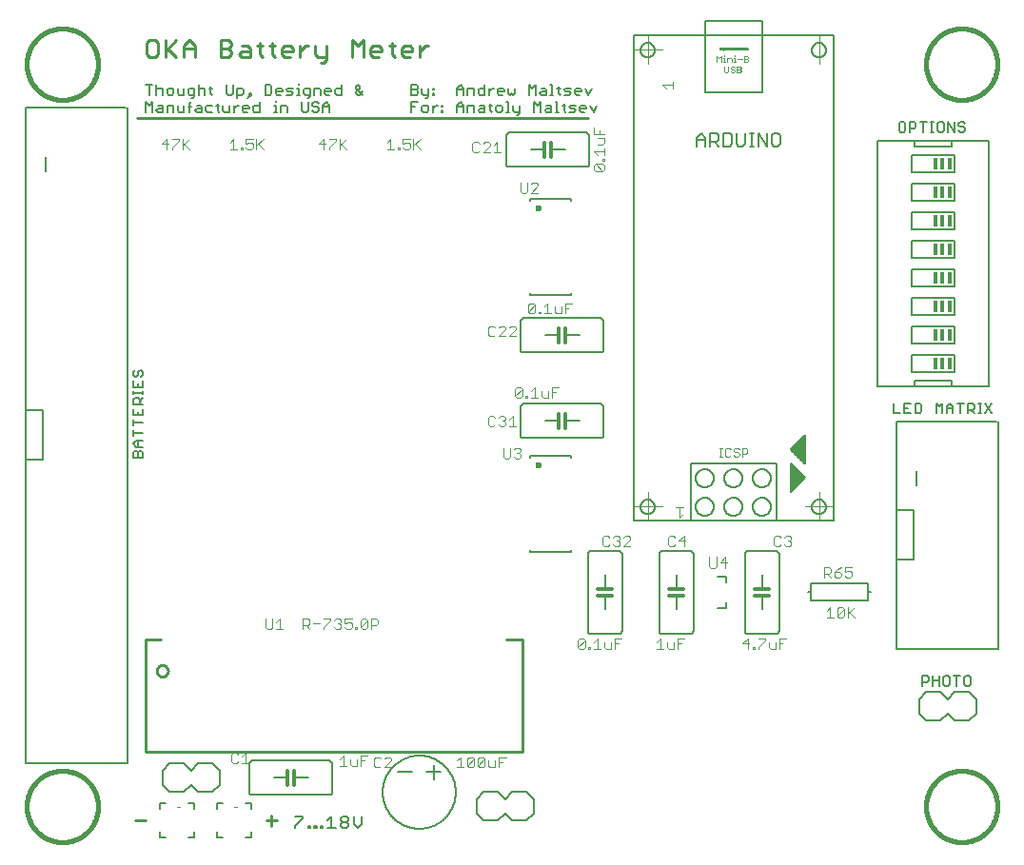
<source format=gto>
G75*
%MOIN*%
%OFA0B0*%
%FSLAX25Y25*%
%IPPOS*%
%LPD*%
%AMOC8*
5,1,8,0,0,1.08239X$1,22.5*
%
%ADD10C,0.01600*%
%ADD11C,0.00400*%
%ADD12C,0.00600*%
%ADD13C,0.01100*%
%ADD14C,0.01000*%
%ADD15C,0.00500*%
%ADD16C,0.00300*%
%ADD17C,0.00200*%
%ADD18C,0.00000*%
%ADD19C,0.00063*%
%ADD20C,0.01200*%
%ADD21C,0.00800*%
%ADD22R,0.01500X0.04000*%
%ADD23C,0.02362*%
D10*
X0004000Y0016833D02*
X0004004Y0017140D01*
X0004015Y0017446D01*
X0004034Y0017753D01*
X0004060Y0018058D01*
X0004094Y0018363D01*
X0004135Y0018667D01*
X0004184Y0018970D01*
X0004240Y0019272D01*
X0004304Y0019572D01*
X0004375Y0019870D01*
X0004453Y0020167D01*
X0004538Y0020462D01*
X0004631Y0020754D01*
X0004731Y0021044D01*
X0004838Y0021332D01*
X0004952Y0021617D01*
X0005072Y0021899D01*
X0005200Y0022177D01*
X0005335Y0022453D01*
X0005476Y0022725D01*
X0005624Y0022994D01*
X0005778Y0023259D01*
X0005939Y0023520D01*
X0006107Y0023778D01*
X0006280Y0024031D01*
X0006460Y0024279D01*
X0006646Y0024523D01*
X0006837Y0024763D01*
X0007035Y0024998D01*
X0007238Y0025227D01*
X0007447Y0025452D01*
X0007661Y0025672D01*
X0007881Y0025886D01*
X0008106Y0026095D01*
X0008335Y0026298D01*
X0008570Y0026496D01*
X0008810Y0026687D01*
X0009054Y0026873D01*
X0009302Y0027053D01*
X0009555Y0027226D01*
X0009813Y0027394D01*
X0010074Y0027555D01*
X0010339Y0027709D01*
X0010608Y0027857D01*
X0010880Y0027998D01*
X0011156Y0028133D01*
X0011434Y0028261D01*
X0011716Y0028381D01*
X0012001Y0028495D01*
X0012289Y0028602D01*
X0012579Y0028702D01*
X0012871Y0028795D01*
X0013166Y0028880D01*
X0013463Y0028958D01*
X0013761Y0029029D01*
X0014061Y0029093D01*
X0014363Y0029149D01*
X0014666Y0029198D01*
X0014970Y0029239D01*
X0015275Y0029273D01*
X0015580Y0029299D01*
X0015887Y0029318D01*
X0016193Y0029329D01*
X0016500Y0029333D01*
X0016807Y0029329D01*
X0017113Y0029318D01*
X0017420Y0029299D01*
X0017725Y0029273D01*
X0018030Y0029239D01*
X0018334Y0029198D01*
X0018637Y0029149D01*
X0018939Y0029093D01*
X0019239Y0029029D01*
X0019537Y0028958D01*
X0019834Y0028880D01*
X0020129Y0028795D01*
X0020421Y0028702D01*
X0020711Y0028602D01*
X0020999Y0028495D01*
X0021284Y0028381D01*
X0021566Y0028261D01*
X0021844Y0028133D01*
X0022120Y0027998D01*
X0022392Y0027857D01*
X0022661Y0027709D01*
X0022926Y0027555D01*
X0023187Y0027394D01*
X0023445Y0027226D01*
X0023698Y0027053D01*
X0023946Y0026873D01*
X0024190Y0026687D01*
X0024430Y0026496D01*
X0024665Y0026298D01*
X0024894Y0026095D01*
X0025119Y0025886D01*
X0025339Y0025672D01*
X0025553Y0025452D01*
X0025762Y0025227D01*
X0025965Y0024998D01*
X0026163Y0024763D01*
X0026354Y0024523D01*
X0026540Y0024279D01*
X0026720Y0024031D01*
X0026893Y0023778D01*
X0027061Y0023520D01*
X0027222Y0023259D01*
X0027376Y0022994D01*
X0027524Y0022725D01*
X0027665Y0022453D01*
X0027800Y0022177D01*
X0027928Y0021899D01*
X0028048Y0021617D01*
X0028162Y0021332D01*
X0028269Y0021044D01*
X0028369Y0020754D01*
X0028462Y0020462D01*
X0028547Y0020167D01*
X0028625Y0019870D01*
X0028696Y0019572D01*
X0028760Y0019272D01*
X0028816Y0018970D01*
X0028865Y0018667D01*
X0028906Y0018363D01*
X0028940Y0018058D01*
X0028966Y0017753D01*
X0028985Y0017446D01*
X0028996Y0017140D01*
X0029000Y0016833D01*
X0028996Y0016526D01*
X0028985Y0016220D01*
X0028966Y0015913D01*
X0028940Y0015608D01*
X0028906Y0015303D01*
X0028865Y0014999D01*
X0028816Y0014696D01*
X0028760Y0014394D01*
X0028696Y0014094D01*
X0028625Y0013796D01*
X0028547Y0013499D01*
X0028462Y0013204D01*
X0028369Y0012912D01*
X0028269Y0012622D01*
X0028162Y0012334D01*
X0028048Y0012049D01*
X0027928Y0011767D01*
X0027800Y0011489D01*
X0027665Y0011213D01*
X0027524Y0010941D01*
X0027376Y0010672D01*
X0027222Y0010407D01*
X0027061Y0010146D01*
X0026893Y0009888D01*
X0026720Y0009635D01*
X0026540Y0009387D01*
X0026354Y0009143D01*
X0026163Y0008903D01*
X0025965Y0008668D01*
X0025762Y0008439D01*
X0025553Y0008214D01*
X0025339Y0007994D01*
X0025119Y0007780D01*
X0024894Y0007571D01*
X0024665Y0007368D01*
X0024430Y0007170D01*
X0024190Y0006979D01*
X0023946Y0006793D01*
X0023698Y0006613D01*
X0023445Y0006440D01*
X0023187Y0006272D01*
X0022926Y0006111D01*
X0022661Y0005957D01*
X0022392Y0005809D01*
X0022120Y0005668D01*
X0021844Y0005533D01*
X0021566Y0005405D01*
X0021284Y0005285D01*
X0020999Y0005171D01*
X0020711Y0005064D01*
X0020421Y0004964D01*
X0020129Y0004871D01*
X0019834Y0004786D01*
X0019537Y0004708D01*
X0019239Y0004637D01*
X0018939Y0004573D01*
X0018637Y0004517D01*
X0018334Y0004468D01*
X0018030Y0004427D01*
X0017725Y0004393D01*
X0017420Y0004367D01*
X0017113Y0004348D01*
X0016807Y0004337D01*
X0016500Y0004333D01*
X0016193Y0004337D01*
X0015887Y0004348D01*
X0015580Y0004367D01*
X0015275Y0004393D01*
X0014970Y0004427D01*
X0014666Y0004468D01*
X0014363Y0004517D01*
X0014061Y0004573D01*
X0013761Y0004637D01*
X0013463Y0004708D01*
X0013166Y0004786D01*
X0012871Y0004871D01*
X0012579Y0004964D01*
X0012289Y0005064D01*
X0012001Y0005171D01*
X0011716Y0005285D01*
X0011434Y0005405D01*
X0011156Y0005533D01*
X0010880Y0005668D01*
X0010608Y0005809D01*
X0010339Y0005957D01*
X0010074Y0006111D01*
X0009813Y0006272D01*
X0009555Y0006440D01*
X0009302Y0006613D01*
X0009054Y0006793D01*
X0008810Y0006979D01*
X0008570Y0007170D01*
X0008335Y0007368D01*
X0008106Y0007571D01*
X0007881Y0007780D01*
X0007661Y0007994D01*
X0007447Y0008214D01*
X0007238Y0008439D01*
X0007035Y0008668D01*
X0006837Y0008903D01*
X0006646Y0009143D01*
X0006460Y0009387D01*
X0006280Y0009635D01*
X0006107Y0009888D01*
X0005939Y0010146D01*
X0005778Y0010407D01*
X0005624Y0010672D01*
X0005476Y0010941D01*
X0005335Y0011213D01*
X0005200Y0011489D01*
X0005072Y0011767D01*
X0004952Y0012049D01*
X0004838Y0012334D01*
X0004731Y0012622D01*
X0004631Y0012912D01*
X0004538Y0013204D01*
X0004453Y0013499D01*
X0004375Y0013796D01*
X0004304Y0014094D01*
X0004240Y0014394D01*
X0004184Y0014696D01*
X0004135Y0014999D01*
X0004094Y0015303D01*
X0004060Y0015608D01*
X0004034Y0015913D01*
X0004015Y0016220D01*
X0004004Y0016526D01*
X0004000Y0016833D01*
X0004000Y0276833D02*
X0004004Y0277140D01*
X0004015Y0277446D01*
X0004034Y0277753D01*
X0004060Y0278058D01*
X0004094Y0278363D01*
X0004135Y0278667D01*
X0004184Y0278970D01*
X0004240Y0279272D01*
X0004304Y0279572D01*
X0004375Y0279870D01*
X0004453Y0280167D01*
X0004538Y0280462D01*
X0004631Y0280754D01*
X0004731Y0281044D01*
X0004838Y0281332D01*
X0004952Y0281617D01*
X0005072Y0281899D01*
X0005200Y0282177D01*
X0005335Y0282453D01*
X0005476Y0282725D01*
X0005624Y0282994D01*
X0005778Y0283259D01*
X0005939Y0283520D01*
X0006107Y0283778D01*
X0006280Y0284031D01*
X0006460Y0284279D01*
X0006646Y0284523D01*
X0006837Y0284763D01*
X0007035Y0284998D01*
X0007238Y0285227D01*
X0007447Y0285452D01*
X0007661Y0285672D01*
X0007881Y0285886D01*
X0008106Y0286095D01*
X0008335Y0286298D01*
X0008570Y0286496D01*
X0008810Y0286687D01*
X0009054Y0286873D01*
X0009302Y0287053D01*
X0009555Y0287226D01*
X0009813Y0287394D01*
X0010074Y0287555D01*
X0010339Y0287709D01*
X0010608Y0287857D01*
X0010880Y0287998D01*
X0011156Y0288133D01*
X0011434Y0288261D01*
X0011716Y0288381D01*
X0012001Y0288495D01*
X0012289Y0288602D01*
X0012579Y0288702D01*
X0012871Y0288795D01*
X0013166Y0288880D01*
X0013463Y0288958D01*
X0013761Y0289029D01*
X0014061Y0289093D01*
X0014363Y0289149D01*
X0014666Y0289198D01*
X0014970Y0289239D01*
X0015275Y0289273D01*
X0015580Y0289299D01*
X0015887Y0289318D01*
X0016193Y0289329D01*
X0016500Y0289333D01*
X0016807Y0289329D01*
X0017113Y0289318D01*
X0017420Y0289299D01*
X0017725Y0289273D01*
X0018030Y0289239D01*
X0018334Y0289198D01*
X0018637Y0289149D01*
X0018939Y0289093D01*
X0019239Y0289029D01*
X0019537Y0288958D01*
X0019834Y0288880D01*
X0020129Y0288795D01*
X0020421Y0288702D01*
X0020711Y0288602D01*
X0020999Y0288495D01*
X0021284Y0288381D01*
X0021566Y0288261D01*
X0021844Y0288133D01*
X0022120Y0287998D01*
X0022392Y0287857D01*
X0022661Y0287709D01*
X0022926Y0287555D01*
X0023187Y0287394D01*
X0023445Y0287226D01*
X0023698Y0287053D01*
X0023946Y0286873D01*
X0024190Y0286687D01*
X0024430Y0286496D01*
X0024665Y0286298D01*
X0024894Y0286095D01*
X0025119Y0285886D01*
X0025339Y0285672D01*
X0025553Y0285452D01*
X0025762Y0285227D01*
X0025965Y0284998D01*
X0026163Y0284763D01*
X0026354Y0284523D01*
X0026540Y0284279D01*
X0026720Y0284031D01*
X0026893Y0283778D01*
X0027061Y0283520D01*
X0027222Y0283259D01*
X0027376Y0282994D01*
X0027524Y0282725D01*
X0027665Y0282453D01*
X0027800Y0282177D01*
X0027928Y0281899D01*
X0028048Y0281617D01*
X0028162Y0281332D01*
X0028269Y0281044D01*
X0028369Y0280754D01*
X0028462Y0280462D01*
X0028547Y0280167D01*
X0028625Y0279870D01*
X0028696Y0279572D01*
X0028760Y0279272D01*
X0028816Y0278970D01*
X0028865Y0278667D01*
X0028906Y0278363D01*
X0028940Y0278058D01*
X0028966Y0277753D01*
X0028985Y0277446D01*
X0028996Y0277140D01*
X0029000Y0276833D01*
X0028996Y0276526D01*
X0028985Y0276220D01*
X0028966Y0275913D01*
X0028940Y0275608D01*
X0028906Y0275303D01*
X0028865Y0274999D01*
X0028816Y0274696D01*
X0028760Y0274394D01*
X0028696Y0274094D01*
X0028625Y0273796D01*
X0028547Y0273499D01*
X0028462Y0273204D01*
X0028369Y0272912D01*
X0028269Y0272622D01*
X0028162Y0272334D01*
X0028048Y0272049D01*
X0027928Y0271767D01*
X0027800Y0271489D01*
X0027665Y0271213D01*
X0027524Y0270941D01*
X0027376Y0270672D01*
X0027222Y0270407D01*
X0027061Y0270146D01*
X0026893Y0269888D01*
X0026720Y0269635D01*
X0026540Y0269387D01*
X0026354Y0269143D01*
X0026163Y0268903D01*
X0025965Y0268668D01*
X0025762Y0268439D01*
X0025553Y0268214D01*
X0025339Y0267994D01*
X0025119Y0267780D01*
X0024894Y0267571D01*
X0024665Y0267368D01*
X0024430Y0267170D01*
X0024190Y0266979D01*
X0023946Y0266793D01*
X0023698Y0266613D01*
X0023445Y0266440D01*
X0023187Y0266272D01*
X0022926Y0266111D01*
X0022661Y0265957D01*
X0022392Y0265809D01*
X0022120Y0265668D01*
X0021844Y0265533D01*
X0021566Y0265405D01*
X0021284Y0265285D01*
X0020999Y0265171D01*
X0020711Y0265064D01*
X0020421Y0264964D01*
X0020129Y0264871D01*
X0019834Y0264786D01*
X0019537Y0264708D01*
X0019239Y0264637D01*
X0018939Y0264573D01*
X0018637Y0264517D01*
X0018334Y0264468D01*
X0018030Y0264427D01*
X0017725Y0264393D01*
X0017420Y0264367D01*
X0017113Y0264348D01*
X0016807Y0264337D01*
X0016500Y0264333D01*
X0016193Y0264337D01*
X0015887Y0264348D01*
X0015580Y0264367D01*
X0015275Y0264393D01*
X0014970Y0264427D01*
X0014666Y0264468D01*
X0014363Y0264517D01*
X0014061Y0264573D01*
X0013761Y0264637D01*
X0013463Y0264708D01*
X0013166Y0264786D01*
X0012871Y0264871D01*
X0012579Y0264964D01*
X0012289Y0265064D01*
X0012001Y0265171D01*
X0011716Y0265285D01*
X0011434Y0265405D01*
X0011156Y0265533D01*
X0010880Y0265668D01*
X0010608Y0265809D01*
X0010339Y0265957D01*
X0010074Y0266111D01*
X0009813Y0266272D01*
X0009555Y0266440D01*
X0009302Y0266613D01*
X0009054Y0266793D01*
X0008810Y0266979D01*
X0008570Y0267170D01*
X0008335Y0267368D01*
X0008106Y0267571D01*
X0007881Y0267780D01*
X0007661Y0267994D01*
X0007447Y0268214D01*
X0007238Y0268439D01*
X0007035Y0268668D01*
X0006837Y0268903D01*
X0006646Y0269143D01*
X0006460Y0269387D01*
X0006280Y0269635D01*
X0006107Y0269888D01*
X0005939Y0270146D01*
X0005778Y0270407D01*
X0005624Y0270672D01*
X0005476Y0270941D01*
X0005335Y0271213D01*
X0005200Y0271489D01*
X0005072Y0271767D01*
X0004952Y0272049D01*
X0004838Y0272334D01*
X0004731Y0272622D01*
X0004631Y0272912D01*
X0004538Y0273204D01*
X0004453Y0273499D01*
X0004375Y0273796D01*
X0004304Y0274094D01*
X0004240Y0274394D01*
X0004184Y0274696D01*
X0004135Y0274999D01*
X0004094Y0275303D01*
X0004060Y0275608D01*
X0004034Y0275913D01*
X0004015Y0276220D01*
X0004004Y0276526D01*
X0004000Y0276833D01*
X0319000Y0276833D02*
X0319004Y0277140D01*
X0319015Y0277446D01*
X0319034Y0277753D01*
X0319060Y0278058D01*
X0319094Y0278363D01*
X0319135Y0278667D01*
X0319184Y0278970D01*
X0319240Y0279272D01*
X0319304Y0279572D01*
X0319375Y0279870D01*
X0319453Y0280167D01*
X0319538Y0280462D01*
X0319631Y0280754D01*
X0319731Y0281044D01*
X0319838Y0281332D01*
X0319952Y0281617D01*
X0320072Y0281899D01*
X0320200Y0282177D01*
X0320335Y0282453D01*
X0320476Y0282725D01*
X0320624Y0282994D01*
X0320778Y0283259D01*
X0320939Y0283520D01*
X0321107Y0283778D01*
X0321280Y0284031D01*
X0321460Y0284279D01*
X0321646Y0284523D01*
X0321837Y0284763D01*
X0322035Y0284998D01*
X0322238Y0285227D01*
X0322447Y0285452D01*
X0322661Y0285672D01*
X0322881Y0285886D01*
X0323106Y0286095D01*
X0323335Y0286298D01*
X0323570Y0286496D01*
X0323810Y0286687D01*
X0324054Y0286873D01*
X0324302Y0287053D01*
X0324555Y0287226D01*
X0324813Y0287394D01*
X0325074Y0287555D01*
X0325339Y0287709D01*
X0325608Y0287857D01*
X0325880Y0287998D01*
X0326156Y0288133D01*
X0326434Y0288261D01*
X0326716Y0288381D01*
X0327001Y0288495D01*
X0327289Y0288602D01*
X0327579Y0288702D01*
X0327871Y0288795D01*
X0328166Y0288880D01*
X0328463Y0288958D01*
X0328761Y0289029D01*
X0329061Y0289093D01*
X0329363Y0289149D01*
X0329666Y0289198D01*
X0329970Y0289239D01*
X0330275Y0289273D01*
X0330580Y0289299D01*
X0330887Y0289318D01*
X0331193Y0289329D01*
X0331500Y0289333D01*
X0331807Y0289329D01*
X0332113Y0289318D01*
X0332420Y0289299D01*
X0332725Y0289273D01*
X0333030Y0289239D01*
X0333334Y0289198D01*
X0333637Y0289149D01*
X0333939Y0289093D01*
X0334239Y0289029D01*
X0334537Y0288958D01*
X0334834Y0288880D01*
X0335129Y0288795D01*
X0335421Y0288702D01*
X0335711Y0288602D01*
X0335999Y0288495D01*
X0336284Y0288381D01*
X0336566Y0288261D01*
X0336844Y0288133D01*
X0337120Y0287998D01*
X0337392Y0287857D01*
X0337661Y0287709D01*
X0337926Y0287555D01*
X0338187Y0287394D01*
X0338445Y0287226D01*
X0338698Y0287053D01*
X0338946Y0286873D01*
X0339190Y0286687D01*
X0339430Y0286496D01*
X0339665Y0286298D01*
X0339894Y0286095D01*
X0340119Y0285886D01*
X0340339Y0285672D01*
X0340553Y0285452D01*
X0340762Y0285227D01*
X0340965Y0284998D01*
X0341163Y0284763D01*
X0341354Y0284523D01*
X0341540Y0284279D01*
X0341720Y0284031D01*
X0341893Y0283778D01*
X0342061Y0283520D01*
X0342222Y0283259D01*
X0342376Y0282994D01*
X0342524Y0282725D01*
X0342665Y0282453D01*
X0342800Y0282177D01*
X0342928Y0281899D01*
X0343048Y0281617D01*
X0343162Y0281332D01*
X0343269Y0281044D01*
X0343369Y0280754D01*
X0343462Y0280462D01*
X0343547Y0280167D01*
X0343625Y0279870D01*
X0343696Y0279572D01*
X0343760Y0279272D01*
X0343816Y0278970D01*
X0343865Y0278667D01*
X0343906Y0278363D01*
X0343940Y0278058D01*
X0343966Y0277753D01*
X0343985Y0277446D01*
X0343996Y0277140D01*
X0344000Y0276833D01*
X0343996Y0276526D01*
X0343985Y0276220D01*
X0343966Y0275913D01*
X0343940Y0275608D01*
X0343906Y0275303D01*
X0343865Y0274999D01*
X0343816Y0274696D01*
X0343760Y0274394D01*
X0343696Y0274094D01*
X0343625Y0273796D01*
X0343547Y0273499D01*
X0343462Y0273204D01*
X0343369Y0272912D01*
X0343269Y0272622D01*
X0343162Y0272334D01*
X0343048Y0272049D01*
X0342928Y0271767D01*
X0342800Y0271489D01*
X0342665Y0271213D01*
X0342524Y0270941D01*
X0342376Y0270672D01*
X0342222Y0270407D01*
X0342061Y0270146D01*
X0341893Y0269888D01*
X0341720Y0269635D01*
X0341540Y0269387D01*
X0341354Y0269143D01*
X0341163Y0268903D01*
X0340965Y0268668D01*
X0340762Y0268439D01*
X0340553Y0268214D01*
X0340339Y0267994D01*
X0340119Y0267780D01*
X0339894Y0267571D01*
X0339665Y0267368D01*
X0339430Y0267170D01*
X0339190Y0266979D01*
X0338946Y0266793D01*
X0338698Y0266613D01*
X0338445Y0266440D01*
X0338187Y0266272D01*
X0337926Y0266111D01*
X0337661Y0265957D01*
X0337392Y0265809D01*
X0337120Y0265668D01*
X0336844Y0265533D01*
X0336566Y0265405D01*
X0336284Y0265285D01*
X0335999Y0265171D01*
X0335711Y0265064D01*
X0335421Y0264964D01*
X0335129Y0264871D01*
X0334834Y0264786D01*
X0334537Y0264708D01*
X0334239Y0264637D01*
X0333939Y0264573D01*
X0333637Y0264517D01*
X0333334Y0264468D01*
X0333030Y0264427D01*
X0332725Y0264393D01*
X0332420Y0264367D01*
X0332113Y0264348D01*
X0331807Y0264337D01*
X0331500Y0264333D01*
X0331193Y0264337D01*
X0330887Y0264348D01*
X0330580Y0264367D01*
X0330275Y0264393D01*
X0329970Y0264427D01*
X0329666Y0264468D01*
X0329363Y0264517D01*
X0329061Y0264573D01*
X0328761Y0264637D01*
X0328463Y0264708D01*
X0328166Y0264786D01*
X0327871Y0264871D01*
X0327579Y0264964D01*
X0327289Y0265064D01*
X0327001Y0265171D01*
X0326716Y0265285D01*
X0326434Y0265405D01*
X0326156Y0265533D01*
X0325880Y0265668D01*
X0325608Y0265809D01*
X0325339Y0265957D01*
X0325074Y0266111D01*
X0324813Y0266272D01*
X0324555Y0266440D01*
X0324302Y0266613D01*
X0324054Y0266793D01*
X0323810Y0266979D01*
X0323570Y0267170D01*
X0323335Y0267368D01*
X0323106Y0267571D01*
X0322881Y0267780D01*
X0322661Y0267994D01*
X0322447Y0268214D01*
X0322238Y0268439D01*
X0322035Y0268668D01*
X0321837Y0268903D01*
X0321646Y0269143D01*
X0321460Y0269387D01*
X0321280Y0269635D01*
X0321107Y0269888D01*
X0320939Y0270146D01*
X0320778Y0270407D01*
X0320624Y0270672D01*
X0320476Y0270941D01*
X0320335Y0271213D01*
X0320200Y0271489D01*
X0320072Y0271767D01*
X0319952Y0272049D01*
X0319838Y0272334D01*
X0319731Y0272622D01*
X0319631Y0272912D01*
X0319538Y0273204D01*
X0319453Y0273499D01*
X0319375Y0273796D01*
X0319304Y0274094D01*
X0319240Y0274394D01*
X0319184Y0274696D01*
X0319135Y0274999D01*
X0319094Y0275303D01*
X0319060Y0275608D01*
X0319034Y0275913D01*
X0319015Y0276220D01*
X0319004Y0276526D01*
X0319000Y0276833D01*
X0319000Y0016833D02*
X0319004Y0017140D01*
X0319015Y0017446D01*
X0319034Y0017753D01*
X0319060Y0018058D01*
X0319094Y0018363D01*
X0319135Y0018667D01*
X0319184Y0018970D01*
X0319240Y0019272D01*
X0319304Y0019572D01*
X0319375Y0019870D01*
X0319453Y0020167D01*
X0319538Y0020462D01*
X0319631Y0020754D01*
X0319731Y0021044D01*
X0319838Y0021332D01*
X0319952Y0021617D01*
X0320072Y0021899D01*
X0320200Y0022177D01*
X0320335Y0022453D01*
X0320476Y0022725D01*
X0320624Y0022994D01*
X0320778Y0023259D01*
X0320939Y0023520D01*
X0321107Y0023778D01*
X0321280Y0024031D01*
X0321460Y0024279D01*
X0321646Y0024523D01*
X0321837Y0024763D01*
X0322035Y0024998D01*
X0322238Y0025227D01*
X0322447Y0025452D01*
X0322661Y0025672D01*
X0322881Y0025886D01*
X0323106Y0026095D01*
X0323335Y0026298D01*
X0323570Y0026496D01*
X0323810Y0026687D01*
X0324054Y0026873D01*
X0324302Y0027053D01*
X0324555Y0027226D01*
X0324813Y0027394D01*
X0325074Y0027555D01*
X0325339Y0027709D01*
X0325608Y0027857D01*
X0325880Y0027998D01*
X0326156Y0028133D01*
X0326434Y0028261D01*
X0326716Y0028381D01*
X0327001Y0028495D01*
X0327289Y0028602D01*
X0327579Y0028702D01*
X0327871Y0028795D01*
X0328166Y0028880D01*
X0328463Y0028958D01*
X0328761Y0029029D01*
X0329061Y0029093D01*
X0329363Y0029149D01*
X0329666Y0029198D01*
X0329970Y0029239D01*
X0330275Y0029273D01*
X0330580Y0029299D01*
X0330887Y0029318D01*
X0331193Y0029329D01*
X0331500Y0029333D01*
X0331807Y0029329D01*
X0332113Y0029318D01*
X0332420Y0029299D01*
X0332725Y0029273D01*
X0333030Y0029239D01*
X0333334Y0029198D01*
X0333637Y0029149D01*
X0333939Y0029093D01*
X0334239Y0029029D01*
X0334537Y0028958D01*
X0334834Y0028880D01*
X0335129Y0028795D01*
X0335421Y0028702D01*
X0335711Y0028602D01*
X0335999Y0028495D01*
X0336284Y0028381D01*
X0336566Y0028261D01*
X0336844Y0028133D01*
X0337120Y0027998D01*
X0337392Y0027857D01*
X0337661Y0027709D01*
X0337926Y0027555D01*
X0338187Y0027394D01*
X0338445Y0027226D01*
X0338698Y0027053D01*
X0338946Y0026873D01*
X0339190Y0026687D01*
X0339430Y0026496D01*
X0339665Y0026298D01*
X0339894Y0026095D01*
X0340119Y0025886D01*
X0340339Y0025672D01*
X0340553Y0025452D01*
X0340762Y0025227D01*
X0340965Y0024998D01*
X0341163Y0024763D01*
X0341354Y0024523D01*
X0341540Y0024279D01*
X0341720Y0024031D01*
X0341893Y0023778D01*
X0342061Y0023520D01*
X0342222Y0023259D01*
X0342376Y0022994D01*
X0342524Y0022725D01*
X0342665Y0022453D01*
X0342800Y0022177D01*
X0342928Y0021899D01*
X0343048Y0021617D01*
X0343162Y0021332D01*
X0343269Y0021044D01*
X0343369Y0020754D01*
X0343462Y0020462D01*
X0343547Y0020167D01*
X0343625Y0019870D01*
X0343696Y0019572D01*
X0343760Y0019272D01*
X0343816Y0018970D01*
X0343865Y0018667D01*
X0343906Y0018363D01*
X0343940Y0018058D01*
X0343966Y0017753D01*
X0343985Y0017446D01*
X0343996Y0017140D01*
X0344000Y0016833D01*
X0343996Y0016526D01*
X0343985Y0016220D01*
X0343966Y0015913D01*
X0343940Y0015608D01*
X0343906Y0015303D01*
X0343865Y0014999D01*
X0343816Y0014696D01*
X0343760Y0014394D01*
X0343696Y0014094D01*
X0343625Y0013796D01*
X0343547Y0013499D01*
X0343462Y0013204D01*
X0343369Y0012912D01*
X0343269Y0012622D01*
X0343162Y0012334D01*
X0343048Y0012049D01*
X0342928Y0011767D01*
X0342800Y0011489D01*
X0342665Y0011213D01*
X0342524Y0010941D01*
X0342376Y0010672D01*
X0342222Y0010407D01*
X0342061Y0010146D01*
X0341893Y0009888D01*
X0341720Y0009635D01*
X0341540Y0009387D01*
X0341354Y0009143D01*
X0341163Y0008903D01*
X0340965Y0008668D01*
X0340762Y0008439D01*
X0340553Y0008214D01*
X0340339Y0007994D01*
X0340119Y0007780D01*
X0339894Y0007571D01*
X0339665Y0007368D01*
X0339430Y0007170D01*
X0339190Y0006979D01*
X0338946Y0006793D01*
X0338698Y0006613D01*
X0338445Y0006440D01*
X0338187Y0006272D01*
X0337926Y0006111D01*
X0337661Y0005957D01*
X0337392Y0005809D01*
X0337120Y0005668D01*
X0336844Y0005533D01*
X0336566Y0005405D01*
X0336284Y0005285D01*
X0335999Y0005171D01*
X0335711Y0005064D01*
X0335421Y0004964D01*
X0335129Y0004871D01*
X0334834Y0004786D01*
X0334537Y0004708D01*
X0334239Y0004637D01*
X0333939Y0004573D01*
X0333637Y0004517D01*
X0333334Y0004468D01*
X0333030Y0004427D01*
X0332725Y0004393D01*
X0332420Y0004367D01*
X0332113Y0004348D01*
X0331807Y0004337D01*
X0331500Y0004333D01*
X0331193Y0004337D01*
X0330887Y0004348D01*
X0330580Y0004367D01*
X0330275Y0004393D01*
X0329970Y0004427D01*
X0329666Y0004468D01*
X0329363Y0004517D01*
X0329061Y0004573D01*
X0328761Y0004637D01*
X0328463Y0004708D01*
X0328166Y0004786D01*
X0327871Y0004871D01*
X0327579Y0004964D01*
X0327289Y0005064D01*
X0327001Y0005171D01*
X0326716Y0005285D01*
X0326434Y0005405D01*
X0326156Y0005533D01*
X0325880Y0005668D01*
X0325608Y0005809D01*
X0325339Y0005957D01*
X0325074Y0006111D01*
X0324813Y0006272D01*
X0324555Y0006440D01*
X0324302Y0006613D01*
X0324054Y0006793D01*
X0323810Y0006979D01*
X0323570Y0007170D01*
X0323335Y0007368D01*
X0323106Y0007571D01*
X0322881Y0007780D01*
X0322661Y0007994D01*
X0322447Y0008214D01*
X0322238Y0008439D01*
X0322035Y0008668D01*
X0321837Y0008903D01*
X0321646Y0009143D01*
X0321460Y0009387D01*
X0321280Y0009635D01*
X0321107Y0009888D01*
X0320939Y0010146D01*
X0320778Y0010407D01*
X0320624Y0010672D01*
X0320476Y0010941D01*
X0320335Y0011213D01*
X0320200Y0011489D01*
X0320072Y0011767D01*
X0319952Y0012049D01*
X0319838Y0012334D01*
X0319731Y0012622D01*
X0319631Y0012912D01*
X0319538Y0013204D01*
X0319453Y0013499D01*
X0319375Y0013796D01*
X0319304Y0014094D01*
X0319240Y0014394D01*
X0319184Y0014696D01*
X0319135Y0014999D01*
X0319094Y0015303D01*
X0319060Y0015608D01*
X0319034Y0015913D01*
X0319015Y0016220D01*
X0319004Y0016526D01*
X0319000Y0016833D01*
D11*
X0267591Y0072033D02*
X0267591Y0075636D01*
X0269993Y0075636D01*
X0268792Y0073835D02*
X0267591Y0073835D01*
X0266310Y0074435D02*
X0266310Y0072033D01*
X0264508Y0072033D01*
X0263908Y0072634D01*
X0263908Y0074435D01*
X0262627Y0075036D02*
X0260225Y0072634D01*
X0260225Y0072033D01*
X0258984Y0072033D02*
X0258383Y0072033D01*
X0258383Y0072634D01*
X0258984Y0072634D01*
X0258984Y0072033D01*
X0256502Y0072033D02*
X0256502Y0075636D01*
X0254700Y0073835D01*
X0257102Y0073835D01*
X0260225Y0075636D02*
X0262627Y0075636D01*
X0262627Y0075036D01*
X0284175Y0083033D02*
X0286577Y0083033D01*
X0285376Y0083033D02*
X0285376Y0086636D01*
X0284175Y0085435D01*
X0287858Y0086036D02*
X0287858Y0083634D01*
X0290260Y0086036D01*
X0290260Y0083634D01*
X0289660Y0083033D01*
X0288459Y0083033D01*
X0287858Y0083634D01*
X0287858Y0086036D02*
X0288459Y0086636D01*
X0289660Y0086636D01*
X0290260Y0086036D01*
X0291542Y0086636D02*
X0291542Y0083033D01*
X0291542Y0084234D02*
X0293944Y0086636D01*
X0292142Y0084835D02*
X0293944Y0083033D01*
X0292343Y0097033D02*
X0291142Y0097033D01*
X0290542Y0097634D01*
X0290542Y0098835D02*
X0291743Y0099435D01*
X0292343Y0099435D01*
X0292944Y0098835D01*
X0292944Y0097634D01*
X0292343Y0097033D01*
X0290542Y0098835D02*
X0290542Y0100636D01*
X0292944Y0100636D01*
X0289260Y0100636D02*
X0288059Y0100036D01*
X0286858Y0098835D01*
X0288660Y0098835D01*
X0289260Y0098234D01*
X0289260Y0097634D01*
X0288660Y0097033D01*
X0287459Y0097033D01*
X0286858Y0097634D01*
X0286858Y0098835D01*
X0285577Y0098835D02*
X0284977Y0098234D01*
X0283175Y0098234D01*
X0283175Y0097033D02*
X0283175Y0100636D01*
X0284977Y0100636D01*
X0285577Y0100036D01*
X0285577Y0098835D01*
X0284376Y0098234D02*
X0285577Y0097033D01*
X0271785Y0108634D02*
X0271185Y0108033D01*
X0269984Y0108033D01*
X0269383Y0108634D01*
X0268102Y0108634D02*
X0267502Y0108033D01*
X0266301Y0108033D01*
X0265700Y0108634D01*
X0265700Y0111036D01*
X0266301Y0111636D01*
X0267502Y0111636D01*
X0268102Y0111036D01*
X0269383Y0111036D02*
X0269984Y0111636D01*
X0271185Y0111636D01*
X0271785Y0111036D01*
X0271785Y0110435D01*
X0271185Y0109835D01*
X0271785Y0109234D01*
X0271785Y0108634D01*
X0271185Y0109835D02*
X0270584Y0109835D01*
X0234785Y0109835D02*
X0232383Y0109835D01*
X0234185Y0111636D01*
X0234185Y0108033D01*
X0231102Y0108634D02*
X0230502Y0108033D01*
X0229301Y0108033D01*
X0228700Y0108634D01*
X0228700Y0111036D01*
X0229301Y0111636D01*
X0230502Y0111636D01*
X0231102Y0111036D01*
X0215468Y0111036D02*
X0214868Y0111636D01*
X0213667Y0111636D01*
X0213066Y0111036D01*
X0211785Y0111036D02*
X0211185Y0111636D01*
X0209984Y0111636D01*
X0209383Y0111036D01*
X0208102Y0111036D02*
X0207502Y0111636D01*
X0206301Y0111636D01*
X0205700Y0111036D01*
X0205700Y0108634D01*
X0206301Y0108033D01*
X0207502Y0108033D01*
X0208102Y0108634D01*
X0209383Y0108634D02*
X0209984Y0108033D01*
X0211185Y0108033D01*
X0211785Y0108634D01*
X0211785Y0109234D01*
X0211185Y0109835D01*
X0210584Y0109835D01*
X0211185Y0109835D02*
X0211785Y0110435D01*
X0211785Y0111036D01*
X0213066Y0108033D02*
X0215468Y0110435D01*
X0215468Y0111036D01*
X0215468Y0108033D02*
X0213066Y0108033D01*
X0212419Y0075636D02*
X0210017Y0075636D01*
X0210017Y0072033D01*
X0208736Y0072033D02*
X0208736Y0074435D01*
X0210017Y0073835D02*
X0211218Y0073835D01*
X0208736Y0072033D02*
X0206934Y0072033D01*
X0206334Y0072634D01*
X0206334Y0074435D01*
X0205053Y0072033D02*
X0202651Y0072033D01*
X0203852Y0072033D02*
X0203852Y0075636D01*
X0202651Y0074435D01*
X0201409Y0072634D02*
X0201409Y0072033D01*
X0200809Y0072033D01*
X0200809Y0072634D01*
X0201409Y0072634D01*
X0199528Y0072634D02*
X0198927Y0072033D01*
X0197726Y0072033D01*
X0197126Y0072634D01*
X0199528Y0075036D01*
X0199528Y0072634D01*
X0199528Y0075036D02*
X0198927Y0075636D01*
X0197726Y0075636D01*
X0197126Y0075036D01*
X0197126Y0072634D01*
X0224651Y0072033D02*
X0227053Y0072033D01*
X0225852Y0072033D02*
X0225852Y0075636D01*
X0224651Y0074435D01*
X0228334Y0074435D02*
X0228334Y0072634D01*
X0228934Y0072033D01*
X0230736Y0072033D01*
X0230736Y0074435D01*
X0232017Y0073835D02*
X0233218Y0073835D01*
X0232017Y0075636D02*
X0234419Y0075636D01*
X0232017Y0075636D02*
X0232017Y0072033D01*
X0171835Y0034136D02*
X0169433Y0034136D01*
X0169433Y0030533D01*
X0168151Y0030533D02*
X0168151Y0032935D01*
X0169433Y0032335D02*
X0170634Y0032335D01*
X0168151Y0030533D02*
X0166350Y0030533D01*
X0165749Y0031134D01*
X0165749Y0032935D01*
X0164468Y0033536D02*
X0162066Y0031134D01*
X0162667Y0030533D01*
X0163868Y0030533D01*
X0164468Y0031134D01*
X0164468Y0033536D01*
X0163868Y0034136D01*
X0162667Y0034136D01*
X0162066Y0033536D01*
X0162066Y0031134D01*
X0160785Y0031134D02*
X0160185Y0030533D01*
X0158984Y0030533D01*
X0158383Y0031134D01*
X0160785Y0033536D01*
X0160785Y0031134D01*
X0158383Y0031134D02*
X0158383Y0033536D01*
X0158984Y0034136D01*
X0160185Y0034136D01*
X0160785Y0033536D01*
X0157102Y0030533D02*
X0154700Y0030533D01*
X0155901Y0030533D02*
X0155901Y0034136D01*
X0154700Y0032935D01*
X0131785Y0032935D02*
X0129383Y0030533D01*
X0131785Y0030533D01*
X0131785Y0032935D02*
X0131785Y0033536D01*
X0131185Y0034136D01*
X0129984Y0034136D01*
X0129383Y0033536D01*
X0128102Y0033536D02*
X0127502Y0034136D01*
X0126301Y0034136D01*
X0125700Y0033536D01*
X0125700Y0031134D01*
X0126301Y0030533D01*
X0127502Y0030533D01*
X0128102Y0031134D01*
X0123468Y0034636D02*
X0121066Y0034636D01*
X0121066Y0031033D01*
X0119785Y0031033D02*
X0119785Y0033435D01*
X0121066Y0032835D02*
X0122267Y0032835D01*
X0119785Y0031033D02*
X0117984Y0031033D01*
X0117383Y0031634D01*
X0117383Y0033435D01*
X0116102Y0031033D02*
X0113700Y0031033D01*
X0114901Y0031033D02*
X0114901Y0034636D01*
X0113700Y0033435D01*
X0081785Y0032033D02*
X0079383Y0032033D01*
X0080584Y0032033D02*
X0080584Y0035636D01*
X0079383Y0034435D01*
X0078102Y0035036D02*
X0077502Y0035636D01*
X0076301Y0035636D01*
X0075700Y0035036D01*
X0075700Y0032634D01*
X0076301Y0032033D01*
X0077502Y0032033D01*
X0078102Y0032634D01*
X0088301Y0079033D02*
X0089502Y0079033D01*
X0090102Y0079634D01*
X0090102Y0082636D01*
X0091383Y0081435D02*
X0092584Y0082636D01*
X0092584Y0079033D01*
X0091383Y0079033D02*
X0093785Y0079033D01*
X0088301Y0079033D02*
X0087700Y0079634D01*
X0087700Y0082636D01*
X0100700Y0082636D02*
X0100700Y0079033D01*
X0100700Y0080234D02*
X0102502Y0080234D01*
X0103102Y0080835D01*
X0103102Y0082036D01*
X0102502Y0082636D01*
X0100700Y0082636D01*
X0101901Y0080234D02*
X0103102Y0079033D01*
X0104383Y0080835D02*
X0106785Y0080835D01*
X0108066Y0079634D02*
X0108066Y0079033D01*
X0108066Y0079634D02*
X0110468Y0082036D01*
X0110468Y0082636D01*
X0108066Y0082636D01*
X0111749Y0082036D02*
X0112350Y0082636D01*
X0113551Y0082636D01*
X0114151Y0082036D01*
X0114151Y0081435D01*
X0113551Y0080835D01*
X0114151Y0080234D01*
X0114151Y0079634D01*
X0113551Y0079033D01*
X0112350Y0079033D01*
X0111749Y0079634D01*
X0112950Y0080835D02*
X0113551Y0080835D01*
X0115433Y0080835D02*
X0115433Y0082636D01*
X0117835Y0082636D01*
X0117234Y0081435D02*
X0117835Y0080835D01*
X0117835Y0079634D01*
X0117234Y0079033D01*
X0116033Y0079033D01*
X0115433Y0079634D01*
X0115433Y0080835D02*
X0116634Y0081435D01*
X0117234Y0081435D01*
X0119116Y0079634D02*
X0119116Y0079033D01*
X0119716Y0079033D01*
X0119716Y0079634D01*
X0119116Y0079634D01*
X0120957Y0079634D02*
X0123359Y0082036D01*
X0123359Y0079634D01*
X0122759Y0079033D01*
X0121558Y0079033D01*
X0120957Y0079634D01*
X0120957Y0082036D01*
X0121558Y0082636D01*
X0122759Y0082636D01*
X0123359Y0082036D01*
X0124640Y0082636D02*
X0124640Y0079033D01*
X0124640Y0080234D02*
X0126442Y0080234D01*
X0127042Y0080835D01*
X0127042Y0082036D01*
X0126442Y0082636D01*
X0124640Y0082636D01*
X0166251Y0150033D02*
X0167452Y0150033D01*
X0168053Y0150634D01*
X0169334Y0150634D02*
X0169934Y0150033D01*
X0171135Y0150033D01*
X0171736Y0150634D01*
X0171736Y0151234D01*
X0171135Y0151835D01*
X0170535Y0151835D01*
X0171135Y0151835D02*
X0171736Y0152435D01*
X0171736Y0153036D01*
X0171135Y0153636D01*
X0169934Y0153636D01*
X0169334Y0153036D01*
X0168053Y0153036D02*
X0167452Y0153636D01*
X0166251Y0153636D01*
X0165651Y0153036D01*
X0165651Y0150634D01*
X0166251Y0150033D01*
X0173017Y0150033D02*
X0175419Y0150033D01*
X0174218Y0150033D02*
X0174218Y0153636D01*
X0173017Y0152435D01*
X0175726Y0160033D02*
X0175126Y0160634D01*
X0177528Y0163036D01*
X0177528Y0160634D01*
X0176927Y0160033D01*
X0175726Y0160033D01*
X0175126Y0160634D02*
X0175126Y0163036D01*
X0175726Y0163636D01*
X0176927Y0163636D01*
X0177528Y0163036D01*
X0178809Y0160634D02*
X0179409Y0160634D01*
X0179409Y0160033D01*
X0178809Y0160033D01*
X0178809Y0160634D01*
X0180651Y0160033D02*
X0183053Y0160033D01*
X0181852Y0160033D02*
X0181852Y0163636D01*
X0180651Y0162435D01*
X0184334Y0162435D02*
X0184334Y0160634D01*
X0184934Y0160033D01*
X0186736Y0160033D01*
X0186736Y0162435D01*
X0188017Y0161835D02*
X0189218Y0161835D01*
X0188017Y0163636D02*
X0190419Y0163636D01*
X0188017Y0163636D02*
X0188017Y0160033D01*
X0175468Y0181533D02*
X0173066Y0181533D01*
X0175468Y0183935D01*
X0175468Y0184536D01*
X0174868Y0185136D01*
X0173667Y0185136D01*
X0173066Y0184536D01*
X0171785Y0184536D02*
X0171185Y0185136D01*
X0169984Y0185136D01*
X0169383Y0184536D01*
X0168102Y0184536D02*
X0167502Y0185136D01*
X0166301Y0185136D01*
X0165700Y0184536D01*
X0165700Y0182134D01*
X0166301Y0181533D01*
X0167502Y0181533D01*
X0168102Y0182134D01*
X0169383Y0181533D02*
X0171785Y0183935D01*
X0171785Y0184536D01*
X0171785Y0181533D02*
X0169383Y0181533D01*
X0179700Y0190134D02*
X0182102Y0192536D01*
X0182102Y0190134D01*
X0181502Y0189533D01*
X0180301Y0189533D01*
X0179700Y0190134D01*
X0179700Y0192536D01*
X0180301Y0193136D01*
X0181502Y0193136D01*
X0182102Y0192536D01*
X0183383Y0190134D02*
X0183984Y0190134D01*
X0183984Y0189533D01*
X0183383Y0189533D01*
X0183383Y0190134D01*
X0185225Y0189533D02*
X0187627Y0189533D01*
X0186426Y0189533D02*
X0186426Y0193136D01*
X0185225Y0191935D01*
X0188908Y0191935D02*
X0188908Y0190134D01*
X0189508Y0189533D01*
X0191310Y0189533D01*
X0191310Y0191935D01*
X0192591Y0191335D02*
X0193792Y0191335D01*
X0192591Y0193136D02*
X0194993Y0193136D01*
X0192591Y0193136D02*
X0192591Y0189533D01*
X0203297Y0239459D02*
X0202697Y0240060D01*
X0202697Y0241261D01*
X0203297Y0241861D01*
X0205699Y0239459D01*
X0206300Y0240060D01*
X0206300Y0241261D01*
X0205699Y0241861D01*
X0203297Y0241861D01*
X0203297Y0239459D02*
X0205699Y0239459D01*
X0205699Y0243142D02*
X0205699Y0243743D01*
X0206300Y0243743D01*
X0206300Y0243142D01*
X0205699Y0243142D01*
X0206300Y0244984D02*
X0206300Y0247386D01*
X0206300Y0246185D02*
X0202697Y0246185D01*
X0203898Y0244984D01*
X0203898Y0248667D02*
X0205699Y0248667D01*
X0206300Y0249268D01*
X0206300Y0251069D01*
X0203898Y0251069D01*
X0204498Y0252350D02*
X0204498Y0253551D01*
X0202697Y0252350D02*
X0202697Y0254752D01*
X0202697Y0252350D02*
X0206300Y0252350D01*
X0169919Y0246033D02*
X0167517Y0246033D01*
X0168718Y0246033D02*
X0168718Y0249636D01*
X0167517Y0248435D01*
X0166236Y0248435D02*
X0163834Y0246033D01*
X0166236Y0246033D01*
X0166236Y0248435D02*
X0166236Y0249036D01*
X0165635Y0249636D01*
X0164434Y0249636D01*
X0163834Y0249036D01*
X0162553Y0249036D02*
X0161952Y0249636D01*
X0160751Y0249636D01*
X0160151Y0249036D01*
X0160151Y0246634D01*
X0160751Y0246033D01*
X0161952Y0246033D01*
X0162553Y0246634D01*
X0141864Y0247033D02*
X0140063Y0248835D01*
X0139462Y0248234D02*
X0141864Y0250636D01*
X0139462Y0250636D02*
X0139462Y0247033D01*
X0138181Y0247634D02*
X0137581Y0247033D01*
X0136380Y0247033D01*
X0135779Y0247634D01*
X0135779Y0248835D02*
X0136980Y0249435D01*
X0137581Y0249435D01*
X0138181Y0248835D01*
X0138181Y0247634D01*
X0135779Y0248835D02*
X0135779Y0250636D01*
X0138181Y0250636D01*
X0134538Y0247634D02*
X0134538Y0247033D01*
X0133938Y0247033D01*
X0133938Y0247634D01*
X0134538Y0247634D01*
X0132657Y0247033D02*
X0130255Y0247033D01*
X0131456Y0247033D02*
X0131456Y0250636D01*
X0130255Y0249435D01*
X0115944Y0250636D02*
X0113542Y0248234D01*
X0114142Y0248835D02*
X0115944Y0247033D01*
X0113542Y0247033D02*
X0113542Y0250636D01*
X0112260Y0250636D02*
X0112260Y0250036D01*
X0109858Y0247634D01*
X0109858Y0247033D01*
X0107977Y0247033D02*
X0107977Y0250636D01*
X0106175Y0248835D01*
X0108577Y0248835D01*
X0109858Y0250636D02*
X0112260Y0250636D01*
X0086864Y0250636D02*
X0084462Y0248234D01*
X0085063Y0248835D02*
X0086864Y0247033D01*
X0084462Y0247033D02*
X0084462Y0250636D01*
X0083181Y0250636D02*
X0080779Y0250636D01*
X0080779Y0248835D01*
X0081980Y0249435D01*
X0082581Y0249435D01*
X0083181Y0248835D01*
X0083181Y0247634D01*
X0082581Y0247033D01*
X0081380Y0247033D01*
X0080779Y0247634D01*
X0079538Y0247634D02*
X0079538Y0247033D01*
X0078938Y0247033D01*
X0078938Y0247634D01*
X0079538Y0247634D01*
X0077657Y0247033D02*
X0075255Y0247033D01*
X0076456Y0247033D02*
X0076456Y0250636D01*
X0075255Y0249435D01*
X0060944Y0250636D02*
X0058542Y0248234D01*
X0059142Y0248835D02*
X0060944Y0247033D01*
X0058542Y0247033D02*
X0058542Y0250636D01*
X0057260Y0250636D02*
X0057260Y0250036D01*
X0054858Y0247634D01*
X0054858Y0247033D01*
X0052977Y0247033D02*
X0052977Y0250636D01*
X0051175Y0248835D01*
X0053577Y0248835D01*
X0054858Y0250636D02*
X0057260Y0250636D01*
D12*
X0057417Y0260133D02*
X0059118Y0260133D01*
X0059118Y0262402D01*
X0060533Y0261835D02*
X0061667Y0261835D01*
X0061100Y0262969D02*
X0061667Y0263536D01*
X0061100Y0262969D02*
X0061100Y0260133D01*
X0062988Y0260700D02*
X0063555Y0261268D01*
X0065257Y0261268D01*
X0065257Y0261835D02*
X0065257Y0260133D01*
X0063555Y0260133D01*
X0062988Y0260700D01*
X0063555Y0262402D02*
X0064689Y0262402D01*
X0065257Y0261835D01*
X0066671Y0261835D02*
X0066671Y0260700D01*
X0067238Y0260133D01*
X0068940Y0260133D01*
X0070921Y0260700D02*
X0070921Y0262969D01*
X0070354Y0262402D02*
X0071489Y0262402D01*
X0072810Y0262402D02*
X0072810Y0260700D01*
X0073377Y0260133D01*
X0075078Y0260133D01*
X0075078Y0262402D01*
X0076493Y0262402D02*
X0076493Y0260133D01*
X0076493Y0261268D02*
X0077627Y0262402D01*
X0078194Y0262402D01*
X0079562Y0261835D02*
X0080129Y0262402D01*
X0081264Y0262402D01*
X0081831Y0261835D01*
X0081831Y0261268D01*
X0079562Y0261268D01*
X0079562Y0261835D02*
X0079562Y0260700D01*
X0080129Y0260133D01*
X0081264Y0260133D01*
X0083245Y0260700D02*
X0083245Y0261835D01*
X0083812Y0262402D01*
X0085514Y0262402D01*
X0085514Y0263536D02*
X0085514Y0260133D01*
X0083812Y0260133D01*
X0083245Y0260700D01*
X0081404Y0264999D02*
X0082538Y0266133D01*
X0081971Y0266133D01*
X0081971Y0266700D01*
X0082538Y0266700D01*
X0082538Y0266133D01*
X0079989Y0266700D02*
X0079989Y0267835D01*
X0079422Y0268402D01*
X0077721Y0268402D01*
X0077721Y0264999D01*
X0077721Y0266133D02*
X0079422Y0266133D01*
X0079989Y0266700D01*
X0076306Y0266700D02*
X0076306Y0269536D01*
X0074037Y0269536D02*
X0074037Y0266700D01*
X0074605Y0266133D01*
X0075739Y0266133D01*
X0076306Y0266700D01*
X0069033Y0266133D02*
X0068466Y0266700D01*
X0068466Y0268969D01*
X0067899Y0268402D02*
X0069033Y0268402D01*
X0066484Y0267835D02*
X0066484Y0266133D01*
X0066484Y0267835D02*
X0065917Y0268402D01*
X0064783Y0268402D01*
X0064216Y0267835D01*
X0062801Y0268402D02*
X0061100Y0268402D01*
X0060533Y0267835D01*
X0060533Y0266700D01*
X0061100Y0266133D01*
X0062801Y0266133D01*
X0062801Y0265566D02*
X0062801Y0268402D01*
X0064216Y0269536D02*
X0064216Y0266133D01*
X0062801Y0265566D02*
X0062234Y0264999D01*
X0061667Y0264999D01*
X0059118Y0266133D02*
X0059118Y0268402D01*
X0056849Y0268402D02*
X0056849Y0266700D01*
X0057417Y0266133D01*
X0059118Y0266133D01*
X0055435Y0266700D02*
X0055435Y0267835D01*
X0054868Y0268402D01*
X0053733Y0268402D01*
X0053166Y0267835D01*
X0053166Y0266700D01*
X0053733Y0266133D01*
X0054868Y0266133D01*
X0055435Y0266700D01*
X0051752Y0266133D02*
X0051752Y0267835D01*
X0051185Y0268402D01*
X0050050Y0268402D01*
X0049483Y0267835D01*
X0049483Y0269536D02*
X0049483Y0266133D01*
X0046934Y0266133D02*
X0046934Y0269536D01*
X0045800Y0269536D02*
X0048069Y0269536D01*
X0048069Y0263536D02*
X0048069Y0260133D01*
X0049483Y0260700D02*
X0050050Y0261268D01*
X0051752Y0261268D01*
X0051752Y0261835D02*
X0051752Y0260133D01*
X0050050Y0260133D01*
X0049483Y0260700D01*
X0050050Y0262402D02*
X0051185Y0262402D01*
X0051752Y0261835D01*
X0053166Y0262402D02*
X0053166Y0260133D01*
X0055435Y0260133D02*
X0055435Y0261835D01*
X0054868Y0262402D01*
X0053166Y0262402D01*
X0056849Y0262402D02*
X0056849Y0260700D01*
X0057417Y0260133D01*
X0066671Y0261835D02*
X0067238Y0262402D01*
X0068940Y0262402D01*
X0070921Y0260700D02*
X0071489Y0260133D01*
X0087542Y0266133D02*
X0089244Y0266133D01*
X0089811Y0266700D01*
X0089811Y0268969D01*
X0089244Y0269536D01*
X0087542Y0269536D01*
X0087542Y0266133D01*
X0091225Y0266700D02*
X0091225Y0267835D01*
X0091793Y0268402D01*
X0092927Y0268402D01*
X0093494Y0267835D01*
X0093494Y0267268D01*
X0091225Y0267268D01*
X0091225Y0266700D02*
X0091793Y0266133D01*
X0092927Y0266133D01*
X0094909Y0266133D02*
X0096610Y0266133D01*
X0097177Y0266700D01*
X0096610Y0267268D01*
X0095476Y0267268D01*
X0094909Y0267835D01*
X0095476Y0268402D01*
X0097177Y0268402D01*
X0098592Y0268402D02*
X0099159Y0268402D01*
X0099159Y0266133D01*
X0098592Y0266133D02*
X0099726Y0266133D01*
X0101047Y0266700D02*
X0101047Y0267835D01*
X0101614Y0268402D01*
X0103316Y0268402D01*
X0103316Y0265566D01*
X0102749Y0264999D01*
X0102181Y0264999D01*
X0101614Y0266133D02*
X0103316Y0266133D01*
X0104730Y0266133D02*
X0104730Y0268402D01*
X0106432Y0268402D01*
X0106999Y0267835D01*
X0106999Y0266133D01*
X0108413Y0266700D02*
X0108413Y0267835D01*
X0108981Y0268402D01*
X0110115Y0268402D01*
X0110682Y0267835D01*
X0110682Y0267268D01*
X0108413Y0267268D01*
X0108413Y0266700D02*
X0108981Y0266133D01*
X0110115Y0266133D01*
X0112097Y0266700D02*
X0112097Y0267835D01*
X0112664Y0268402D01*
X0114365Y0268402D01*
X0114365Y0269536D02*
X0114365Y0266133D01*
X0112664Y0266133D01*
X0112097Y0266700D01*
X0108934Y0263536D02*
X0110068Y0262402D01*
X0110068Y0260133D01*
X0110068Y0261835D02*
X0107800Y0261835D01*
X0107800Y0262402D02*
X0108934Y0263536D01*
X0107800Y0262402D02*
X0107800Y0260133D01*
X0106385Y0260700D02*
X0105818Y0260133D01*
X0104684Y0260133D01*
X0104116Y0260700D01*
X0104684Y0261835D02*
X0104116Y0262402D01*
X0104116Y0262969D01*
X0104684Y0263536D01*
X0105818Y0263536D01*
X0106385Y0262969D01*
X0105818Y0261835D02*
X0106385Y0261268D01*
X0106385Y0260700D01*
X0105818Y0261835D02*
X0104684Y0261835D01*
X0102702Y0260700D02*
X0102702Y0263536D01*
X0100433Y0263536D02*
X0100433Y0260700D01*
X0101000Y0260133D01*
X0102135Y0260133D01*
X0102702Y0260700D01*
X0101614Y0266133D02*
X0101047Y0266700D01*
X0099159Y0269536D02*
X0099159Y0270103D01*
X0091179Y0264103D02*
X0091179Y0263536D01*
X0091179Y0262402D02*
X0091179Y0260133D01*
X0090612Y0260133D02*
X0091746Y0260133D01*
X0093067Y0260133D02*
X0093067Y0262402D01*
X0094768Y0262402D01*
X0095336Y0261835D01*
X0095336Y0260133D01*
X0091179Y0262402D02*
X0090612Y0262402D01*
X0119463Y0266700D02*
X0119463Y0267268D01*
X0120597Y0268402D01*
X0120597Y0268969D01*
X0120030Y0269536D01*
X0119463Y0268969D01*
X0119463Y0268402D01*
X0121731Y0266133D01*
X0120597Y0266133D02*
X0120030Y0266133D01*
X0119463Y0266700D01*
X0120597Y0266133D02*
X0121731Y0267268D01*
X0138800Y0267835D02*
X0140501Y0267835D01*
X0141069Y0267268D01*
X0141069Y0266700D01*
X0140501Y0266133D01*
X0138800Y0266133D01*
X0138800Y0269536D01*
X0140501Y0269536D01*
X0141069Y0268969D01*
X0141069Y0268402D01*
X0140501Y0267835D01*
X0142483Y0268402D02*
X0142483Y0266700D01*
X0143050Y0266133D01*
X0144752Y0266133D01*
X0144752Y0265566D02*
X0144185Y0264999D01*
X0143617Y0264999D01*
X0144752Y0265566D02*
X0144752Y0268402D01*
X0146166Y0268402D02*
X0146166Y0267835D01*
X0146733Y0267835D01*
X0146733Y0268402D01*
X0146166Y0268402D01*
X0146166Y0266700D02*
X0146166Y0266133D01*
X0146733Y0266133D01*
X0146733Y0266700D01*
X0146166Y0266700D01*
X0146166Y0262402D02*
X0146166Y0260133D01*
X0146166Y0261268D02*
X0147301Y0262402D01*
X0147868Y0262402D01*
X0149236Y0262402D02*
X0149236Y0261835D01*
X0149803Y0261835D01*
X0149803Y0262402D01*
X0149236Y0262402D01*
X0149236Y0260700D02*
X0149236Y0260133D01*
X0149803Y0260133D01*
X0149803Y0260700D01*
X0149236Y0260700D01*
X0144752Y0260700D02*
X0144752Y0261835D01*
X0144185Y0262402D01*
X0143050Y0262402D01*
X0142483Y0261835D01*
X0142483Y0260700D01*
X0143050Y0260133D01*
X0144185Y0260133D01*
X0144752Y0260700D01*
X0141069Y0263536D02*
X0138800Y0263536D01*
X0138800Y0260133D01*
X0138800Y0261835D02*
X0139934Y0261835D01*
X0154800Y0261835D02*
X0157069Y0261835D01*
X0157069Y0262402D02*
X0157069Y0260133D01*
X0158483Y0260133D02*
X0158483Y0262402D01*
X0160185Y0262402D01*
X0160752Y0261835D01*
X0160752Y0260133D01*
X0162166Y0260700D02*
X0162733Y0261268D01*
X0164435Y0261268D01*
X0164435Y0261835D02*
X0164435Y0260133D01*
X0162733Y0260133D01*
X0162166Y0260700D01*
X0162733Y0262402D02*
X0163868Y0262402D01*
X0164435Y0261835D01*
X0165849Y0262402D02*
X0166984Y0262402D01*
X0166417Y0262969D02*
X0166417Y0260700D01*
X0166984Y0260133D01*
X0168305Y0260700D02*
X0168305Y0261835D01*
X0168872Y0262402D01*
X0170006Y0262402D01*
X0170573Y0261835D01*
X0170573Y0260700D01*
X0170006Y0260133D01*
X0168872Y0260133D01*
X0168305Y0260700D01*
X0171988Y0260133D02*
X0173122Y0260133D01*
X0172555Y0260133D02*
X0172555Y0263536D01*
X0171988Y0263536D01*
X0174443Y0262402D02*
X0174443Y0260700D01*
X0175011Y0260133D01*
X0176712Y0260133D01*
X0176712Y0259566D02*
X0176145Y0258999D01*
X0175578Y0258999D01*
X0176712Y0259566D02*
X0176712Y0262402D01*
X0174303Y0266133D02*
X0173736Y0266700D01*
X0173169Y0266133D01*
X0172602Y0266700D01*
X0172602Y0268402D01*
X0171187Y0267835D02*
X0171187Y0267268D01*
X0168919Y0267268D01*
X0168919Y0267835D02*
X0169486Y0268402D01*
X0170620Y0268402D01*
X0171187Y0267835D01*
X0170620Y0266133D02*
X0169486Y0266133D01*
X0168919Y0266700D01*
X0168919Y0267835D01*
X0167551Y0268402D02*
X0166984Y0268402D01*
X0165849Y0267268D01*
X0165849Y0268402D02*
X0165849Y0266133D01*
X0164435Y0266133D02*
X0162733Y0266133D01*
X0162166Y0266700D01*
X0162166Y0267835D01*
X0162733Y0268402D01*
X0164435Y0268402D01*
X0164435Y0269536D02*
X0164435Y0266133D01*
X0160752Y0266133D02*
X0160752Y0267835D01*
X0160185Y0268402D01*
X0158483Y0268402D01*
X0158483Y0266133D01*
X0157069Y0266133D02*
X0157069Y0268402D01*
X0155934Y0269536D01*
X0154800Y0268402D01*
X0154800Y0266133D01*
X0154800Y0267835D02*
X0157069Y0267835D01*
X0155934Y0263536D02*
X0157069Y0262402D01*
X0155934Y0263536D02*
X0154800Y0262402D01*
X0154800Y0260133D01*
X0172000Y0251833D02*
X0172000Y0241833D01*
X0172002Y0241773D01*
X0172007Y0241712D01*
X0172016Y0241653D01*
X0172029Y0241594D01*
X0172045Y0241535D01*
X0172065Y0241478D01*
X0172088Y0241423D01*
X0172115Y0241368D01*
X0172144Y0241316D01*
X0172177Y0241265D01*
X0172213Y0241216D01*
X0172251Y0241170D01*
X0172293Y0241126D01*
X0172337Y0241084D01*
X0172383Y0241046D01*
X0172432Y0241010D01*
X0172483Y0240977D01*
X0172535Y0240948D01*
X0172590Y0240921D01*
X0172645Y0240898D01*
X0172702Y0240878D01*
X0172761Y0240862D01*
X0172820Y0240849D01*
X0172879Y0240840D01*
X0172940Y0240835D01*
X0173000Y0240833D01*
X0200000Y0240833D01*
X0200060Y0240835D01*
X0200121Y0240840D01*
X0200180Y0240849D01*
X0200239Y0240862D01*
X0200298Y0240878D01*
X0200355Y0240898D01*
X0200410Y0240921D01*
X0200465Y0240948D01*
X0200517Y0240977D01*
X0200568Y0241010D01*
X0200617Y0241046D01*
X0200663Y0241084D01*
X0200707Y0241126D01*
X0200749Y0241170D01*
X0200787Y0241216D01*
X0200823Y0241265D01*
X0200856Y0241316D01*
X0200885Y0241368D01*
X0200912Y0241423D01*
X0200935Y0241478D01*
X0200955Y0241535D01*
X0200971Y0241594D01*
X0200984Y0241653D01*
X0200993Y0241712D01*
X0200998Y0241773D01*
X0201000Y0241833D01*
X0201000Y0251833D01*
X0200998Y0251893D01*
X0200993Y0251954D01*
X0200984Y0252013D01*
X0200971Y0252072D01*
X0200955Y0252131D01*
X0200935Y0252188D01*
X0200912Y0252243D01*
X0200885Y0252298D01*
X0200856Y0252350D01*
X0200823Y0252401D01*
X0200787Y0252450D01*
X0200749Y0252496D01*
X0200707Y0252540D01*
X0200663Y0252582D01*
X0200617Y0252620D01*
X0200568Y0252656D01*
X0200517Y0252689D01*
X0200465Y0252718D01*
X0200410Y0252745D01*
X0200355Y0252768D01*
X0200298Y0252788D01*
X0200239Y0252804D01*
X0200180Y0252817D01*
X0200121Y0252826D01*
X0200060Y0252831D01*
X0200000Y0252833D01*
X0173000Y0252833D01*
X0172940Y0252831D01*
X0172879Y0252826D01*
X0172820Y0252817D01*
X0172761Y0252804D01*
X0172702Y0252788D01*
X0172645Y0252768D01*
X0172590Y0252745D01*
X0172535Y0252718D01*
X0172483Y0252689D01*
X0172432Y0252656D01*
X0172383Y0252620D01*
X0172337Y0252582D01*
X0172293Y0252540D01*
X0172251Y0252496D01*
X0172213Y0252450D01*
X0172177Y0252401D01*
X0172144Y0252350D01*
X0172115Y0252298D01*
X0172088Y0252243D01*
X0172065Y0252188D01*
X0172045Y0252131D01*
X0172029Y0252072D01*
X0172016Y0252013D01*
X0172007Y0251954D01*
X0172002Y0251893D01*
X0172000Y0251833D01*
X0180500Y0246833D02*
X0185200Y0246833D01*
X0187700Y0246833D02*
X0192500Y0246833D01*
X0192766Y0260133D02*
X0192199Y0260700D01*
X0192199Y0262969D01*
X0192766Y0262402D02*
X0191631Y0262402D01*
X0189743Y0263536D02*
X0189743Y0260133D01*
X0189176Y0260133D02*
X0190310Y0260133D01*
X0187761Y0260133D02*
X0187761Y0261835D01*
X0187194Y0262402D01*
X0186060Y0262402D01*
X0186060Y0261268D02*
X0187761Y0261268D01*
X0187761Y0260133D02*
X0186060Y0260133D01*
X0185493Y0260700D01*
X0186060Y0261268D01*
X0184078Y0260133D02*
X0184078Y0263536D01*
X0182944Y0262402D01*
X0181810Y0263536D01*
X0181810Y0260133D01*
X0182237Y0266133D02*
X0182237Y0269536D01*
X0181102Y0268402D01*
X0179968Y0269536D01*
X0179968Y0266133D01*
X0183651Y0266700D02*
X0184218Y0267268D01*
X0185920Y0267268D01*
X0185920Y0267835D02*
X0185920Y0266133D01*
X0184218Y0266133D01*
X0183651Y0266700D01*
X0184218Y0268402D02*
X0185353Y0268402D01*
X0185920Y0267835D01*
X0187334Y0269536D02*
X0187902Y0269536D01*
X0187902Y0266133D01*
X0188469Y0266133D02*
X0187334Y0266133D01*
X0190357Y0266700D02*
X0190357Y0268969D01*
X0189790Y0268402D02*
X0190924Y0268402D01*
X0192245Y0267835D02*
X0192812Y0268402D01*
X0194514Y0268402D01*
X0193947Y0267268D02*
X0192812Y0267268D01*
X0192245Y0267835D01*
X0192245Y0266133D02*
X0193947Y0266133D01*
X0194514Y0266700D01*
X0193947Y0267268D01*
X0195928Y0267268D02*
X0198197Y0267268D01*
X0198197Y0267835D01*
X0197630Y0268402D01*
X0196496Y0268402D01*
X0195928Y0267835D01*
X0195928Y0266700D01*
X0196496Y0266133D01*
X0197630Y0266133D01*
X0199612Y0268402D02*
X0200746Y0266133D01*
X0201880Y0268402D01*
X0201453Y0262402D02*
X0202587Y0260133D01*
X0203722Y0262402D01*
X0200039Y0261835D02*
X0200039Y0261268D01*
X0197770Y0261268D01*
X0197770Y0261835D02*
X0198337Y0262402D01*
X0199471Y0262402D01*
X0200039Y0261835D01*
X0199471Y0260133D02*
X0198337Y0260133D01*
X0197770Y0260700D01*
X0197770Y0261835D01*
X0196355Y0262402D02*
X0194654Y0262402D01*
X0194087Y0261835D01*
X0194654Y0261268D01*
X0195788Y0261268D01*
X0196355Y0260700D01*
X0195788Y0260133D01*
X0194087Y0260133D01*
X0189743Y0263536D02*
X0189176Y0263536D01*
X0190924Y0266133D02*
X0190357Y0266700D01*
X0174870Y0266700D02*
X0174870Y0268402D01*
X0174870Y0266700D02*
X0174303Y0266133D01*
X0178000Y0187833D02*
X0205000Y0187833D01*
X0205060Y0187831D01*
X0205121Y0187826D01*
X0205180Y0187817D01*
X0205239Y0187804D01*
X0205298Y0187788D01*
X0205355Y0187768D01*
X0205410Y0187745D01*
X0205465Y0187718D01*
X0205517Y0187689D01*
X0205568Y0187656D01*
X0205617Y0187620D01*
X0205663Y0187582D01*
X0205707Y0187540D01*
X0205749Y0187496D01*
X0205787Y0187450D01*
X0205823Y0187401D01*
X0205856Y0187350D01*
X0205885Y0187298D01*
X0205912Y0187243D01*
X0205935Y0187188D01*
X0205955Y0187131D01*
X0205971Y0187072D01*
X0205984Y0187013D01*
X0205993Y0186954D01*
X0205998Y0186893D01*
X0206000Y0186833D01*
X0206000Y0176833D01*
X0205998Y0176773D01*
X0205993Y0176712D01*
X0205984Y0176653D01*
X0205971Y0176594D01*
X0205955Y0176535D01*
X0205935Y0176478D01*
X0205912Y0176423D01*
X0205885Y0176368D01*
X0205856Y0176316D01*
X0205823Y0176265D01*
X0205787Y0176216D01*
X0205749Y0176170D01*
X0205707Y0176126D01*
X0205663Y0176084D01*
X0205617Y0176046D01*
X0205568Y0176010D01*
X0205517Y0175977D01*
X0205465Y0175948D01*
X0205410Y0175921D01*
X0205355Y0175898D01*
X0205298Y0175878D01*
X0205239Y0175862D01*
X0205180Y0175849D01*
X0205121Y0175840D01*
X0205060Y0175835D01*
X0205000Y0175833D01*
X0178000Y0175833D01*
X0177940Y0175835D01*
X0177879Y0175840D01*
X0177820Y0175849D01*
X0177761Y0175862D01*
X0177702Y0175878D01*
X0177645Y0175898D01*
X0177590Y0175921D01*
X0177535Y0175948D01*
X0177483Y0175977D01*
X0177432Y0176010D01*
X0177383Y0176046D01*
X0177337Y0176084D01*
X0177293Y0176126D01*
X0177251Y0176170D01*
X0177213Y0176216D01*
X0177177Y0176265D01*
X0177144Y0176316D01*
X0177115Y0176368D01*
X0177088Y0176423D01*
X0177065Y0176478D01*
X0177045Y0176535D01*
X0177029Y0176594D01*
X0177016Y0176653D01*
X0177007Y0176712D01*
X0177002Y0176773D01*
X0177000Y0176833D01*
X0177000Y0186833D01*
X0177002Y0186893D01*
X0177007Y0186954D01*
X0177016Y0187013D01*
X0177029Y0187072D01*
X0177045Y0187131D01*
X0177065Y0187188D01*
X0177088Y0187243D01*
X0177115Y0187298D01*
X0177144Y0187350D01*
X0177177Y0187401D01*
X0177213Y0187450D01*
X0177251Y0187496D01*
X0177293Y0187540D01*
X0177337Y0187582D01*
X0177383Y0187620D01*
X0177432Y0187656D01*
X0177483Y0187689D01*
X0177535Y0187718D01*
X0177590Y0187745D01*
X0177645Y0187768D01*
X0177702Y0187788D01*
X0177761Y0187804D01*
X0177820Y0187817D01*
X0177879Y0187826D01*
X0177940Y0187831D01*
X0178000Y0187833D01*
X0185500Y0181833D02*
X0190300Y0181833D01*
X0192800Y0181833D02*
X0197500Y0181833D01*
X0205000Y0157833D02*
X0178000Y0157833D01*
X0177940Y0157831D01*
X0177879Y0157826D01*
X0177820Y0157817D01*
X0177761Y0157804D01*
X0177702Y0157788D01*
X0177645Y0157768D01*
X0177590Y0157745D01*
X0177535Y0157718D01*
X0177483Y0157689D01*
X0177432Y0157656D01*
X0177383Y0157620D01*
X0177337Y0157582D01*
X0177293Y0157540D01*
X0177251Y0157496D01*
X0177213Y0157450D01*
X0177177Y0157401D01*
X0177144Y0157350D01*
X0177115Y0157298D01*
X0177088Y0157243D01*
X0177065Y0157188D01*
X0177045Y0157131D01*
X0177029Y0157072D01*
X0177016Y0157013D01*
X0177007Y0156954D01*
X0177002Y0156893D01*
X0177000Y0156833D01*
X0177000Y0146833D01*
X0177002Y0146773D01*
X0177007Y0146712D01*
X0177016Y0146653D01*
X0177029Y0146594D01*
X0177045Y0146535D01*
X0177065Y0146478D01*
X0177088Y0146423D01*
X0177115Y0146368D01*
X0177144Y0146316D01*
X0177177Y0146265D01*
X0177213Y0146216D01*
X0177251Y0146170D01*
X0177293Y0146126D01*
X0177337Y0146084D01*
X0177383Y0146046D01*
X0177432Y0146010D01*
X0177483Y0145977D01*
X0177535Y0145948D01*
X0177590Y0145921D01*
X0177645Y0145898D01*
X0177702Y0145878D01*
X0177761Y0145862D01*
X0177820Y0145849D01*
X0177879Y0145840D01*
X0177940Y0145835D01*
X0178000Y0145833D01*
X0205000Y0145833D01*
X0205060Y0145835D01*
X0205121Y0145840D01*
X0205180Y0145849D01*
X0205239Y0145862D01*
X0205298Y0145878D01*
X0205355Y0145898D01*
X0205410Y0145921D01*
X0205465Y0145948D01*
X0205517Y0145977D01*
X0205568Y0146010D01*
X0205617Y0146046D01*
X0205663Y0146084D01*
X0205707Y0146126D01*
X0205749Y0146170D01*
X0205787Y0146216D01*
X0205823Y0146265D01*
X0205856Y0146316D01*
X0205885Y0146368D01*
X0205912Y0146423D01*
X0205935Y0146478D01*
X0205955Y0146535D01*
X0205971Y0146594D01*
X0205984Y0146653D01*
X0205993Y0146712D01*
X0205998Y0146773D01*
X0206000Y0146833D01*
X0206000Y0156833D01*
X0205998Y0156893D01*
X0205993Y0156954D01*
X0205984Y0157013D01*
X0205971Y0157072D01*
X0205955Y0157131D01*
X0205935Y0157188D01*
X0205912Y0157243D01*
X0205885Y0157298D01*
X0205856Y0157350D01*
X0205823Y0157401D01*
X0205787Y0157450D01*
X0205749Y0157496D01*
X0205707Y0157540D01*
X0205663Y0157582D01*
X0205617Y0157620D01*
X0205568Y0157656D01*
X0205517Y0157689D01*
X0205465Y0157718D01*
X0205410Y0157745D01*
X0205355Y0157768D01*
X0205298Y0157788D01*
X0205239Y0157804D01*
X0205180Y0157817D01*
X0205121Y0157826D01*
X0205060Y0157831D01*
X0205000Y0157833D01*
X0197500Y0151833D02*
X0192700Y0151833D01*
X0190200Y0151833D02*
X0185500Y0151833D01*
X0201500Y0106333D02*
X0211500Y0106333D01*
X0211560Y0106331D01*
X0211621Y0106326D01*
X0211680Y0106317D01*
X0211739Y0106304D01*
X0211798Y0106288D01*
X0211855Y0106268D01*
X0211910Y0106245D01*
X0211965Y0106218D01*
X0212017Y0106189D01*
X0212068Y0106156D01*
X0212117Y0106120D01*
X0212163Y0106082D01*
X0212207Y0106040D01*
X0212249Y0105996D01*
X0212287Y0105950D01*
X0212323Y0105901D01*
X0212356Y0105850D01*
X0212385Y0105798D01*
X0212412Y0105743D01*
X0212435Y0105688D01*
X0212455Y0105631D01*
X0212471Y0105572D01*
X0212484Y0105513D01*
X0212493Y0105454D01*
X0212498Y0105393D01*
X0212500Y0105333D01*
X0212500Y0078333D01*
X0212498Y0078273D01*
X0212493Y0078212D01*
X0212484Y0078153D01*
X0212471Y0078094D01*
X0212455Y0078035D01*
X0212435Y0077978D01*
X0212412Y0077923D01*
X0212385Y0077868D01*
X0212356Y0077816D01*
X0212323Y0077765D01*
X0212287Y0077716D01*
X0212249Y0077670D01*
X0212207Y0077626D01*
X0212163Y0077584D01*
X0212117Y0077546D01*
X0212068Y0077510D01*
X0212017Y0077477D01*
X0211965Y0077448D01*
X0211910Y0077421D01*
X0211855Y0077398D01*
X0211798Y0077378D01*
X0211739Y0077362D01*
X0211680Y0077349D01*
X0211621Y0077340D01*
X0211560Y0077335D01*
X0211500Y0077333D01*
X0201500Y0077333D01*
X0201440Y0077335D01*
X0201379Y0077340D01*
X0201320Y0077349D01*
X0201261Y0077362D01*
X0201202Y0077378D01*
X0201145Y0077398D01*
X0201090Y0077421D01*
X0201035Y0077448D01*
X0200983Y0077477D01*
X0200932Y0077510D01*
X0200883Y0077546D01*
X0200837Y0077584D01*
X0200793Y0077626D01*
X0200751Y0077670D01*
X0200713Y0077716D01*
X0200677Y0077765D01*
X0200644Y0077816D01*
X0200615Y0077868D01*
X0200588Y0077923D01*
X0200565Y0077978D01*
X0200545Y0078035D01*
X0200529Y0078094D01*
X0200516Y0078153D01*
X0200507Y0078212D01*
X0200502Y0078273D01*
X0200500Y0078333D01*
X0200500Y0105333D01*
X0200502Y0105393D01*
X0200507Y0105454D01*
X0200516Y0105513D01*
X0200529Y0105572D01*
X0200545Y0105631D01*
X0200565Y0105688D01*
X0200588Y0105743D01*
X0200615Y0105798D01*
X0200644Y0105850D01*
X0200677Y0105901D01*
X0200713Y0105950D01*
X0200751Y0105996D01*
X0200793Y0106040D01*
X0200837Y0106082D01*
X0200883Y0106120D01*
X0200932Y0106156D01*
X0200983Y0106189D01*
X0201035Y0106218D01*
X0201090Y0106245D01*
X0201145Y0106268D01*
X0201202Y0106288D01*
X0201261Y0106304D01*
X0201320Y0106317D01*
X0201379Y0106326D01*
X0201440Y0106331D01*
X0201500Y0106333D01*
X0206500Y0097833D02*
X0206500Y0093033D01*
X0206500Y0090533D02*
X0206500Y0085833D01*
X0225500Y0078333D02*
X0225500Y0105333D01*
X0225502Y0105393D01*
X0225507Y0105454D01*
X0225516Y0105513D01*
X0225529Y0105572D01*
X0225545Y0105631D01*
X0225565Y0105688D01*
X0225588Y0105743D01*
X0225615Y0105798D01*
X0225644Y0105850D01*
X0225677Y0105901D01*
X0225713Y0105950D01*
X0225751Y0105996D01*
X0225793Y0106040D01*
X0225837Y0106082D01*
X0225883Y0106120D01*
X0225932Y0106156D01*
X0225983Y0106189D01*
X0226035Y0106218D01*
X0226090Y0106245D01*
X0226145Y0106268D01*
X0226202Y0106288D01*
X0226261Y0106304D01*
X0226320Y0106317D01*
X0226379Y0106326D01*
X0226440Y0106331D01*
X0226500Y0106333D01*
X0236500Y0106333D01*
X0236560Y0106331D01*
X0236621Y0106326D01*
X0236680Y0106317D01*
X0236739Y0106304D01*
X0236798Y0106288D01*
X0236855Y0106268D01*
X0236910Y0106245D01*
X0236965Y0106218D01*
X0237017Y0106189D01*
X0237068Y0106156D01*
X0237117Y0106120D01*
X0237163Y0106082D01*
X0237207Y0106040D01*
X0237249Y0105996D01*
X0237287Y0105950D01*
X0237323Y0105901D01*
X0237356Y0105850D01*
X0237385Y0105798D01*
X0237412Y0105743D01*
X0237435Y0105688D01*
X0237455Y0105631D01*
X0237471Y0105572D01*
X0237484Y0105513D01*
X0237493Y0105454D01*
X0237498Y0105393D01*
X0237500Y0105333D01*
X0237500Y0078333D01*
X0237498Y0078273D01*
X0237493Y0078212D01*
X0237484Y0078153D01*
X0237471Y0078094D01*
X0237455Y0078035D01*
X0237435Y0077978D01*
X0237412Y0077923D01*
X0237385Y0077868D01*
X0237356Y0077816D01*
X0237323Y0077765D01*
X0237287Y0077716D01*
X0237249Y0077670D01*
X0237207Y0077626D01*
X0237163Y0077584D01*
X0237117Y0077546D01*
X0237068Y0077510D01*
X0237017Y0077477D01*
X0236965Y0077448D01*
X0236910Y0077421D01*
X0236855Y0077398D01*
X0236798Y0077378D01*
X0236739Y0077362D01*
X0236680Y0077349D01*
X0236621Y0077340D01*
X0236560Y0077335D01*
X0236500Y0077333D01*
X0226500Y0077333D01*
X0226440Y0077335D01*
X0226379Y0077340D01*
X0226320Y0077349D01*
X0226261Y0077362D01*
X0226202Y0077378D01*
X0226145Y0077398D01*
X0226090Y0077421D01*
X0226035Y0077448D01*
X0225983Y0077477D01*
X0225932Y0077510D01*
X0225883Y0077546D01*
X0225837Y0077584D01*
X0225793Y0077626D01*
X0225751Y0077670D01*
X0225713Y0077716D01*
X0225677Y0077765D01*
X0225644Y0077816D01*
X0225615Y0077868D01*
X0225588Y0077923D01*
X0225565Y0077978D01*
X0225545Y0078035D01*
X0225529Y0078094D01*
X0225516Y0078153D01*
X0225507Y0078212D01*
X0225502Y0078273D01*
X0225500Y0078333D01*
X0231500Y0085833D02*
X0231500Y0090533D01*
X0231500Y0093033D02*
X0231500Y0097833D01*
X0245900Y0097433D02*
X0249100Y0097433D01*
X0249100Y0095233D01*
X0249100Y0088433D02*
X0249100Y0086233D01*
X0245900Y0086233D01*
X0255500Y0078333D02*
X0255500Y0105333D01*
X0255502Y0105393D01*
X0255507Y0105454D01*
X0255516Y0105513D01*
X0255529Y0105572D01*
X0255545Y0105631D01*
X0255565Y0105688D01*
X0255588Y0105743D01*
X0255615Y0105798D01*
X0255644Y0105850D01*
X0255677Y0105901D01*
X0255713Y0105950D01*
X0255751Y0105996D01*
X0255793Y0106040D01*
X0255837Y0106082D01*
X0255883Y0106120D01*
X0255932Y0106156D01*
X0255983Y0106189D01*
X0256035Y0106218D01*
X0256090Y0106245D01*
X0256145Y0106268D01*
X0256202Y0106288D01*
X0256261Y0106304D01*
X0256320Y0106317D01*
X0256379Y0106326D01*
X0256440Y0106331D01*
X0256500Y0106333D01*
X0266500Y0106333D01*
X0266560Y0106331D01*
X0266621Y0106326D01*
X0266680Y0106317D01*
X0266739Y0106304D01*
X0266798Y0106288D01*
X0266855Y0106268D01*
X0266910Y0106245D01*
X0266965Y0106218D01*
X0267017Y0106189D01*
X0267068Y0106156D01*
X0267117Y0106120D01*
X0267163Y0106082D01*
X0267207Y0106040D01*
X0267249Y0105996D01*
X0267287Y0105950D01*
X0267323Y0105901D01*
X0267356Y0105850D01*
X0267385Y0105798D01*
X0267412Y0105743D01*
X0267435Y0105688D01*
X0267455Y0105631D01*
X0267471Y0105572D01*
X0267484Y0105513D01*
X0267493Y0105454D01*
X0267498Y0105393D01*
X0267500Y0105333D01*
X0267500Y0078333D01*
X0267498Y0078273D01*
X0267493Y0078212D01*
X0267484Y0078153D01*
X0267471Y0078094D01*
X0267455Y0078035D01*
X0267435Y0077978D01*
X0267412Y0077923D01*
X0267385Y0077868D01*
X0267356Y0077816D01*
X0267323Y0077765D01*
X0267287Y0077716D01*
X0267249Y0077670D01*
X0267207Y0077626D01*
X0267163Y0077584D01*
X0267117Y0077546D01*
X0267068Y0077510D01*
X0267017Y0077477D01*
X0266965Y0077448D01*
X0266910Y0077421D01*
X0266855Y0077398D01*
X0266798Y0077378D01*
X0266739Y0077362D01*
X0266680Y0077349D01*
X0266621Y0077340D01*
X0266560Y0077335D01*
X0266500Y0077333D01*
X0256500Y0077333D01*
X0256440Y0077335D01*
X0256379Y0077340D01*
X0256320Y0077349D01*
X0256261Y0077362D01*
X0256202Y0077378D01*
X0256145Y0077398D01*
X0256090Y0077421D01*
X0256035Y0077448D01*
X0255983Y0077477D01*
X0255932Y0077510D01*
X0255883Y0077546D01*
X0255837Y0077584D01*
X0255793Y0077626D01*
X0255751Y0077670D01*
X0255713Y0077716D01*
X0255677Y0077765D01*
X0255644Y0077816D01*
X0255615Y0077868D01*
X0255588Y0077923D01*
X0255565Y0077978D01*
X0255545Y0078035D01*
X0255529Y0078094D01*
X0255516Y0078153D01*
X0255507Y0078212D01*
X0255502Y0078273D01*
X0255500Y0078333D01*
X0261500Y0085833D02*
X0261500Y0090533D01*
X0261500Y0093033D02*
X0261500Y0097833D01*
X0317592Y0062536D02*
X0317592Y0059133D01*
X0317592Y0060268D02*
X0319294Y0060268D01*
X0319861Y0060835D01*
X0319861Y0061969D01*
X0319294Y0062536D01*
X0317592Y0062536D01*
X0321275Y0062536D02*
X0321275Y0059133D01*
X0321275Y0060835D02*
X0323544Y0060835D01*
X0323544Y0062536D02*
X0323544Y0059133D01*
X0324958Y0059700D02*
X0324958Y0061969D01*
X0325526Y0062536D01*
X0326660Y0062536D01*
X0327227Y0061969D01*
X0327227Y0059700D01*
X0326660Y0059133D01*
X0325526Y0059133D01*
X0324958Y0059700D01*
X0328642Y0062536D02*
X0330910Y0062536D01*
X0329776Y0062536D02*
X0329776Y0059133D01*
X0332325Y0059700D02*
X0332325Y0061969D01*
X0332892Y0062536D01*
X0334026Y0062536D01*
X0334593Y0061969D01*
X0334593Y0059700D01*
X0334026Y0059133D01*
X0332892Y0059133D01*
X0332325Y0059700D01*
X0333582Y0154633D02*
X0333582Y0158036D01*
X0335283Y0158036D01*
X0335851Y0157469D01*
X0335851Y0156335D01*
X0335283Y0155768D01*
X0333582Y0155768D01*
X0334716Y0155768D02*
X0335851Y0154633D01*
X0337265Y0154633D02*
X0338399Y0154633D01*
X0337832Y0154633D02*
X0337832Y0158036D01*
X0337265Y0158036D02*
X0338399Y0158036D01*
X0339721Y0158036D02*
X0341989Y0154633D01*
X0339721Y0154633D02*
X0341989Y0158036D01*
X0332167Y0158036D02*
X0329899Y0158036D01*
X0331033Y0158036D02*
X0331033Y0154633D01*
X0328484Y0154633D02*
X0328484Y0156902D01*
X0327350Y0158036D01*
X0326216Y0156902D01*
X0326216Y0154633D01*
X0324801Y0154633D02*
X0324801Y0158036D01*
X0323667Y0156902D01*
X0322533Y0158036D01*
X0322533Y0154633D01*
X0326216Y0156335D02*
X0328484Y0156335D01*
X0317435Y0155200D02*
X0317435Y0157469D01*
X0316868Y0158036D01*
X0315166Y0158036D01*
X0315166Y0154633D01*
X0316868Y0154633D01*
X0317435Y0155200D01*
X0313752Y0154633D02*
X0311483Y0154633D01*
X0311483Y0158036D01*
X0313752Y0158036D01*
X0312617Y0156335D02*
X0311483Y0156335D01*
X0310069Y0154633D02*
X0307800Y0154633D01*
X0307800Y0158036D01*
X0310090Y0253133D02*
X0309523Y0253700D01*
X0309523Y0255969D01*
X0310090Y0256536D01*
X0311224Y0256536D01*
X0311791Y0255969D01*
X0311791Y0253700D01*
X0311224Y0253133D01*
X0310090Y0253133D01*
X0313206Y0253133D02*
X0313206Y0256536D01*
X0314907Y0256536D01*
X0315475Y0255969D01*
X0315475Y0254835D01*
X0314907Y0254268D01*
X0313206Y0254268D01*
X0316889Y0256536D02*
X0319158Y0256536D01*
X0318023Y0256536D02*
X0318023Y0253133D01*
X0320572Y0253133D02*
X0321707Y0253133D01*
X0321139Y0253133D02*
X0321139Y0256536D01*
X0320572Y0256536D02*
X0321707Y0256536D01*
X0323028Y0255969D02*
X0323028Y0253700D01*
X0323595Y0253133D01*
X0324729Y0253133D01*
X0325296Y0253700D01*
X0325296Y0255969D01*
X0324729Y0256536D01*
X0323595Y0256536D01*
X0323028Y0255969D01*
X0326711Y0256536D02*
X0326711Y0253133D01*
X0328979Y0253133D02*
X0326711Y0256536D01*
X0328979Y0256536D02*
X0328979Y0253133D01*
X0330394Y0253700D02*
X0330961Y0253133D01*
X0332095Y0253133D01*
X0332663Y0253700D01*
X0332663Y0254268D01*
X0332095Y0254835D01*
X0330961Y0254835D01*
X0330394Y0255402D01*
X0330394Y0255969D01*
X0330961Y0256536D01*
X0332095Y0256536D01*
X0332663Y0255969D01*
X0110000Y0032833D02*
X0083000Y0032833D01*
X0082940Y0032831D01*
X0082879Y0032826D01*
X0082820Y0032817D01*
X0082761Y0032804D01*
X0082702Y0032788D01*
X0082645Y0032768D01*
X0082590Y0032745D01*
X0082535Y0032718D01*
X0082483Y0032689D01*
X0082432Y0032656D01*
X0082383Y0032620D01*
X0082337Y0032582D01*
X0082293Y0032540D01*
X0082251Y0032496D01*
X0082213Y0032450D01*
X0082177Y0032401D01*
X0082144Y0032350D01*
X0082115Y0032298D01*
X0082088Y0032243D01*
X0082065Y0032188D01*
X0082045Y0032131D01*
X0082029Y0032072D01*
X0082016Y0032013D01*
X0082007Y0031954D01*
X0082002Y0031893D01*
X0082000Y0031833D01*
X0082000Y0021833D01*
X0082002Y0021773D01*
X0082007Y0021712D01*
X0082016Y0021653D01*
X0082029Y0021594D01*
X0082045Y0021535D01*
X0082065Y0021478D01*
X0082088Y0021423D01*
X0082115Y0021368D01*
X0082144Y0021316D01*
X0082177Y0021265D01*
X0082213Y0021216D01*
X0082251Y0021170D01*
X0082293Y0021126D01*
X0082337Y0021084D01*
X0082383Y0021046D01*
X0082432Y0021010D01*
X0082483Y0020977D01*
X0082535Y0020948D01*
X0082590Y0020921D01*
X0082645Y0020898D01*
X0082702Y0020878D01*
X0082761Y0020862D01*
X0082820Y0020849D01*
X0082879Y0020840D01*
X0082940Y0020835D01*
X0083000Y0020833D01*
X0110000Y0020833D01*
X0110060Y0020835D01*
X0110121Y0020840D01*
X0110180Y0020849D01*
X0110239Y0020862D01*
X0110298Y0020878D01*
X0110355Y0020898D01*
X0110410Y0020921D01*
X0110465Y0020948D01*
X0110517Y0020977D01*
X0110568Y0021010D01*
X0110617Y0021046D01*
X0110663Y0021084D01*
X0110707Y0021126D01*
X0110749Y0021170D01*
X0110787Y0021216D01*
X0110823Y0021265D01*
X0110856Y0021316D01*
X0110885Y0021368D01*
X0110912Y0021423D01*
X0110935Y0021478D01*
X0110955Y0021535D01*
X0110971Y0021594D01*
X0110984Y0021653D01*
X0110993Y0021712D01*
X0110998Y0021773D01*
X0111000Y0021833D01*
X0111000Y0031833D01*
X0110998Y0031893D01*
X0110993Y0031954D01*
X0110984Y0032013D01*
X0110971Y0032072D01*
X0110955Y0032131D01*
X0110935Y0032188D01*
X0110912Y0032243D01*
X0110885Y0032298D01*
X0110856Y0032350D01*
X0110823Y0032401D01*
X0110787Y0032450D01*
X0110749Y0032496D01*
X0110707Y0032540D01*
X0110663Y0032582D01*
X0110617Y0032620D01*
X0110568Y0032656D01*
X0110517Y0032689D01*
X0110465Y0032718D01*
X0110410Y0032745D01*
X0110355Y0032768D01*
X0110298Y0032788D01*
X0110239Y0032804D01*
X0110180Y0032817D01*
X0110121Y0032826D01*
X0110060Y0032831D01*
X0110000Y0032833D01*
X0102500Y0026833D02*
X0097800Y0026833D01*
X0095300Y0026833D02*
X0090500Y0026833D01*
X0082500Y0017833D02*
X0082500Y0015833D01*
X0082500Y0017833D02*
X0080500Y0017833D01*
X0072500Y0017833D02*
X0070500Y0017833D01*
X0070500Y0015833D01*
X0070500Y0007833D02*
X0070500Y0005833D01*
X0072500Y0005833D01*
X0080500Y0005833D02*
X0082500Y0005833D01*
X0082500Y0007833D01*
X0062500Y0007833D02*
X0062500Y0005833D01*
X0060500Y0005833D01*
X0052500Y0005833D02*
X0050500Y0005833D01*
X0050500Y0007833D01*
X0050500Y0015833D02*
X0050500Y0017833D01*
X0052500Y0017833D01*
X0060500Y0017833D02*
X0062500Y0017833D01*
X0062500Y0015833D01*
X0044700Y0139133D02*
X0041297Y0139133D01*
X0041297Y0140835D01*
X0041864Y0141402D01*
X0042431Y0141402D01*
X0042999Y0140835D01*
X0042999Y0139133D01*
X0044700Y0139133D02*
X0044700Y0140835D01*
X0044133Y0141402D01*
X0043566Y0141402D01*
X0042999Y0140835D01*
X0042999Y0142816D02*
X0042999Y0145085D01*
X0042431Y0145085D02*
X0044700Y0145085D01*
X0044700Y0142816D02*
X0042431Y0142816D01*
X0041297Y0143951D01*
X0042431Y0145085D01*
X0041297Y0146500D02*
X0041297Y0148768D01*
X0041297Y0147634D02*
X0044700Y0147634D01*
X0044700Y0151317D02*
X0041297Y0151317D01*
X0041297Y0150183D02*
X0041297Y0152451D01*
X0041297Y0153866D02*
X0044700Y0153866D01*
X0044700Y0156135D01*
X0044700Y0157549D02*
X0041297Y0157549D01*
X0041297Y0159251D01*
X0041864Y0159818D01*
X0042999Y0159818D01*
X0043566Y0159251D01*
X0043566Y0157549D01*
X0043566Y0158683D02*
X0044700Y0159818D01*
X0044700Y0161232D02*
X0044700Y0162366D01*
X0044700Y0161799D02*
X0041297Y0161799D01*
X0041297Y0161232D02*
X0041297Y0162366D01*
X0041297Y0163688D02*
X0044700Y0163688D01*
X0044700Y0165956D01*
X0044133Y0167371D02*
X0044700Y0167938D01*
X0044700Y0169072D01*
X0044133Y0169639D01*
X0043566Y0169639D01*
X0042999Y0169072D01*
X0042999Y0167938D01*
X0042431Y0167371D01*
X0041864Y0167371D01*
X0041297Y0167938D01*
X0041297Y0169072D01*
X0041864Y0169639D01*
X0041297Y0165956D02*
X0041297Y0163688D01*
X0042999Y0163688D02*
X0042999Y0164822D01*
X0041297Y0156135D02*
X0041297Y0153866D01*
X0042999Y0153866D02*
X0042999Y0155000D01*
X0045800Y0260133D02*
X0045800Y0263536D01*
X0046934Y0262402D01*
X0048069Y0263536D01*
D13*
X0049003Y0279383D02*
X0047034Y0279383D01*
X0046050Y0280367D01*
X0046050Y0284304D01*
X0047034Y0285288D01*
X0049003Y0285288D01*
X0049987Y0284304D01*
X0049987Y0280367D01*
X0049003Y0279383D01*
X0052495Y0279383D02*
X0052495Y0285288D01*
X0053480Y0282336D02*
X0056432Y0279383D01*
X0058941Y0279383D02*
X0058941Y0283320D01*
X0060909Y0285288D01*
X0062878Y0283320D01*
X0062878Y0279383D01*
X0062878Y0282336D02*
X0058941Y0282336D01*
X0056432Y0285288D02*
X0052495Y0281352D01*
X0071832Y0282336D02*
X0074785Y0282336D01*
X0075769Y0281352D01*
X0075769Y0280367D01*
X0074785Y0279383D01*
X0071832Y0279383D01*
X0071832Y0285288D01*
X0074785Y0285288D01*
X0075769Y0284304D01*
X0075769Y0283320D01*
X0074785Y0282336D01*
X0078277Y0280367D02*
X0079262Y0281352D01*
X0082214Y0281352D01*
X0082214Y0282336D02*
X0082214Y0279383D01*
X0079262Y0279383D01*
X0078277Y0280367D01*
X0079262Y0283320D02*
X0081230Y0283320D01*
X0082214Y0282336D01*
X0084723Y0283320D02*
X0086691Y0283320D01*
X0085707Y0284304D02*
X0085707Y0280367D01*
X0086691Y0279383D01*
X0090004Y0280367D02*
X0090004Y0284304D01*
X0089020Y0283320D02*
X0090988Y0283320D01*
X0093317Y0282336D02*
X0094301Y0283320D01*
X0096270Y0283320D01*
X0097254Y0282336D01*
X0097254Y0281352D01*
X0093317Y0281352D01*
X0093317Y0282336D02*
X0093317Y0280367D01*
X0094301Y0279383D01*
X0096270Y0279383D01*
X0099762Y0279383D02*
X0099762Y0283320D01*
X0099762Y0281352D02*
X0101731Y0283320D01*
X0102715Y0283320D01*
X0105134Y0283320D02*
X0105134Y0280367D01*
X0106118Y0279383D01*
X0109070Y0279383D01*
X0109070Y0278399D02*
X0108086Y0277415D01*
X0107102Y0277415D01*
X0109070Y0278399D02*
X0109070Y0283320D01*
X0118025Y0285288D02*
X0118025Y0279383D01*
X0119993Y0283320D02*
X0121961Y0285288D01*
X0121961Y0279383D01*
X0124470Y0280367D02*
X0124470Y0282336D01*
X0125454Y0283320D01*
X0127423Y0283320D01*
X0128407Y0282336D01*
X0128407Y0281352D01*
X0124470Y0281352D01*
X0124470Y0280367D02*
X0125454Y0279383D01*
X0127423Y0279383D01*
X0131900Y0280367D02*
X0131900Y0284304D01*
X0130916Y0283320D02*
X0132884Y0283320D01*
X0135213Y0282336D02*
X0136197Y0283320D01*
X0138165Y0283320D01*
X0139149Y0282336D01*
X0139149Y0281352D01*
X0135213Y0281352D01*
X0135213Y0282336D02*
X0135213Y0280367D01*
X0136197Y0279383D01*
X0138165Y0279383D01*
X0141658Y0279383D02*
X0141658Y0283320D01*
X0141658Y0281352D02*
X0143627Y0283320D01*
X0144611Y0283320D01*
X0132884Y0279383D02*
X0131900Y0280367D01*
X0119993Y0283320D02*
X0118025Y0285288D01*
X0090988Y0279383D02*
X0090004Y0280367D01*
X0089796Y0013804D02*
X0089796Y0009867D01*
X0091764Y0011836D02*
X0087827Y0011836D01*
X0045764Y0011836D02*
X0041827Y0011836D01*
D14*
X0045500Y0035833D02*
X0045500Y0075333D01*
X0051000Y0075333D01*
X0049500Y0064333D02*
X0049502Y0064422D01*
X0049508Y0064511D01*
X0049518Y0064600D01*
X0049532Y0064688D01*
X0049549Y0064775D01*
X0049571Y0064861D01*
X0049597Y0064947D01*
X0049626Y0065031D01*
X0049659Y0065114D01*
X0049695Y0065195D01*
X0049736Y0065275D01*
X0049779Y0065352D01*
X0049826Y0065428D01*
X0049877Y0065501D01*
X0049930Y0065572D01*
X0049987Y0065641D01*
X0050047Y0065707D01*
X0050110Y0065771D01*
X0050175Y0065831D01*
X0050243Y0065889D01*
X0050314Y0065943D01*
X0050387Y0065994D01*
X0050462Y0066042D01*
X0050539Y0066087D01*
X0050618Y0066128D01*
X0050699Y0066165D01*
X0050781Y0066199D01*
X0050865Y0066230D01*
X0050950Y0066256D01*
X0051036Y0066279D01*
X0051123Y0066297D01*
X0051211Y0066312D01*
X0051300Y0066323D01*
X0051389Y0066330D01*
X0051478Y0066333D01*
X0051567Y0066332D01*
X0051656Y0066327D01*
X0051744Y0066318D01*
X0051833Y0066305D01*
X0051920Y0066288D01*
X0052007Y0066268D01*
X0052093Y0066243D01*
X0052177Y0066215D01*
X0052260Y0066183D01*
X0052342Y0066147D01*
X0052422Y0066108D01*
X0052500Y0066065D01*
X0052576Y0066019D01*
X0052650Y0065969D01*
X0052722Y0065916D01*
X0052791Y0065860D01*
X0052858Y0065801D01*
X0052922Y0065739D01*
X0052983Y0065675D01*
X0053042Y0065607D01*
X0053097Y0065537D01*
X0053149Y0065465D01*
X0053198Y0065390D01*
X0053243Y0065314D01*
X0053285Y0065235D01*
X0053323Y0065155D01*
X0053358Y0065073D01*
X0053389Y0064989D01*
X0053417Y0064904D01*
X0053440Y0064818D01*
X0053460Y0064731D01*
X0053476Y0064644D01*
X0053488Y0064555D01*
X0053496Y0064467D01*
X0053500Y0064378D01*
X0053500Y0064288D01*
X0053496Y0064199D01*
X0053488Y0064111D01*
X0053476Y0064022D01*
X0053460Y0063935D01*
X0053440Y0063848D01*
X0053417Y0063762D01*
X0053389Y0063677D01*
X0053358Y0063593D01*
X0053323Y0063511D01*
X0053285Y0063431D01*
X0053243Y0063352D01*
X0053198Y0063276D01*
X0053149Y0063201D01*
X0053097Y0063129D01*
X0053042Y0063059D01*
X0052983Y0062991D01*
X0052922Y0062927D01*
X0052858Y0062865D01*
X0052791Y0062806D01*
X0052722Y0062750D01*
X0052650Y0062697D01*
X0052576Y0062647D01*
X0052500Y0062601D01*
X0052422Y0062558D01*
X0052342Y0062519D01*
X0052260Y0062483D01*
X0052177Y0062451D01*
X0052093Y0062423D01*
X0052007Y0062398D01*
X0051920Y0062378D01*
X0051833Y0062361D01*
X0051744Y0062348D01*
X0051656Y0062339D01*
X0051567Y0062334D01*
X0051478Y0062333D01*
X0051389Y0062336D01*
X0051300Y0062343D01*
X0051211Y0062354D01*
X0051123Y0062369D01*
X0051036Y0062387D01*
X0050950Y0062410D01*
X0050865Y0062436D01*
X0050781Y0062467D01*
X0050699Y0062501D01*
X0050618Y0062538D01*
X0050539Y0062579D01*
X0050462Y0062624D01*
X0050387Y0062672D01*
X0050314Y0062723D01*
X0050243Y0062777D01*
X0050175Y0062835D01*
X0050110Y0062895D01*
X0050047Y0062959D01*
X0049987Y0063025D01*
X0049930Y0063094D01*
X0049877Y0063165D01*
X0049826Y0063238D01*
X0049779Y0063314D01*
X0049736Y0063391D01*
X0049695Y0063471D01*
X0049659Y0063552D01*
X0049626Y0063635D01*
X0049597Y0063719D01*
X0049571Y0063805D01*
X0049549Y0063891D01*
X0049532Y0063978D01*
X0049518Y0064066D01*
X0049508Y0064155D01*
X0049502Y0064244D01*
X0049500Y0064333D01*
X0045500Y0035833D02*
X0177500Y0035833D01*
X0177500Y0075333D01*
X0172000Y0075333D01*
X0200500Y0257833D02*
X0042500Y0257833D01*
D15*
X0216500Y0281833D02*
X0216500Y0121833D01*
X0216500Y0116833D01*
X0221500Y0116833D01*
X0236500Y0116833D01*
X0236500Y0136833D01*
X0266500Y0136833D01*
X0266500Y0116833D01*
X0236500Y0116833D01*
X0238350Y0121833D02*
X0238352Y0121945D01*
X0238358Y0122056D01*
X0238368Y0122168D01*
X0238382Y0122279D01*
X0238399Y0122389D01*
X0238421Y0122499D01*
X0238447Y0122608D01*
X0238476Y0122716D01*
X0238509Y0122822D01*
X0238546Y0122928D01*
X0238587Y0123032D01*
X0238632Y0123135D01*
X0238680Y0123236D01*
X0238731Y0123335D01*
X0238786Y0123432D01*
X0238845Y0123527D01*
X0238906Y0123621D01*
X0238971Y0123712D01*
X0239040Y0123800D01*
X0239111Y0123886D01*
X0239185Y0123970D01*
X0239263Y0124050D01*
X0239343Y0124128D01*
X0239426Y0124204D01*
X0239511Y0124276D01*
X0239599Y0124345D01*
X0239689Y0124411D01*
X0239782Y0124473D01*
X0239877Y0124533D01*
X0239974Y0124589D01*
X0240072Y0124641D01*
X0240173Y0124690D01*
X0240275Y0124735D01*
X0240379Y0124777D01*
X0240484Y0124815D01*
X0240591Y0124849D01*
X0240698Y0124879D01*
X0240807Y0124906D01*
X0240916Y0124928D01*
X0241027Y0124947D01*
X0241137Y0124962D01*
X0241249Y0124973D01*
X0241360Y0124980D01*
X0241472Y0124983D01*
X0241584Y0124982D01*
X0241696Y0124977D01*
X0241807Y0124968D01*
X0241918Y0124955D01*
X0242029Y0124938D01*
X0242139Y0124918D01*
X0242248Y0124893D01*
X0242356Y0124865D01*
X0242463Y0124832D01*
X0242569Y0124796D01*
X0242673Y0124756D01*
X0242776Y0124713D01*
X0242878Y0124666D01*
X0242977Y0124615D01*
X0243075Y0124561D01*
X0243171Y0124503D01*
X0243265Y0124442D01*
X0243356Y0124378D01*
X0243445Y0124311D01*
X0243532Y0124240D01*
X0243616Y0124166D01*
X0243698Y0124090D01*
X0243776Y0124010D01*
X0243852Y0123928D01*
X0243925Y0123843D01*
X0243995Y0123756D01*
X0244061Y0123666D01*
X0244125Y0123574D01*
X0244185Y0123480D01*
X0244242Y0123384D01*
X0244295Y0123285D01*
X0244345Y0123185D01*
X0244391Y0123084D01*
X0244434Y0122980D01*
X0244473Y0122875D01*
X0244508Y0122769D01*
X0244539Y0122662D01*
X0244567Y0122553D01*
X0244590Y0122444D01*
X0244610Y0122334D01*
X0244626Y0122223D01*
X0244638Y0122112D01*
X0244646Y0122001D01*
X0244650Y0121889D01*
X0244650Y0121777D01*
X0244646Y0121665D01*
X0244638Y0121554D01*
X0244626Y0121443D01*
X0244610Y0121332D01*
X0244590Y0121222D01*
X0244567Y0121113D01*
X0244539Y0121004D01*
X0244508Y0120897D01*
X0244473Y0120791D01*
X0244434Y0120686D01*
X0244391Y0120582D01*
X0244345Y0120481D01*
X0244295Y0120381D01*
X0244242Y0120282D01*
X0244185Y0120186D01*
X0244125Y0120092D01*
X0244061Y0120000D01*
X0243995Y0119910D01*
X0243925Y0119823D01*
X0243852Y0119738D01*
X0243776Y0119656D01*
X0243698Y0119576D01*
X0243616Y0119500D01*
X0243532Y0119426D01*
X0243445Y0119355D01*
X0243356Y0119288D01*
X0243265Y0119224D01*
X0243171Y0119163D01*
X0243075Y0119105D01*
X0242977Y0119051D01*
X0242878Y0119000D01*
X0242776Y0118953D01*
X0242673Y0118910D01*
X0242569Y0118870D01*
X0242463Y0118834D01*
X0242356Y0118801D01*
X0242248Y0118773D01*
X0242139Y0118748D01*
X0242029Y0118728D01*
X0241918Y0118711D01*
X0241807Y0118698D01*
X0241696Y0118689D01*
X0241584Y0118684D01*
X0241472Y0118683D01*
X0241360Y0118686D01*
X0241249Y0118693D01*
X0241137Y0118704D01*
X0241027Y0118719D01*
X0240916Y0118738D01*
X0240807Y0118760D01*
X0240698Y0118787D01*
X0240591Y0118817D01*
X0240484Y0118851D01*
X0240379Y0118889D01*
X0240275Y0118931D01*
X0240173Y0118976D01*
X0240072Y0119025D01*
X0239974Y0119077D01*
X0239877Y0119133D01*
X0239782Y0119193D01*
X0239689Y0119255D01*
X0239599Y0119321D01*
X0239511Y0119390D01*
X0239426Y0119462D01*
X0239343Y0119538D01*
X0239263Y0119616D01*
X0239185Y0119696D01*
X0239111Y0119780D01*
X0239040Y0119866D01*
X0238971Y0119954D01*
X0238906Y0120045D01*
X0238845Y0120139D01*
X0238786Y0120234D01*
X0238731Y0120331D01*
X0238680Y0120430D01*
X0238632Y0120531D01*
X0238587Y0120634D01*
X0238546Y0120738D01*
X0238509Y0120844D01*
X0238476Y0120950D01*
X0238447Y0121058D01*
X0238421Y0121167D01*
X0238399Y0121277D01*
X0238382Y0121387D01*
X0238368Y0121498D01*
X0238358Y0121610D01*
X0238352Y0121721D01*
X0238350Y0121833D01*
X0238350Y0131833D02*
X0238352Y0131945D01*
X0238358Y0132056D01*
X0238368Y0132168D01*
X0238382Y0132279D01*
X0238399Y0132389D01*
X0238421Y0132499D01*
X0238447Y0132608D01*
X0238476Y0132716D01*
X0238509Y0132822D01*
X0238546Y0132928D01*
X0238587Y0133032D01*
X0238632Y0133135D01*
X0238680Y0133236D01*
X0238731Y0133335D01*
X0238786Y0133432D01*
X0238845Y0133527D01*
X0238906Y0133621D01*
X0238971Y0133712D01*
X0239040Y0133800D01*
X0239111Y0133886D01*
X0239185Y0133970D01*
X0239263Y0134050D01*
X0239343Y0134128D01*
X0239426Y0134204D01*
X0239511Y0134276D01*
X0239599Y0134345D01*
X0239689Y0134411D01*
X0239782Y0134473D01*
X0239877Y0134533D01*
X0239974Y0134589D01*
X0240072Y0134641D01*
X0240173Y0134690D01*
X0240275Y0134735D01*
X0240379Y0134777D01*
X0240484Y0134815D01*
X0240591Y0134849D01*
X0240698Y0134879D01*
X0240807Y0134906D01*
X0240916Y0134928D01*
X0241027Y0134947D01*
X0241137Y0134962D01*
X0241249Y0134973D01*
X0241360Y0134980D01*
X0241472Y0134983D01*
X0241584Y0134982D01*
X0241696Y0134977D01*
X0241807Y0134968D01*
X0241918Y0134955D01*
X0242029Y0134938D01*
X0242139Y0134918D01*
X0242248Y0134893D01*
X0242356Y0134865D01*
X0242463Y0134832D01*
X0242569Y0134796D01*
X0242673Y0134756D01*
X0242776Y0134713D01*
X0242878Y0134666D01*
X0242977Y0134615D01*
X0243075Y0134561D01*
X0243171Y0134503D01*
X0243265Y0134442D01*
X0243356Y0134378D01*
X0243445Y0134311D01*
X0243532Y0134240D01*
X0243616Y0134166D01*
X0243698Y0134090D01*
X0243776Y0134010D01*
X0243852Y0133928D01*
X0243925Y0133843D01*
X0243995Y0133756D01*
X0244061Y0133666D01*
X0244125Y0133574D01*
X0244185Y0133480D01*
X0244242Y0133384D01*
X0244295Y0133285D01*
X0244345Y0133185D01*
X0244391Y0133084D01*
X0244434Y0132980D01*
X0244473Y0132875D01*
X0244508Y0132769D01*
X0244539Y0132662D01*
X0244567Y0132553D01*
X0244590Y0132444D01*
X0244610Y0132334D01*
X0244626Y0132223D01*
X0244638Y0132112D01*
X0244646Y0132001D01*
X0244650Y0131889D01*
X0244650Y0131777D01*
X0244646Y0131665D01*
X0244638Y0131554D01*
X0244626Y0131443D01*
X0244610Y0131332D01*
X0244590Y0131222D01*
X0244567Y0131113D01*
X0244539Y0131004D01*
X0244508Y0130897D01*
X0244473Y0130791D01*
X0244434Y0130686D01*
X0244391Y0130582D01*
X0244345Y0130481D01*
X0244295Y0130381D01*
X0244242Y0130282D01*
X0244185Y0130186D01*
X0244125Y0130092D01*
X0244061Y0130000D01*
X0243995Y0129910D01*
X0243925Y0129823D01*
X0243852Y0129738D01*
X0243776Y0129656D01*
X0243698Y0129576D01*
X0243616Y0129500D01*
X0243532Y0129426D01*
X0243445Y0129355D01*
X0243356Y0129288D01*
X0243265Y0129224D01*
X0243171Y0129163D01*
X0243075Y0129105D01*
X0242977Y0129051D01*
X0242878Y0129000D01*
X0242776Y0128953D01*
X0242673Y0128910D01*
X0242569Y0128870D01*
X0242463Y0128834D01*
X0242356Y0128801D01*
X0242248Y0128773D01*
X0242139Y0128748D01*
X0242029Y0128728D01*
X0241918Y0128711D01*
X0241807Y0128698D01*
X0241696Y0128689D01*
X0241584Y0128684D01*
X0241472Y0128683D01*
X0241360Y0128686D01*
X0241249Y0128693D01*
X0241137Y0128704D01*
X0241027Y0128719D01*
X0240916Y0128738D01*
X0240807Y0128760D01*
X0240698Y0128787D01*
X0240591Y0128817D01*
X0240484Y0128851D01*
X0240379Y0128889D01*
X0240275Y0128931D01*
X0240173Y0128976D01*
X0240072Y0129025D01*
X0239974Y0129077D01*
X0239877Y0129133D01*
X0239782Y0129193D01*
X0239689Y0129255D01*
X0239599Y0129321D01*
X0239511Y0129390D01*
X0239426Y0129462D01*
X0239343Y0129538D01*
X0239263Y0129616D01*
X0239185Y0129696D01*
X0239111Y0129780D01*
X0239040Y0129866D01*
X0238971Y0129954D01*
X0238906Y0130045D01*
X0238845Y0130139D01*
X0238786Y0130234D01*
X0238731Y0130331D01*
X0238680Y0130430D01*
X0238632Y0130531D01*
X0238587Y0130634D01*
X0238546Y0130738D01*
X0238509Y0130844D01*
X0238476Y0130950D01*
X0238447Y0131058D01*
X0238421Y0131167D01*
X0238399Y0131277D01*
X0238382Y0131387D01*
X0238368Y0131498D01*
X0238358Y0131610D01*
X0238352Y0131721D01*
X0238350Y0131833D01*
X0248350Y0131833D02*
X0248352Y0131945D01*
X0248358Y0132056D01*
X0248368Y0132168D01*
X0248382Y0132279D01*
X0248399Y0132389D01*
X0248421Y0132499D01*
X0248447Y0132608D01*
X0248476Y0132716D01*
X0248509Y0132822D01*
X0248546Y0132928D01*
X0248587Y0133032D01*
X0248632Y0133135D01*
X0248680Y0133236D01*
X0248731Y0133335D01*
X0248786Y0133432D01*
X0248845Y0133527D01*
X0248906Y0133621D01*
X0248971Y0133712D01*
X0249040Y0133800D01*
X0249111Y0133886D01*
X0249185Y0133970D01*
X0249263Y0134050D01*
X0249343Y0134128D01*
X0249426Y0134204D01*
X0249511Y0134276D01*
X0249599Y0134345D01*
X0249689Y0134411D01*
X0249782Y0134473D01*
X0249877Y0134533D01*
X0249974Y0134589D01*
X0250072Y0134641D01*
X0250173Y0134690D01*
X0250275Y0134735D01*
X0250379Y0134777D01*
X0250484Y0134815D01*
X0250591Y0134849D01*
X0250698Y0134879D01*
X0250807Y0134906D01*
X0250916Y0134928D01*
X0251027Y0134947D01*
X0251137Y0134962D01*
X0251249Y0134973D01*
X0251360Y0134980D01*
X0251472Y0134983D01*
X0251584Y0134982D01*
X0251696Y0134977D01*
X0251807Y0134968D01*
X0251918Y0134955D01*
X0252029Y0134938D01*
X0252139Y0134918D01*
X0252248Y0134893D01*
X0252356Y0134865D01*
X0252463Y0134832D01*
X0252569Y0134796D01*
X0252673Y0134756D01*
X0252776Y0134713D01*
X0252878Y0134666D01*
X0252977Y0134615D01*
X0253075Y0134561D01*
X0253171Y0134503D01*
X0253265Y0134442D01*
X0253356Y0134378D01*
X0253445Y0134311D01*
X0253532Y0134240D01*
X0253616Y0134166D01*
X0253698Y0134090D01*
X0253776Y0134010D01*
X0253852Y0133928D01*
X0253925Y0133843D01*
X0253995Y0133756D01*
X0254061Y0133666D01*
X0254125Y0133574D01*
X0254185Y0133480D01*
X0254242Y0133384D01*
X0254295Y0133285D01*
X0254345Y0133185D01*
X0254391Y0133084D01*
X0254434Y0132980D01*
X0254473Y0132875D01*
X0254508Y0132769D01*
X0254539Y0132662D01*
X0254567Y0132553D01*
X0254590Y0132444D01*
X0254610Y0132334D01*
X0254626Y0132223D01*
X0254638Y0132112D01*
X0254646Y0132001D01*
X0254650Y0131889D01*
X0254650Y0131777D01*
X0254646Y0131665D01*
X0254638Y0131554D01*
X0254626Y0131443D01*
X0254610Y0131332D01*
X0254590Y0131222D01*
X0254567Y0131113D01*
X0254539Y0131004D01*
X0254508Y0130897D01*
X0254473Y0130791D01*
X0254434Y0130686D01*
X0254391Y0130582D01*
X0254345Y0130481D01*
X0254295Y0130381D01*
X0254242Y0130282D01*
X0254185Y0130186D01*
X0254125Y0130092D01*
X0254061Y0130000D01*
X0253995Y0129910D01*
X0253925Y0129823D01*
X0253852Y0129738D01*
X0253776Y0129656D01*
X0253698Y0129576D01*
X0253616Y0129500D01*
X0253532Y0129426D01*
X0253445Y0129355D01*
X0253356Y0129288D01*
X0253265Y0129224D01*
X0253171Y0129163D01*
X0253075Y0129105D01*
X0252977Y0129051D01*
X0252878Y0129000D01*
X0252776Y0128953D01*
X0252673Y0128910D01*
X0252569Y0128870D01*
X0252463Y0128834D01*
X0252356Y0128801D01*
X0252248Y0128773D01*
X0252139Y0128748D01*
X0252029Y0128728D01*
X0251918Y0128711D01*
X0251807Y0128698D01*
X0251696Y0128689D01*
X0251584Y0128684D01*
X0251472Y0128683D01*
X0251360Y0128686D01*
X0251249Y0128693D01*
X0251137Y0128704D01*
X0251027Y0128719D01*
X0250916Y0128738D01*
X0250807Y0128760D01*
X0250698Y0128787D01*
X0250591Y0128817D01*
X0250484Y0128851D01*
X0250379Y0128889D01*
X0250275Y0128931D01*
X0250173Y0128976D01*
X0250072Y0129025D01*
X0249974Y0129077D01*
X0249877Y0129133D01*
X0249782Y0129193D01*
X0249689Y0129255D01*
X0249599Y0129321D01*
X0249511Y0129390D01*
X0249426Y0129462D01*
X0249343Y0129538D01*
X0249263Y0129616D01*
X0249185Y0129696D01*
X0249111Y0129780D01*
X0249040Y0129866D01*
X0248971Y0129954D01*
X0248906Y0130045D01*
X0248845Y0130139D01*
X0248786Y0130234D01*
X0248731Y0130331D01*
X0248680Y0130430D01*
X0248632Y0130531D01*
X0248587Y0130634D01*
X0248546Y0130738D01*
X0248509Y0130844D01*
X0248476Y0130950D01*
X0248447Y0131058D01*
X0248421Y0131167D01*
X0248399Y0131277D01*
X0248382Y0131387D01*
X0248368Y0131498D01*
X0248358Y0131610D01*
X0248352Y0131721D01*
X0248350Y0131833D01*
X0248350Y0121833D02*
X0248352Y0121945D01*
X0248358Y0122056D01*
X0248368Y0122168D01*
X0248382Y0122279D01*
X0248399Y0122389D01*
X0248421Y0122499D01*
X0248447Y0122608D01*
X0248476Y0122716D01*
X0248509Y0122822D01*
X0248546Y0122928D01*
X0248587Y0123032D01*
X0248632Y0123135D01*
X0248680Y0123236D01*
X0248731Y0123335D01*
X0248786Y0123432D01*
X0248845Y0123527D01*
X0248906Y0123621D01*
X0248971Y0123712D01*
X0249040Y0123800D01*
X0249111Y0123886D01*
X0249185Y0123970D01*
X0249263Y0124050D01*
X0249343Y0124128D01*
X0249426Y0124204D01*
X0249511Y0124276D01*
X0249599Y0124345D01*
X0249689Y0124411D01*
X0249782Y0124473D01*
X0249877Y0124533D01*
X0249974Y0124589D01*
X0250072Y0124641D01*
X0250173Y0124690D01*
X0250275Y0124735D01*
X0250379Y0124777D01*
X0250484Y0124815D01*
X0250591Y0124849D01*
X0250698Y0124879D01*
X0250807Y0124906D01*
X0250916Y0124928D01*
X0251027Y0124947D01*
X0251137Y0124962D01*
X0251249Y0124973D01*
X0251360Y0124980D01*
X0251472Y0124983D01*
X0251584Y0124982D01*
X0251696Y0124977D01*
X0251807Y0124968D01*
X0251918Y0124955D01*
X0252029Y0124938D01*
X0252139Y0124918D01*
X0252248Y0124893D01*
X0252356Y0124865D01*
X0252463Y0124832D01*
X0252569Y0124796D01*
X0252673Y0124756D01*
X0252776Y0124713D01*
X0252878Y0124666D01*
X0252977Y0124615D01*
X0253075Y0124561D01*
X0253171Y0124503D01*
X0253265Y0124442D01*
X0253356Y0124378D01*
X0253445Y0124311D01*
X0253532Y0124240D01*
X0253616Y0124166D01*
X0253698Y0124090D01*
X0253776Y0124010D01*
X0253852Y0123928D01*
X0253925Y0123843D01*
X0253995Y0123756D01*
X0254061Y0123666D01*
X0254125Y0123574D01*
X0254185Y0123480D01*
X0254242Y0123384D01*
X0254295Y0123285D01*
X0254345Y0123185D01*
X0254391Y0123084D01*
X0254434Y0122980D01*
X0254473Y0122875D01*
X0254508Y0122769D01*
X0254539Y0122662D01*
X0254567Y0122553D01*
X0254590Y0122444D01*
X0254610Y0122334D01*
X0254626Y0122223D01*
X0254638Y0122112D01*
X0254646Y0122001D01*
X0254650Y0121889D01*
X0254650Y0121777D01*
X0254646Y0121665D01*
X0254638Y0121554D01*
X0254626Y0121443D01*
X0254610Y0121332D01*
X0254590Y0121222D01*
X0254567Y0121113D01*
X0254539Y0121004D01*
X0254508Y0120897D01*
X0254473Y0120791D01*
X0254434Y0120686D01*
X0254391Y0120582D01*
X0254345Y0120481D01*
X0254295Y0120381D01*
X0254242Y0120282D01*
X0254185Y0120186D01*
X0254125Y0120092D01*
X0254061Y0120000D01*
X0253995Y0119910D01*
X0253925Y0119823D01*
X0253852Y0119738D01*
X0253776Y0119656D01*
X0253698Y0119576D01*
X0253616Y0119500D01*
X0253532Y0119426D01*
X0253445Y0119355D01*
X0253356Y0119288D01*
X0253265Y0119224D01*
X0253171Y0119163D01*
X0253075Y0119105D01*
X0252977Y0119051D01*
X0252878Y0119000D01*
X0252776Y0118953D01*
X0252673Y0118910D01*
X0252569Y0118870D01*
X0252463Y0118834D01*
X0252356Y0118801D01*
X0252248Y0118773D01*
X0252139Y0118748D01*
X0252029Y0118728D01*
X0251918Y0118711D01*
X0251807Y0118698D01*
X0251696Y0118689D01*
X0251584Y0118684D01*
X0251472Y0118683D01*
X0251360Y0118686D01*
X0251249Y0118693D01*
X0251137Y0118704D01*
X0251027Y0118719D01*
X0250916Y0118738D01*
X0250807Y0118760D01*
X0250698Y0118787D01*
X0250591Y0118817D01*
X0250484Y0118851D01*
X0250379Y0118889D01*
X0250275Y0118931D01*
X0250173Y0118976D01*
X0250072Y0119025D01*
X0249974Y0119077D01*
X0249877Y0119133D01*
X0249782Y0119193D01*
X0249689Y0119255D01*
X0249599Y0119321D01*
X0249511Y0119390D01*
X0249426Y0119462D01*
X0249343Y0119538D01*
X0249263Y0119616D01*
X0249185Y0119696D01*
X0249111Y0119780D01*
X0249040Y0119866D01*
X0248971Y0119954D01*
X0248906Y0120045D01*
X0248845Y0120139D01*
X0248786Y0120234D01*
X0248731Y0120331D01*
X0248680Y0120430D01*
X0248632Y0120531D01*
X0248587Y0120634D01*
X0248546Y0120738D01*
X0248509Y0120844D01*
X0248476Y0120950D01*
X0248447Y0121058D01*
X0248421Y0121167D01*
X0248399Y0121277D01*
X0248382Y0121387D01*
X0248368Y0121498D01*
X0248358Y0121610D01*
X0248352Y0121721D01*
X0248350Y0121833D01*
X0248352Y0121945D01*
X0248358Y0122056D01*
X0248368Y0122168D01*
X0248382Y0122279D01*
X0248399Y0122389D01*
X0248421Y0122499D01*
X0248447Y0122608D01*
X0248476Y0122716D01*
X0248509Y0122822D01*
X0248546Y0122928D01*
X0248587Y0123032D01*
X0248632Y0123135D01*
X0248680Y0123236D01*
X0248731Y0123335D01*
X0248786Y0123432D01*
X0248845Y0123527D01*
X0248906Y0123621D01*
X0248971Y0123712D01*
X0249040Y0123800D01*
X0249111Y0123886D01*
X0249185Y0123970D01*
X0249263Y0124050D01*
X0249343Y0124128D01*
X0249426Y0124204D01*
X0249511Y0124276D01*
X0249599Y0124345D01*
X0249689Y0124411D01*
X0249782Y0124473D01*
X0249877Y0124533D01*
X0249974Y0124589D01*
X0250072Y0124641D01*
X0250173Y0124690D01*
X0250275Y0124735D01*
X0250379Y0124777D01*
X0250484Y0124815D01*
X0250591Y0124849D01*
X0250698Y0124879D01*
X0250807Y0124906D01*
X0250916Y0124928D01*
X0251027Y0124947D01*
X0251137Y0124962D01*
X0251249Y0124973D01*
X0251360Y0124980D01*
X0251472Y0124983D01*
X0251584Y0124982D01*
X0251696Y0124977D01*
X0251807Y0124968D01*
X0251918Y0124955D01*
X0252029Y0124938D01*
X0252139Y0124918D01*
X0252248Y0124893D01*
X0252356Y0124865D01*
X0252463Y0124832D01*
X0252569Y0124796D01*
X0252673Y0124756D01*
X0252776Y0124713D01*
X0252878Y0124666D01*
X0252977Y0124615D01*
X0253075Y0124561D01*
X0253171Y0124503D01*
X0253265Y0124442D01*
X0253356Y0124378D01*
X0253445Y0124311D01*
X0253532Y0124240D01*
X0253616Y0124166D01*
X0253698Y0124090D01*
X0253776Y0124010D01*
X0253852Y0123928D01*
X0253925Y0123843D01*
X0253995Y0123756D01*
X0254061Y0123666D01*
X0254125Y0123574D01*
X0254185Y0123480D01*
X0254242Y0123384D01*
X0254295Y0123285D01*
X0254345Y0123185D01*
X0254391Y0123084D01*
X0254434Y0122980D01*
X0254473Y0122875D01*
X0254508Y0122769D01*
X0254539Y0122662D01*
X0254567Y0122553D01*
X0254590Y0122444D01*
X0254610Y0122334D01*
X0254626Y0122223D01*
X0254638Y0122112D01*
X0254646Y0122001D01*
X0254650Y0121889D01*
X0254650Y0121777D01*
X0254646Y0121665D01*
X0254638Y0121554D01*
X0254626Y0121443D01*
X0254610Y0121332D01*
X0254590Y0121222D01*
X0254567Y0121113D01*
X0254539Y0121004D01*
X0254508Y0120897D01*
X0254473Y0120791D01*
X0254434Y0120686D01*
X0254391Y0120582D01*
X0254345Y0120481D01*
X0254295Y0120381D01*
X0254242Y0120282D01*
X0254185Y0120186D01*
X0254125Y0120092D01*
X0254061Y0120000D01*
X0253995Y0119910D01*
X0253925Y0119823D01*
X0253852Y0119738D01*
X0253776Y0119656D01*
X0253698Y0119576D01*
X0253616Y0119500D01*
X0253532Y0119426D01*
X0253445Y0119355D01*
X0253356Y0119288D01*
X0253265Y0119224D01*
X0253171Y0119163D01*
X0253075Y0119105D01*
X0252977Y0119051D01*
X0252878Y0119000D01*
X0252776Y0118953D01*
X0252673Y0118910D01*
X0252569Y0118870D01*
X0252463Y0118834D01*
X0252356Y0118801D01*
X0252248Y0118773D01*
X0252139Y0118748D01*
X0252029Y0118728D01*
X0251918Y0118711D01*
X0251807Y0118698D01*
X0251696Y0118689D01*
X0251584Y0118684D01*
X0251472Y0118683D01*
X0251360Y0118686D01*
X0251249Y0118693D01*
X0251137Y0118704D01*
X0251027Y0118719D01*
X0250916Y0118738D01*
X0250807Y0118760D01*
X0250698Y0118787D01*
X0250591Y0118817D01*
X0250484Y0118851D01*
X0250379Y0118889D01*
X0250275Y0118931D01*
X0250173Y0118976D01*
X0250072Y0119025D01*
X0249974Y0119077D01*
X0249877Y0119133D01*
X0249782Y0119193D01*
X0249689Y0119255D01*
X0249599Y0119321D01*
X0249511Y0119390D01*
X0249426Y0119462D01*
X0249343Y0119538D01*
X0249263Y0119616D01*
X0249185Y0119696D01*
X0249111Y0119780D01*
X0249040Y0119866D01*
X0248971Y0119954D01*
X0248906Y0120045D01*
X0248845Y0120139D01*
X0248786Y0120234D01*
X0248731Y0120331D01*
X0248680Y0120430D01*
X0248632Y0120531D01*
X0248587Y0120634D01*
X0248546Y0120738D01*
X0248509Y0120844D01*
X0248476Y0120950D01*
X0248447Y0121058D01*
X0248421Y0121167D01*
X0248399Y0121277D01*
X0248382Y0121387D01*
X0248368Y0121498D01*
X0248358Y0121610D01*
X0248352Y0121721D01*
X0248350Y0121833D01*
X0258350Y0121833D02*
X0258352Y0121945D01*
X0258358Y0122056D01*
X0258368Y0122168D01*
X0258382Y0122279D01*
X0258399Y0122389D01*
X0258421Y0122499D01*
X0258447Y0122608D01*
X0258476Y0122716D01*
X0258509Y0122822D01*
X0258546Y0122928D01*
X0258587Y0123032D01*
X0258632Y0123135D01*
X0258680Y0123236D01*
X0258731Y0123335D01*
X0258786Y0123432D01*
X0258845Y0123527D01*
X0258906Y0123621D01*
X0258971Y0123712D01*
X0259040Y0123800D01*
X0259111Y0123886D01*
X0259185Y0123970D01*
X0259263Y0124050D01*
X0259343Y0124128D01*
X0259426Y0124204D01*
X0259511Y0124276D01*
X0259599Y0124345D01*
X0259689Y0124411D01*
X0259782Y0124473D01*
X0259877Y0124533D01*
X0259974Y0124589D01*
X0260072Y0124641D01*
X0260173Y0124690D01*
X0260275Y0124735D01*
X0260379Y0124777D01*
X0260484Y0124815D01*
X0260591Y0124849D01*
X0260698Y0124879D01*
X0260807Y0124906D01*
X0260916Y0124928D01*
X0261027Y0124947D01*
X0261137Y0124962D01*
X0261249Y0124973D01*
X0261360Y0124980D01*
X0261472Y0124983D01*
X0261584Y0124982D01*
X0261696Y0124977D01*
X0261807Y0124968D01*
X0261918Y0124955D01*
X0262029Y0124938D01*
X0262139Y0124918D01*
X0262248Y0124893D01*
X0262356Y0124865D01*
X0262463Y0124832D01*
X0262569Y0124796D01*
X0262673Y0124756D01*
X0262776Y0124713D01*
X0262878Y0124666D01*
X0262977Y0124615D01*
X0263075Y0124561D01*
X0263171Y0124503D01*
X0263265Y0124442D01*
X0263356Y0124378D01*
X0263445Y0124311D01*
X0263532Y0124240D01*
X0263616Y0124166D01*
X0263698Y0124090D01*
X0263776Y0124010D01*
X0263852Y0123928D01*
X0263925Y0123843D01*
X0263995Y0123756D01*
X0264061Y0123666D01*
X0264125Y0123574D01*
X0264185Y0123480D01*
X0264242Y0123384D01*
X0264295Y0123285D01*
X0264345Y0123185D01*
X0264391Y0123084D01*
X0264434Y0122980D01*
X0264473Y0122875D01*
X0264508Y0122769D01*
X0264539Y0122662D01*
X0264567Y0122553D01*
X0264590Y0122444D01*
X0264610Y0122334D01*
X0264626Y0122223D01*
X0264638Y0122112D01*
X0264646Y0122001D01*
X0264650Y0121889D01*
X0264650Y0121777D01*
X0264646Y0121665D01*
X0264638Y0121554D01*
X0264626Y0121443D01*
X0264610Y0121332D01*
X0264590Y0121222D01*
X0264567Y0121113D01*
X0264539Y0121004D01*
X0264508Y0120897D01*
X0264473Y0120791D01*
X0264434Y0120686D01*
X0264391Y0120582D01*
X0264345Y0120481D01*
X0264295Y0120381D01*
X0264242Y0120282D01*
X0264185Y0120186D01*
X0264125Y0120092D01*
X0264061Y0120000D01*
X0263995Y0119910D01*
X0263925Y0119823D01*
X0263852Y0119738D01*
X0263776Y0119656D01*
X0263698Y0119576D01*
X0263616Y0119500D01*
X0263532Y0119426D01*
X0263445Y0119355D01*
X0263356Y0119288D01*
X0263265Y0119224D01*
X0263171Y0119163D01*
X0263075Y0119105D01*
X0262977Y0119051D01*
X0262878Y0119000D01*
X0262776Y0118953D01*
X0262673Y0118910D01*
X0262569Y0118870D01*
X0262463Y0118834D01*
X0262356Y0118801D01*
X0262248Y0118773D01*
X0262139Y0118748D01*
X0262029Y0118728D01*
X0261918Y0118711D01*
X0261807Y0118698D01*
X0261696Y0118689D01*
X0261584Y0118684D01*
X0261472Y0118683D01*
X0261360Y0118686D01*
X0261249Y0118693D01*
X0261137Y0118704D01*
X0261027Y0118719D01*
X0260916Y0118738D01*
X0260807Y0118760D01*
X0260698Y0118787D01*
X0260591Y0118817D01*
X0260484Y0118851D01*
X0260379Y0118889D01*
X0260275Y0118931D01*
X0260173Y0118976D01*
X0260072Y0119025D01*
X0259974Y0119077D01*
X0259877Y0119133D01*
X0259782Y0119193D01*
X0259689Y0119255D01*
X0259599Y0119321D01*
X0259511Y0119390D01*
X0259426Y0119462D01*
X0259343Y0119538D01*
X0259263Y0119616D01*
X0259185Y0119696D01*
X0259111Y0119780D01*
X0259040Y0119866D01*
X0258971Y0119954D01*
X0258906Y0120045D01*
X0258845Y0120139D01*
X0258786Y0120234D01*
X0258731Y0120331D01*
X0258680Y0120430D01*
X0258632Y0120531D01*
X0258587Y0120634D01*
X0258546Y0120738D01*
X0258509Y0120844D01*
X0258476Y0120950D01*
X0258447Y0121058D01*
X0258421Y0121167D01*
X0258399Y0121277D01*
X0258382Y0121387D01*
X0258368Y0121498D01*
X0258358Y0121610D01*
X0258352Y0121721D01*
X0258350Y0121833D01*
X0266500Y0116833D02*
X0281500Y0116833D01*
X0286500Y0116833D01*
X0286500Y0121833D01*
X0286500Y0286833D01*
X0261500Y0286833D01*
X0261500Y0266833D01*
X0241500Y0266833D01*
X0241500Y0291833D01*
X0261500Y0291833D01*
X0261500Y0286833D01*
X0221500Y0286833D01*
X0216500Y0286833D01*
X0216500Y0281833D01*
X0219000Y0281833D02*
X0219002Y0281932D01*
X0219008Y0282032D01*
X0219018Y0282131D01*
X0219032Y0282229D01*
X0219049Y0282327D01*
X0219071Y0282424D01*
X0219096Y0282520D01*
X0219125Y0282615D01*
X0219158Y0282709D01*
X0219195Y0282801D01*
X0219235Y0282892D01*
X0219279Y0282981D01*
X0219327Y0283069D01*
X0219378Y0283154D01*
X0219432Y0283237D01*
X0219489Y0283319D01*
X0219550Y0283397D01*
X0219614Y0283474D01*
X0219680Y0283547D01*
X0219750Y0283618D01*
X0219822Y0283686D01*
X0219897Y0283752D01*
X0219975Y0283814D01*
X0220055Y0283873D01*
X0220137Y0283929D01*
X0220221Y0283981D01*
X0220308Y0284030D01*
X0220396Y0284076D01*
X0220486Y0284118D01*
X0220578Y0284157D01*
X0220671Y0284192D01*
X0220765Y0284223D01*
X0220861Y0284250D01*
X0220958Y0284273D01*
X0221055Y0284293D01*
X0221153Y0284309D01*
X0221252Y0284321D01*
X0221351Y0284329D01*
X0221450Y0284333D01*
X0221550Y0284333D01*
X0221649Y0284329D01*
X0221748Y0284321D01*
X0221847Y0284309D01*
X0221945Y0284293D01*
X0222042Y0284273D01*
X0222139Y0284250D01*
X0222235Y0284223D01*
X0222329Y0284192D01*
X0222422Y0284157D01*
X0222514Y0284118D01*
X0222604Y0284076D01*
X0222692Y0284030D01*
X0222779Y0283981D01*
X0222863Y0283929D01*
X0222945Y0283873D01*
X0223025Y0283814D01*
X0223103Y0283752D01*
X0223178Y0283686D01*
X0223250Y0283618D01*
X0223320Y0283547D01*
X0223386Y0283474D01*
X0223450Y0283397D01*
X0223511Y0283319D01*
X0223568Y0283237D01*
X0223622Y0283154D01*
X0223673Y0283069D01*
X0223721Y0282981D01*
X0223765Y0282892D01*
X0223805Y0282801D01*
X0223842Y0282709D01*
X0223875Y0282615D01*
X0223904Y0282520D01*
X0223929Y0282424D01*
X0223951Y0282327D01*
X0223968Y0282229D01*
X0223982Y0282131D01*
X0223992Y0282032D01*
X0223998Y0281932D01*
X0224000Y0281833D01*
X0223998Y0281734D01*
X0223992Y0281634D01*
X0223982Y0281535D01*
X0223968Y0281437D01*
X0223951Y0281339D01*
X0223929Y0281242D01*
X0223904Y0281146D01*
X0223875Y0281051D01*
X0223842Y0280957D01*
X0223805Y0280865D01*
X0223765Y0280774D01*
X0223721Y0280685D01*
X0223673Y0280597D01*
X0223622Y0280512D01*
X0223568Y0280429D01*
X0223511Y0280347D01*
X0223450Y0280269D01*
X0223386Y0280192D01*
X0223320Y0280119D01*
X0223250Y0280048D01*
X0223178Y0279980D01*
X0223103Y0279914D01*
X0223025Y0279852D01*
X0222945Y0279793D01*
X0222863Y0279737D01*
X0222779Y0279685D01*
X0222692Y0279636D01*
X0222604Y0279590D01*
X0222514Y0279548D01*
X0222422Y0279509D01*
X0222329Y0279474D01*
X0222235Y0279443D01*
X0222139Y0279416D01*
X0222042Y0279393D01*
X0221945Y0279373D01*
X0221847Y0279357D01*
X0221748Y0279345D01*
X0221649Y0279337D01*
X0221550Y0279333D01*
X0221450Y0279333D01*
X0221351Y0279337D01*
X0221252Y0279345D01*
X0221153Y0279357D01*
X0221055Y0279373D01*
X0220958Y0279393D01*
X0220861Y0279416D01*
X0220765Y0279443D01*
X0220671Y0279474D01*
X0220578Y0279509D01*
X0220486Y0279548D01*
X0220396Y0279590D01*
X0220308Y0279636D01*
X0220221Y0279685D01*
X0220137Y0279737D01*
X0220055Y0279793D01*
X0219975Y0279852D01*
X0219897Y0279914D01*
X0219822Y0279980D01*
X0219750Y0280048D01*
X0219680Y0280119D01*
X0219614Y0280192D01*
X0219550Y0280269D01*
X0219489Y0280347D01*
X0219432Y0280429D01*
X0219378Y0280512D01*
X0219327Y0280597D01*
X0219279Y0280685D01*
X0219235Y0280774D01*
X0219195Y0280865D01*
X0219158Y0280957D01*
X0219125Y0281051D01*
X0219096Y0281146D01*
X0219071Y0281242D01*
X0219049Y0281339D01*
X0219032Y0281437D01*
X0219018Y0281535D01*
X0219008Y0281634D01*
X0219002Y0281734D01*
X0219000Y0281833D01*
X0240251Y0252587D02*
X0241753Y0251086D01*
X0241753Y0248083D01*
X0243354Y0248083D02*
X0243354Y0252587D01*
X0245606Y0252587D01*
X0246356Y0251837D01*
X0246356Y0250335D01*
X0245606Y0249585D01*
X0243354Y0249585D01*
X0244855Y0249585D02*
X0246356Y0248083D01*
X0247958Y0248083D02*
X0250210Y0248083D01*
X0250960Y0248834D01*
X0250960Y0251837D01*
X0250210Y0252587D01*
X0247958Y0252587D01*
X0247958Y0248083D01*
X0252562Y0248834D02*
X0253312Y0248083D01*
X0254814Y0248083D01*
X0255564Y0248834D01*
X0255564Y0252587D01*
X0257166Y0252587D02*
X0258667Y0252587D01*
X0257916Y0252587D02*
X0257916Y0248083D01*
X0257166Y0248083D02*
X0258667Y0248083D01*
X0260235Y0248083D02*
X0260235Y0252587D01*
X0263238Y0248083D01*
X0263238Y0252587D01*
X0264839Y0251837D02*
X0264839Y0248834D01*
X0265590Y0248083D01*
X0267091Y0248083D01*
X0267841Y0248834D01*
X0267841Y0251837D01*
X0267091Y0252587D01*
X0265590Y0252587D01*
X0264839Y0251837D01*
X0252562Y0252587D02*
X0252562Y0248834D01*
X0241753Y0250335D02*
X0238750Y0250335D01*
X0238750Y0251086D02*
X0240251Y0252587D01*
X0238750Y0251086D02*
X0238750Y0248083D01*
X0279000Y0281833D02*
X0279002Y0281932D01*
X0279008Y0282032D01*
X0279018Y0282131D01*
X0279032Y0282229D01*
X0279049Y0282327D01*
X0279071Y0282424D01*
X0279096Y0282520D01*
X0279125Y0282615D01*
X0279158Y0282709D01*
X0279195Y0282801D01*
X0279235Y0282892D01*
X0279279Y0282981D01*
X0279327Y0283069D01*
X0279378Y0283154D01*
X0279432Y0283237D01*
X0279489Y0283319D01*
X0279550Y0283397D01*
X0279614Y0283474D01*
X0279680Y0283547D01*
X0279750Y0283618D01*
X0279822Y0283686D01*
X0279897Y0283752D01*
X0279975Y0283814D01*
X0280055Y0283873D01*
X0280137Y0283929D01*
X0280221Y0283981D01*
X0280308Y0284030D01*
X0280396Y0284076D01*
X0280486Y0284118D01*
X0280578Y0284157D01*
X0280671Y0284192D01*
X0280765Y0284223D01*
X0280861Y0284250D01*
X0280958Y0284273D01*
X0281055Y0284293D01*
X0281153Y0284309D01*
X0281252Y0284321D01*
X0281351Y0284329D01*
X0281450Y0284333D01*
X0281550Y0284333D01*
X0281649Y0284329D01*
X0281748Y0284321D01*
X0281847Y0284309D01*
X0281945Y0284293D01*
X0282042Y0284273D01*
X0282139Y0284250D01*
X0282235Y0284223D01*
X0282329Y0284192D01*
X0282422Y0284157D01*
X0282514Y0284118D01*
X0282604Y0284076D01*
X0282692Y0284030D01*
X0282779Y0283981D01*
X0282863Y0283929D01*
X0282945Y0283873D01*
X0283025Y0283814D01*
X0283103Y0283752D01*
X0283178Y0283686D01*
X0283250Y0283618D01*
X0283320Y0283547D01*
X0283386Y0283474D01*
X0283450Y0283397D01*
X0283511Y0283319D01*
X0283568Y0283237D01*
X0283622Y0283154D01*
X0283673Y0283069D01*
X0283721Y0282981D01*
X0283765Y0282892D01*
X0283805Y0282801D01*
X0283842Y0282709D01*
X0283875Y0282615D01*
X0283904Y0282520D01*
X0283929Y0282424D01*
X0283951Y0282327D01*
X0283968Y0282229D01*
X0283982Y0282131D01*
X0283992Y0282032D01*
X0283998Y0281932D01*
X0284000Y0281833D01*
X0283998Y0281734D01*
X0283992Y0281634D01*
X0283982Y0281535D01*
X0283968Y0281437D01*
X0283951Y0281339D01*
X0283929Y0281242D01*
X0283904Y0281146D01*
X0283875Y0281051D01*
X0283842Y0280957D01*
X0283805Y0280865D01*
X0283765Y0280774D01*
X0283721Y0280685D01*
X0283673Y0280597D01*
X0283622Y0280512D01*
X0283568Y0280429D01*
X0283511Y0280347D01*
X0283450Y0280269D01*
X0283386Y0280192D01*
X0283320Y0280119D01*
X0283250Y0280048D01*
X0283178Y0279980D01*
X0283103Y0279914D01*
X0283025Y0279852D01*
X0282945Y0279793D01*
X0282863Y0279737D01*
X0282779Y0279685D01*
X0282692Y0279636D01*
X0282604Y0279590D01*
X0282514Y0279548D01*
X0282422Y0279509D01*
X0282329Y0279474D01*
X0282235Y0279443D01*
X0282139Y0279416D01*
X0282042Y0279393D01*
X0281945Y0279373D01*
X0281847Y0279357D01*
X0281748Y0279345D01*
X0281649Y0279337D01*
X0281550Y0279333D01*
X0281450Y0279333D01*
X0281351Y0279337D01*
X0281252Y0279345D01*
X0281153Y0279357D01*
X0281055Y0279373D01*
X0280958Y0279393D01*
X0280861Y0279416D01*
X0280765Y0279443D01*
X0280671Y0279474D01*
X0280578Y0279509D01*
X0280486Y0279548D01*
X0280396Y0279590D01*
X0280308Y0279636D01*
X0280221Y0279685D01*
X0280137Y0279737D01*
X0280055Y0279793D01*
X0279975Y0279852D01*
X0279897Y0279914D01*
X0279822Y0279980D01*
X0279750Y0280048D01*
X0279680Y0280119D01*
X0279614Y0280192D01*
X0279550Y0280269D01*
X0279489Y0280347D01*
X0279432Y0280429D01*
X0279378Y0280512D01*
X0279327Y0280597D01*
X0279279Y0280685D01*
X0279235Y0280774D01*
X0279195Y0280865D01*
X0279158Y0280957D01*
X0279125Y0281051D01*
X0279096Y0281146D01*
X0279071Y0281242D01*
X0279049Y0281339D01*
X0279032Y0281437D01*
X0279018Y0281535D01*
X0279008Y0281634D01*
X0279002Y0281734D01*
X0279000Y0281833D01*
X0276500Y0146833D02*
X0271500Y0141833D01*
X0276500Y0136833D01*
X0276500Y0146833D01*
X0276500Y0146402D02*
X0276068Y0146402D01*
X0276500Y0145903D02*
X0275570Y0145903D01*
X0275071Y0145405D02*
X0276500Y0145405D01*
X0276500Y0144906D02*
X0274573Y0144906D01*
X0274074Y0144408D02*
X0276500Y0144408D01*
X0276500Y0143909D02*
X0273576Y0143909D01*
X0273077Y0143411D02*
X0276500Y0143411D01*
X0276500Y0142912D02*
X0272579Y0142912D01*
X0272080Y0142414D02*
X0276500Y0142414D01*
X0276500Y0141915D02*
X0271582Y0141915D01*
X0271917Y0141416D02*
X0276500Y0141416D01*
X0276500Y0140918D02*
X0272415Y0140918D01*
X0272914Y0140419D02*
X0276500Y0140419D01*
X0276500Y0139921D02*
X0273412Y0139921D01*
X0273911Y0139422D02*
X0276500Y0139422D01*
X0276500Y0138924D02*
X0274409Y0138924D01*
X0274908Y0138425D02*
X0276500Y0138425D01*
X0276500Y0137927D02*
X0275406Y0137927D01*
X0275905Y0137428D02*
X0276500Y0137428D01*
X0276500Y0136930D02*
X0276403Y0136930D01*
X0273896Y0134437D02*
X0271500Y0134437D01*
X0271500Y0133939D02*
X0274395Y0133939D01*
X0274893Y0133440D02*
X0271500Y0133440D01*
X0271500Y0132942D02*
X0275392Y0132942D01*
X0275890Y0132443D02*
X0271500Y0132443D01*
X0271500Y0131945D02*
X0276389Y0131945D01*
X0276500Y0131833D02*
X0271500Y0126833D01*
X0271500Y0136833D01*
X0276500Y0131833D01*
X0276113Y0131446D02*
X0271500Y0131446D01*
X0271500Y0130948D02*
X0275614Y0130948D01*
X0275116Y0130449D02*
X0271500Y0130449D01*
X0271500Y0129951D02*
X0274617Y0129951D01*
X0274119Y0129452D02*
X0271500Y0129452D01*
X0271500Y0128954D02*
X0273620Y0128954D01*
X0273122Y0128455D02*
X0271500Y0128455D01*
X0271500Y0127957D02*
X0272623Y0127957D01*
X0272125Y0127458D02*
X0271500Y0127458D01*
X0271500Y0126960D02*
X0271626Y0126960D01*
X0279000Y0121833D02*
X0279002Y0121932D01*
X0279008Y0122032D01*
X0279018Y0122131D01*
X0279032Y0122229D01*
X0279049Y0122327D01*
X0279071Y0122424D01*
X0279096Y0122520D01*
X0279125Y0122615D01*
X0279158Y0122709D01*
X0279195Y0122801D01*
X0279235Y0122892D01*
X0279279Y0122981D01*
X0279327Y0123069D01*
X0279378Y0123154D01*
X0279432Y0123237D01*
X0279489Y0123319D01*
X0279550Y0123397D01*
X0279614Y0123474D01*
X0279680Y0123547D01*
X0279750Y0123618D01*
X0279822Y0123686D01*
X0279897Y0123752D01*
X0279975Y0123814D01*
X0280055Y0123873D01*
X0280137Y0123929D01*
X0280221Y0123981D01*
X0280308Y0124030D01*
X0280396Y0124076D01*
X0280486Y0124118D01*
X0280578Y0124157D01*
X0280671Y0124192D01*
X0280765Y0124223D01*
X0280861Y0124250D01*
X0280958Y0124273D01*
X0281055Y0124293D01*
X0281153Y0124309D01*
X0281252Y0124321D01*
X0281351Y0124329D01*
X0281450Y0124333D01*
X0281550Y0124333D01*
X0281649Y0124329D01*
X0281748Y0124321D01*
X0281847Y0124309D01*
X0281945Y0124293D01*
X0282042Y0124273D01*
X0282139Y0124250D01*
X0282235Y0124223D01*
X0282329Y0124192D01*
X0282422Y0124157D01*
X0282514Y0124118D01*
X0282604Y0124076D01*
X0282692Y0124030D01*
X0282779Y0123981D01*
X0282863Y0123929D01*
X0282945Y0123873D01*
X0283025Y0123814D01*
X0283103Y0123752D01*
X0283178Y0123686D01*
X0283250Y0123618D01*
X0283320Y0123547D01*
X0283386Y0123474D01*
X0283450Y0123397D01*
X0283511Y0123319D01*
X0283568Y0123237D01*
X0283622Y0123154D01*
X0283673Y0123069D01*
X0283721Y0122981D01*
X0283765Y0122892D01*
X0283805Y0122801D01*
X0283842Y0122709D01*
X0283875Y0122615D01*
X0283904Y0122520D01*
X0283929Y0122424D01*
X0283951Y0122327D01*
X0283968Y0122229D01*
X0283982Y0122131D01*
X0283992Y0122032D01*
X0283998Y0121932D01*
X0284000Y0121833D01*
X0283998Y0121734D01*
X0283992Y0121634D01*
X0283982Y0121535D01*
X0283968Y0121437D01*
X0283951Y0121339D01*
X0283929Y0121242D01*
X0283904Y0121146D01*
X0283875Y0121051D01*
X0283842Y0120957D01*
X0283805Y0120865D01*
X0283765Y0120774D01*
X0283721Y0120685D01*
X0283673Y0120597D01*
X0283622Y0120512D01*
X0283568Y0120429D01*
X0283511Y0120347D01*
X0283450Y0120269D01*
X0283386Y0120192D01*
X0283320Y0120119D01*
X0283250Y0120048D01*
X0283178Y0119980D01*
X0283103Y0119914D01*
X0283025Y0119852D01*
X0282945Y0119793D01*
X0282863Y0119737D01*
X0282779Y0119685D01*
X0282692Y0119636D01*
X0282604Y0119590D01*
X0282514Y0119548D01*
X0282422Y0119509D01*
X0282329Y0119474D01*
X0282235Y0119443D01*
X0282139Y0119416D01*
X0282042Y0119393D01*
X0281945Y0119373D01*
X0281847Y0119357D01*
X0281748Y0119345D01*
X0281649Y0119337D01*
X0281550Y0119333D01*
X0281450Y0119333D01*
X0281351Y0119337D01*
X0281252Y0119345D01*
X0281153Y0119357D01*
X0281055Y0119373D01*
X0280958Y0119393D01*
X0280861Y0119416D01*
X0280765Y0119443D01*
X0280671Y0119474D01*
X0280578Y0119509D01*
X0280486Y0119548D01*
X0280396Y0119590D01*
X0280308Y0119636D01*
X0280221Y0119685D01*
X0280137Y0119737D01*
X0280055Y0119793D01*
X0279975Y0119852D01*
X0279897Y0119914D01*
X0279822Y0119980D01*
X0279750Y0120048D01*
X0279680Y0120119D01*
X0279614Y0120192D01*
X0279550Y0120269D01*
X0279489Y0120347D01*
X0279432Y0120429D01*
X0279378Y0120512D01*
X0279327Y0120597D01*
X0279279Y0120685D01*
X0279235Y0120774D01*
X0279195Y0120865D01*
X0279158Y0120957D01*
X0279125Y0121051D01*
X0279096Y0121146D01*
X0279071Y0121242D01*
X0279049Y0121339D01*
X0279032Y0121437D01*
X0279018Y0121535D01*
X0279008Y0121634D01*
X0279002Y0121734D01*
X0279000Y0121833D01*
X0273397Y0134936D02*
X0271500Y0134936D01*
X0271500Y0135434D02*
X0272899Y0135434D01*
X0272400Y0135933D02*
X0271500Y0135933D01*
X0271500Y0136431D02*
X0271902Y0136431D01*
X0258350Y0131833D02*
X0258352Y0131945D01*
X0258358Y0132056D01*
X0258368Y0132168D01*
X0258382Y0132279D01*
X0258399Y0132389D01*
X0258421Y0132499D01*
X0258447Y0132608D01*
X0258476Y0132716D01*
X0258509Y0132822D01*
X0258546Y0132928D01*
X0258587Y0133032D01*
X0258632Y0133135D01*
X0258680Y0133236D01*
X0258731Y0133335D01*
X0258786Y0133432D01*
X0258845Y0133527D01*
X0258906Y0133621D01*
X0258971Y0133712D01*
X0259040Y0133800D01*
X0259111Y0133886D01*
X0259185Y0133970D01*
X0259263Y0134050D01*
X0259343Y0134128D01*
X0259426Y0134204D01*
X0259511Y0134276D01*
X0259599Y0134345D01*
X0259689Y0134411D01*
X0259782Y0134473D01*
X0259877Y0134533D01*
X0259974Y0134589D01*
X0260072Y0134641D01*
X0260173Y0134690D01*
X0260275Y0134735D01*
X0260379Y0134777D01*
X0260484Y0134815D01*
X0260591Y0134849D01*
X0260698Y0134879D01*
X0260807Y0134906D01*
X0260916Y0134928D01*
X0261027Y0134947D01*
X0261137Y0134962D01*
X0261249Y0134973D01*
X0261360Y0134980D01*
X0261472Y0134983D01*
X0261584Y0134982D01*
X0261696Y0134977D01*
X0261807Y0134968D01*
X0261918Y0134955D01*
X0262029Y0134938D01*
X0262139Y0134918D01*
X0262248Y0134893D01*
X0262356Y0134865D01*
X0262463Y0134832D01*
X0262569Y0134796D01*
X0262673Y0134756D01*
X0262776Y0134713D01*
X0262878Y0134666D01*
X0262977Y0134615D01*
X0263075Y0134561D01*
X0263171Y0134503D01*
X0263265Y0134442D01*
X0263356Y0134378D01*
X0263445Y0134311D01*
X0263532Y0134240D01*
X0263616Y0134166D01*
X0263698Y0134090D01*
X0263776Y0134010D01*
X0263852Y0133928D01*
X0263925Y0133843D01*
X0263995Y0133756D01*
X0264061Y0133666D01*
X0264125Y0133574D01*
X0264185Y0133480D01*
X0264242Y0133384D01*
X0264295Y0133285D01*
X0264345Y0133185D01*
X0264391Y0133084D01*
X0264434Y0132980D01*
X0264473Y0132875D01*
X0264508Y0132769D01*
X0264539Y0132662D01*
X0264567Y0132553D01*
X0264590Y0132444D01*
X0264610Y0132334D01*
X0264626Y0132223D01*
X0264638Y0132112D01*
X0264646Y0132001D01*
X0264650Y0131889D01*
X0264650Y0131777D01*
X0264646Y0131665D01*
X0264638Y0131554D01*
X0264626Y0131443D01*
X0264610Y0131332D01*
X0264590Y0131222D01*
X0264567Y0131113D01*
X0264539Y0131004D01*
X0264508Y0130897D01*
X0264473Y0130791D01*
X0264434Y0130686D01*
X0264391Y0130582D01*
X0264345Y0130481D01*
X0264295Y0130381D01*
X0264242Y0130282D01*
X0264185Y0130186D01*
X0264125Y0130092D01*
X0264061Y0130000D01*
X0263995Y0129910D01*
X0263925Y0129823D01*
X0263852Y0129738D01*
X0263776Y0129656D01*
X0263698Y0129576D01*
X0263616Y0129500D01*
X0263532Y0129426D01*
X0263445Y0129355D01*
X0263356Y0129288D01*
X0263265Y0129224D01*
X0263171Y0129163D01*
X0263075Y0129105D01*
X0262977Y0129051D01*
X0262878Y0129000D01*
X0262776Y0128953D01*
X0262673Y0128910D01*
X0262569Y0128870D01*
X0262463Y0128834D01*
X0262356Y0128801D01*
X0262248Y0128773D01*
X0262139Y0128748D01*
X0262029Y0128728D01*
X0261918Y0128711D01*
X0261807Y0128698D01*
X0261696Y0128689D01*
X0261584Y0128684D01*
X0261472Y0128683D01*
X0261360Y0128686D01*
X0261249Y0128693D01*
X0261137Y0128704D01*
X0261027Y0128719D01*
X0260916Y0128738D01*
X0260807Y0128760D01*
X0260698Y0128787D01*
X0260591Y0128817D01*
X0260484Y0128851D01*
X0260379Y0128889D01*
X0260275Y0128931D01*
X0260173Y0128976D01*
X0260072Y0129025D01*
X0259974Y0129077D01*
X0259877Y0129133D01*
X0259782Y0129193D01*
X0259689Y0129255D01*
X0259599Y0129321D01*
X0259511Y0129390D01*
X0259426Y0129462D01*
X0259343Y0129538D01*
X0259263Y0129616D01*
X0259185Y0129696D01*
X0259111Y0129780D01*
X0259040Y0129866D01*
X0258971Y0129954D01*
X0258906Y0130045D01*
X0258845Y0130139D01*
X0258786Y0130234D01*
X0258731Y0130331D01*
X0258680Y0130430D01*
X0258632Y0130531D01*
X0258587Y0130634D01*
X0258546Y0130738D01*
X0258509Y0130844D01*
X0258476Y0130950D01*
X0258447Y0131058D01*
X0258421Y0131167D01*
X0258399Y0131277D01*
X0258382Y0131387D01*
X0258368Y0131498D01*
X0258358Y0131610D01*
X0258352Y0131721D01*
X0258350Y0131833D01*
X0219000Y0121833D02*
X0219002Y0121932D01*
X0219008Y0122032D01*
X0219018Y0122131D01*
X0219032Y0122229D01*
X0219049Y0122327D01*
X0219071Y0122424D01*
X0219096Y0122520D01*
X0219125Y0122615D01*
X0219158Y0122709D01*
X0219195Y0122801D01*
X0219235Y0122892D01*
X0219279Y0122981D01*
X0219327Y0123069D01*
X0219378Y0123154D01*
X0219432Y0123237D01*
X0219489Y0123319D01*
X0219550Y0123397D01*
X0219614Y0123474D01*
X0219680Y0123547D01*
X0219750Y0123618D01*
X0219822Y0123686D01*
X0219897Y0123752D01*
X0219975Y0123814D01*
X0220055Y0123873D01*
X0220137Y0123929D01*
X0220221Y0123981D01*
X0220308Y0124030D01*
X0220396Y0124076D01*
X0220486Y0124118D01*
X0220578Y0124157D01*
X0220671Y0124192D01*
X0220765Y0124223D01*
X0220861Y0124250D01*
X0220958Y0124273D01*
X0221055Y0124293D01*
X0221153Y0124309D01*
X0221252Y0124321D01*
X0221351Y0124329D01*
X0221450Y0124333D01*
X0221550Y0124333D01*
X0221649Y0124329D01*
X0221748Y0124321D01*
X0221847Y0124309D01*
X0221945Y0124293D01*
X0222042Y0124273D01*
X0222139Y0124250D01*
X0222235Y0124223D01*
X0222329Y0124192D01*
X0222422Y0124157D01*
X0222514Y0124118D01*
X0222604Y0124076D01*
X0222692Y0124030D01*
X0222779Y0123981D01*
X0222863Y0123929D01*
X0222945Y0123873D01*
X0223025Y0123814D01*
X0223103Y0123752D01*
X0223178Y0123686D01*
X0223250Y0123618D01*
X0223320Y0123547D01*
X0223386Y0123474D01*
X0223450Y0123397D01*
X0223511Y0123319D01*
X0223568Y0123237D01*
X0223622Y0123154D01*
X0223673Y0123069D01*
X0223721Y0122981D01*
X0223765Y0122892D01*
X0223805Y0122801D01*
X0223842Y0122709D01*
X0223875Y0122615D01*
X0223904Y0122520D01*
X0223929Y0122424D01*
X0223951Y0122327D01*
X0223968Y0122229D01*
X0223982Y0122131D01*
X0223992Y0122032D01*
X0223998Y0121932D01*
X0224000Y0121833D01*
X0223998Y0121734D01*
X0223992Y0121634D01*
X0223982Y0121535D01*
X0223968Y0121437D01*
X0223951Y0121339D01*
X0223929Y0121242D01*
X0223904Y0121146D01*
X0223875Y0121051D01*
X0223842Y0120957D01*
X0223805Y0120865D01*
X0223765Y0120774D01*
X0223721Y0120685D01*
X0223673Y0120597D01*
X0223622Y0120512D01*
X0223568Y0120429D01*
X0223511Y0120347D01*
X0223450Y0120269D01*
X0223386Y0120192D01*
X0223320Y0120119D01*
X0223250Y0120048D01*
X0223178Y0119980D01*
X0223103Y0119914D01*
X0223025Y0119852D01*
X0222945Y0119793D01*
X0222863Y0119737D01*
X0222779Y0119685D01*
X0222692Y0119636D01*
X0222604Y0119590D01*
X0222514Y0119548D01*
X0222422Y0119509D01*
X0222329Y0119474D01*
X0222235Y0119443D01*
X0222139Y0119416D01*
X0222042Y0119393D01*
X0221945Y0119373D01*
X0221847Y0119357D01*
X0221748Y0119345D01*
X0221649Y0119337D01*
X0221550Y0119333D01*
X0221450Y0119333D01*
X0221351Y0119337D01*
X0221252Y0119345D01*
X0221153Y0119357D01*
X0221055Y0119373D01*
X0220958Y0119393D01*
X0220861Y0119416D01*
X0220765Y0119443D01*
X0220671Y0119474D01*
X0220578Y0119509D01*
X0220486Y0119548D01*
X0220396Y0119590D01*
X0220308Y0119636D01*
X0220221Y0119685D01*
X0220137Y0119737D01*
X0220055Y0119793D01*
X0219975Y0119852D01*
X0219897Y0119914D01*
X0219822Y0119980D01*
X0219750Y0120048D01*
X0219680Y0120119D01*
X0219614Y0120192D01*
X0219550Y0120269D01*
X0219489Y0120347D01*
X0219432Y0120429D01*
X0219378Y0120512D01*
X0219327Y0120597D01*
X0219279Y0120685D01*
X0219235Y0120774D01*
X0219195Y0120865D01*
X0219158Y0120957D01*
X0219125Y0121051D01*
X0219096Y0121146D01*
X0219071Y0121242D01*
X0219049Y0121339D01*
X0219032Y0121437D01*
X0219018Y0121535D01*
X0219008Y0121634D01*
X0219002Y0121734D01*
X0219000Y0121833D01*
D16*
X0231381Y0121683D02*
X0233850Y0121683D01*
X0232616Y0121683D02*
X0232616Y0117980D01*
X0233850Y0119215D01*
X0243150Y0104186D02*
X0243150Y0101101D01*
X0243767Y0100483D01*
X0245002Y0100483D01*
X0245619Y0101101D01*
X0245619Y0104186D01*
X0246833Y0102335D02*
X0249302Y0102335D01*
X0248685Y0104186D02*
X0248685Y0100483D01*
X0246833Y0102335D02*
X0248685Y0104186D01*
X0249098Y0139483D02*
X0250066Y0139483D01*
X0250549Y0139967D01*
X0251561Y0139967D02*
X0252045Y0139483D01*
X0253012Y0139483D01*
X0253496Y0139967D01*
X0253496Y0140451D01*
X0253012Y0140935D01*
X0252045Y0140935D01*
X0251561Y0141418D01*
X0251561Y0141902D01*
X0252045Y0142386D01*
X0253012Y0142386D01*
X0253496Y0141902D01*
X0254507Y0142386D02*
X0254507Y0139483D01*
X0254507Y0140451D02*
X0255959Y0140451D01*
X0256442Y0140935D01*
X0256442Y0141902D01*
X0255959Y0142386D01*
X0254507Y0142386D01*
X0250549Y0141902D02*
X0250066Y0142386D01*
X0249098Y0142386D01*
X0248614Y0141902D01*
X0248614Y0139967D01*
X0249098Y0139483D01*
X0247617Y0139483D02*
X0246650Y0139483D01*
X0247134Y0139483D02*
X0247134Y0142386D01*
X0247617Y0142386D02*
X0246650Y0142386D01*
X0177052Y0141819D02*
X0177052Y0141202D01*
X0176435Y0140585D01*
X0177052Y0139968D01*
X0177052Y0139351D01*
X0176435Y0138733D01*
X0175200Y0138733D01*
X0174583Y0139351D01*
X0173369Y0139351D02*
X0173369Y0142436D01*
X0174583Y0141819D02*
X0175200Y0142436D01*
X0176435Y0142436D01*
X0177052Y0141819D01*
X0176435Y0140585D02*
X0175818Y0140585D01*
X0173369Y0139351D02*
X0172752Y0138733D01*
X0171517Y0138733D01*
X0170900Y0139351D01*
X0170900Y0142436D01*
X0177517Y0231733D02*
X0176900Y0232351D01*
X0176900Y0235436D01*
X0179369Y0235436D02*
X0179369Y0232351D01*
X0178752Y0231733D01*
X0177517Y0231733D01*
X0180583Y0231733D02*
X0183052Y0234202D01*
X0183052Y0234819D01*
X0182435Y0235436D01*
X0181200Y0235436D01*
X0180583Y0234819D01*
X0180583Y0231733D02*
X0183052Y0231733D01*
X0226647Y0269535D02*
X0230350Y0269535D01*
X0230350Y0270769D02*
X0230350Y0268300D01*
X0227881Y0268300D02*
X0226647Y0269535D01*
D17*
X0245707Y0277533D02*
X0245707Y0279735D01*
X0246441Y0279001D01*
X0247175Y0279735D01*
X0247175Y0277533D01*
X0247917Y0277533D02*
X0248651Y0277533D01*
X0248284Y0277533D02*
X0248284Y0279001D01*
X0247917Y0279001D01*
X0248284Y0279735D02*
X0248284Y0280102D01*
X0249390Y0279001D02*
X0250491Y0279001D01*
X0250858Y0278634D01*
X0250858Y0277533D01*
X0251600Y0277533D02*
X0252334Y0277533D01*
X0251967Y0277533D02*
X0251967Y0279001D01*
X0251600Y0279001D01*
X0251967Y0279735D02*
X0251967Y0280102D01*
X0253073Y0278634D02*
X0254541Y0278634D01*
X0255283Y0278634D02*
X0256384Y0278634D01*
X0256751Y0278267D01*
X0256751Y0277900D01*
X0256384Y0277533D01*
X0255283Y0277533D01*
X0255283Y0279735D01*
X0256384Y0279735D01*
X0256751Y0279368D01*
X0256751Y0279001D01*
X0256384Y0278634D01*
X0253806Y0276135D02*
X0254173Y0275768D01*
X0254173Y0275401D01*
X0253806Y0275034D01*
X0252705Y0275034D01*
X0251963Y0274667D02*
X0251963Y0274300D01*
X0251596Y0273933D01*
X0250862Y0273933D01*
X0250495Y0274300D01*
X0249753Y0274300D02*
X0249753Y0276135D01*
X0250495Y0275768D02*
X0250495Y0275401D01*
X0250862Y0275034D01*
X0251596Y0275034D01*
X0251963Y0274667D01*
X0252705Y0273933D02*
X0253806Y0273933D01*
X0254173Y0274300D01*
X0254173Y0274667D01*
X0253806Y0275034D01*
X0253806Y0276135D02*
X0252705Y0276135D01*
X0252705Y0273933D01*
X0251963Y0275768D02*
X0251596Y0276135D01*
X0250862Y0276135D01*
X0250495Y0275768D01*
X0249753Y0274300D02*
X0249386Y0273933D01*
X0248652Y0273933D01*
X0248285Y0274300D01*
X0248285Y0276135D01*
X0249390Y0277533D02*
X0249390Y0279001D01*
D18*
X0248434Y0281833D02*
X0248434Y0281867D01*
X0248372Y0281867D02*
X0248372Y0281833D01*
X0248311Y0281833D02*
X0248311Y0281867D01*
X0248260Y0281833D02*
X0248260Y0281967D01*
X0248311Y0281933D02*
X0248311Y0282067D01*
X0248372Y0282067D02*
X0248372Y0281933D01*
X0248434Y0281933D02*
X0248434Y0282067D01*
X0248434Y0282133D02*
X0248434Y0282267D01*
X0248383Y0282233D02*
X0248350Y0282267D01*
X0248283Y0282267D01*
X0248249Y0282233D01*
X0248249Y0282167D01*
X0248283Y0282133D01*
X0248350Y0282133D01*
X0248383Y0282167D01*
X0248383Y0282233D01*
X0248434Y0282200D02*
X0248500Y0282267D01*
X0248534Y0282267D01*
X0248587Y0282267D02*
X0248654Y0282267D01*
X0248620Y0282300D02*
X0248620Y0282167D01*
X0248654Y0282133D01*
X0248894Y0282167D02*
X0248927Y0282200D01*
X0249027Y0282200D01*
X0249027Y0282233D02*
X0249027Y0282133D01*
X0248927Y0282133D01*
X0248894Y0282167D01*
X0248927Y0282267D02*
X0248994Y0282267D01*
X0249027Y0282233D01*
X0249078Y0282267D02*
X0249178Y0282267D01*
X0249212Y0282233D01*
X0249212Y0282133D01*
X0249262Y0282167D02*
X0249296Y0282133D01*
X0249396Y0282133D01*
X0249396Y0282100D02*
X0249362Y0282067D01*
X0249329Y0282067D01*
X0249396Y0282100D02*
X0249396Y0282267D01*
X0249262Y0282267D02*
X0249262Y0282167D01*
X0249078Y0282133D02*
X0249078Y0282267D01*
X0249117Y0282433D02*
X0249150Y0282467D01*
X0249117Y0282500D01*
X0249050Y0282500D01*
X0249017Y0282533D01*
X0249050Y0282567D01*
X0249150Y0282567D01*
X0249117Y0282433D02*
X0249017Y0282433D01*
X0248966Y0282433D02*
X0248866Y0282433D01*
X0248833Y0282467D01*
X0248866Y0282500D01*
X0248966Y0282500D01*
X0248966Y0282533D02*
X0248966Y0282433D01*
X0248966Y0282533D02*
X0248933Y0282567D01*
X0248866Y0282567D01*
X0248782Y0282567D02*
X0248782Y0282467D01*
X0248748Y0282433D01*
X0248715Y0282467D01*
X0248682Y0282433D01*
X0248648Y0282467D01*
X0248648Y0282567D01*
X0248414Y0282567D02*
X0248414Y0282400D01*
X0248380Y0282367D01*
X0248347Y0282367D01*
X0248313Y0282433D02*
X0248414Y0282433D01*
X0248313Y0282433D02*
X0248280Y0282467D01*
X0248280Y0282567D01*
X0248227Y0282567D02*
X0248193Y0282567D01*
X0248127Y0282500D01*
X0248076Y0282500D02*
X0247976Y0282500D01*
X0247943Y0282467D01*
X0247976Y0282433D01*
X0248076Y0282433D01*
X0248076Y0282533D01*
X0248043Y0282567D01*
X0247976Y0282567D01*
X0247889Y0282567D02*
X0247856Y0282567D01*
X0247789Y0282500D01*
X0247738Y0282467D02*
X0247738Y0282533D01*
X0247705Y0282567D01*
X0247605Y0282567D01*
X0247605Y0282633D02*
X0247605Y0282433D01*
X0247705Y0282433D01*
X0247738Y0282467D01*
X0247789Y0282433D02*
X0247789Y0282567D01*
X0247515Y0282567D02*
X0247515Y0282433D01*
X0247482Y0282433D02*
X0247549Y0282433D01*
X0247426Y0282433D02*
X0247359Y0282433D01*
X0247393Y0282433D02*
X0247393Y0282633D01*
X0247359Y0282633D01*
X0247482Y0282567D02*
X0247515Y0282567D01*
X0247515Y0282633D02*
X0247515Y0282667D01*
X0247125Y0282567D02*
X0247024Y0282567D01*
X0246991Y0282533D01*
X0247024Y0282500D01*
X0247091Y0282500D01*
X0247125Y0282467D01*
X0247091Y0282433D01*
X0246991Y0282433D01*
X0246935Y0282433D02*
X0246868Y0282433D01*
X0246902Y0282433D02*
X0246902Y0282567D01*
X0246868Y0282567D01*
X0246818Y0282533D02*
X0246818Y0282433D01*
X0246818Y0282533D02*
X0246784Y0282567D01*
X0246718Y0282567D01*
X0246684Y0282533D01*
X0246684Y0282633D02*
X0246684Y0282433D01*
X0246684Y0282333D02*
X0246718Y0282333D01*
X0246718Y0282133D01*
X0246751Y0282133D02*
X0246684Y0282133D01*
X0246684Y0282033D02*
X0246684Y0281833D01*
X0246684Y0281933D02*
X0246718Y0281967D01*
X0246784Y0281967D01*
X0246818Y0281933D01*
X0246818Y0281833D01*
X0246868Y0281867D02*
X0246902Y0281900D01*
X0247002Y0281900D01*
X0247002Y0281933D02*
X0247002Y0281833D01*
X0246902Y0281833D01*
X0246868Y0281867D01*
X0246902Y0281967D02*
X0246968Y0281967D01*
X0247002Y0281933D01*
X0247052Y0281967D02*
X0247153Y0281967D01*
X0247186Y0281933D01*
X0247186Y0281833D01*
X0247237Y0281833D02*
X0247237Y0282033D01*
X0247275Y0282133D02*
X0247309Y0282167D01*
X0247275Y0282200D01*
X0247209Y0282200D01*
X0247175Y0282233D01*
X0247209Y0282267D01*
X0247309Y0282267D01*
X0247359Y0282233D02*
X0247393Y0282267D01*
X0247459Y0282267D01*
X0247493Y0282233D01*
X0247493Y0282200D01*
X0247359Y0282200D01*
X0247359Y0282167D02*
X0247359Y0282233D01*
X0247359Y0282167D02*
X0247393Y0282133D01*
X0247459Y0282133D01*
X0247423Y0281967D02*
X0247524Y0281967D01*
X0247490Y0281900D02*
X0247423Y0281900D01*
X0247390Y0281933D01*
X0247423Y0281967D01*
X0247337Y0281967D02*
X0247237Y0281900D01*
X0247337Y0281833D01*
X0247390Y0281833D02*
X0247490Y0281833D01*
X0247524Y0281867D01*
X0247490Y0281900D01*
X0247758Y0281867D02*
X0247792Y0281833D01*
X0247892Y0281833D01*
X0247892Y0281800D02*
X0247858Y0281767D01*
X0247825Y0281767D01*
X0247892Y0281800D02*
X0247892Y0281967D01*
X0247943Y0281933D02*
X0247943Y0281867D01*
X0247976Y0281833D01*
X0248043Y0281833D01*
X0248076Y0281867D01*
X0248076Y0281933D01*
X0248043Y0281967D01*
X0247976Y0281967D01*
X0247943Y0281933D01*
X0248065Y0282067D02*
X0248065Y0282267D01*
X0248165Y0282267D01*
X0248199Y0282233D01*
X0248199Y0282167D01*
X0248165Y0282133D01*
X0248065Y0282133D01*
X0247981Y0282133D02*
X0247914Y0282133D01*
X0247881Y0282167D01*
X0247881Y0282233D01*
X0247914Y0282267D01*
X0247981Y0282267D01*
X0248015Y0282233D01*
X0248015Y0282200D01*
X0247881Y0282200D01*
X0247828Y0282267D02*
X0247794Y0282267D01*
X0247728Y0282200D01*
X0247728Y0282133D02*
X0247728Y0282267D01*
X0247758Y0281967D02*
X0247758Y0281867D01*
X0248127Y0281867D02*
X0248160Y0281833D01*
X0248260Y0281833D01*
X0248127Y0281867D02*
X0248127Y0281967D01*
X0248127Y0282433D02*
X0248127Y0282567D01*
X0247275Y0282133D02*
X0247175Y0282133D01*
X0247125Y0282133D02*
X0247024Y0282133D01*
X0246991Y0282167D01*
X0247024Y0282200D01*
X0247125Y0282200D01*
X0247125Y0282233D02*
X0247125Y0282133D01*
X0247125Y0282233D02*
X0247091Y0282267D01*
X0247024Y0282267D01*
X0246940Y0282233D02*
X0246940Y0282200D01*
X0246807Y0282200D01*
X0246807Y0282167D02*
X0246807Y0282233D01*
X0246840Y0282267D01*
X0246907Y0282267D01*
X0246940Y0282233D01*
X0246907Y0282133D02*
X0246840Y0282133D01*
X0246807Y0282167D01*
X0246633Y0282233D02*
X0246600Y0282200D01*
X0246500Y0282200D01*
X0246500Y0282133D02*
X0246500Y0282333D01*
X0246600Y0282333D01*
X0246633Y0282300D01*
X0246633Y0282233D01*
X0246633Y0282033D02*
X0246500Y0282033D01*
X0246567Y0282033D02*
X0246567Y0281833D01*
X0247052Y0281833D02*
X0247052Y0281967D01*
X0246567Y0282433D02*
X0246567Y0282633D01*
X0246633Y0282633D02*
X0246500Y0282633D01*
X0246902Y0282633D02*
X0246902Y0282667D01*
X0249385Y0282533D02*
X0249385Y0282467D01*
X0249418Y0282433D01*
X0249518Y0282433D01*
X0249569Y0282433D02*
X0249569Y0282567D01*
X0249518Y0282567D02*
X0249418Y0282567D01*
X0249385Y0282533D01*
X0249569Y0282500D02*
X0249636Y0282567D01*
X0249669Y0282567D01*
X0249723Y0282533D02*
X0249756Y0282567D01*
X0249823Y0282567D01*
X0249856Y0282533D01*
X0249856Y0282500D01*
X0249723Y0282500D01*
X0249723Y0282467D02*
X0249723Y0282533D01*
X0249723Y0282467D02*
X0249756Y0282433D01*
X0249823Y0282433D01*
X0249907Y0282467D02*
X0249940Y0282500D01*
X0250040Y0282500D01*
X0250040Y0282533D02*
X0250040Y0282433D01*
X0249940Y0282433D01*
X0249907Y0282467D01*
X0249940Y0282567D02*
X0250007Y0282567D01*
X0250040Y0282533D01*
X0250091Y0282567D02*
X0250158Y0282567D01*
X0250124Y0282600D02*
X0250124Y0282467D01*
X0250158Y0282433D01*
X0250214Y0282467D02*
X0250214Y0282533D01*
X0250247Y0282567D01*
X0250314Y0282567D01*
X0250347Y0282533D01*
X0250347Y0282500D01*
X0250214Y0282500D01*
X0250214Y0282467D02*
X0250247Y0282433D01*
X0250314Y0282433D01*
X0250398Y0282467D02*
X0250398Y0282533D01*
X0250431Y0282567D01*
X0250531Y0282567D01*
X0250531Y0282633D02*
X0250531Y0282433D01*
X0250431Y0282433D01*
X0250398Y0282467D01*
X0250406Y0282267D02*
X0250373Y0282267D01*
X0250306Y0282200D01*
X0250255Y0282167D02*
X0250255Y0282233D01*
X0250222Y0282267D01*
X0250155Y0282267D01*
X0250122Y0282233D01*
X0250122Y0282167D01*
X0250155Y0282133D01*
X0250222Y0282133D01*
X0250255Y0282167D01*
X0250306Y0282133D02*
X0250306Y0282267D01*
X0250459Y0282233D02*
X0250493Y0282267D01*
X0250593Y0282267D01*
X0250559Y0282200D02*
X0250593Y0282167D01*
X0250559Y0282133D01*
X0250459Y0282133D01*
X0250493Y0282200D02*
X0250459Y0282233D01*
X0250493Y0282200D02*
X0250559Y0282200D01*
X0250828Y0282167D02*
X0250861Y0282133D01*
X0250928Y0282133D01*
X0250961Y0282167D01*
X0250961Y0282233D01*
X0250928Y0282267D01*
X0250861Y0282267D01*
X0250828Y0282233D01*
X0250828Y0282167D01*
X0251012Y0282200D02*
X0251078Y0282267D01*
X0251112Y0282267D01*
X0251012Y0282267D02*
X0251012Y0282133D01*
X0251017Y0282367D02*
X0251050Y0282367D01*
X0251084Y0282400D01*
X0251084Y0282567D01*
X0251084Y0282433D02*
X0250984Y0282433D01*
X0250950Y0282467D01*
X0250950Y0282567D01*
X0250900Y0282533D02*
X0250866Y0282567D01*
X0250766Y0282567D01*
X0250766Y0282633D02*
X0250766Y0282433D01*
X0250866Y0282433D01*
X0250900Y0282467D01*
X0250900Y0282533D01*
X0251319Y0282533D02*
X0251385Y0282533D01*
X0251503Y0282533D02*
X0251536Y0282567D01*
X0251636Y0282567D01*
X0251687Y0282567D02*
X0251787Y0282567D01*
X0251820Y0282533D01*
X0251820Y0282467D01*
X0251787Y0282433D01*
X0251687Y0282433D01*
X0251636Y0282467D02*
X0251603Y0282500D01*
X0251536Y0282500D01*
X0251503Y0282533D01*
X0251503Y0282433D02*
X0251603Y0282433D01*
X0251636Y0282467D01*
X0251687Y0282367D02*
X0251687Y0282567D01*
X0251871Y0282467D02*
X0251904Y0282467D01*
X0251904Y0282433D01*
X0251871Y0282433D01*
X0251871Y0282467D01*
X0251851Y0282267D02*
X0251751Y0282267D01*
X0251718Y0282233D01*
X0251718Y0282167D01*
X0251751Y0282133D01*
X0251851Y0282133D01*
X0251851Y0282100D02*
X0251851Y0282267D01*
X0251902Y0282233D02*
X0251902Y0282167D01*
X0251935Y0282133D01*
X0252035Y0282133D01*
X0252035Y0282100D02*
X0252035Y0282267D01*
X0251935Y0282267D01*
X0251902Y0282233D01*
X0251851Y0282100D02*
X0251818Y0282067D01*
X0251784Y0282067D01*
X0251667Y0282133D02*
X0251667Y0282267D01*
X0251533Y0282267D02*
X0251533Y0282167D01*
X0251567Y0282133D01*
X0251667Y0282133D01*
X0251483Y0282167D02*
X0251449Y0282200D01*
X0251383Y0282200D01*
X0251349Y0282233D01*
X0251383Y0282267D01*
X0251483Y0282267D01*
X0251483Y0282167D02*
X0251449Y0282133D01*
X0251349Y0282133D01*
X0251319Y0282433D02*
X0251452Y0282433D01*
X0251319Y0282433D02*
X0251319Y0282633D01*
X0251452Y0282633D01*
X0252147Y0282633D02*
X0252214Y0282567D01*
X0252281Y0282633D01*
X0252281Y0282433D01*
X0252331Y0282467D02*
X0252365Y0282500D01*
X0252465Y0282500D01*
X0252465Y0282533D02*
X0252465Y0282433D01*
X0252365Y0282433D01*
X0252331Y0282467D01*
X0252365Y0282567D02*
X0252432Y0282567D01*
X0252465Y0282533D01*
X0252516Y0282500D02*
X0252582Y0282567D01*
X0252616Y0282567D01*
X0252669Y0282533D02*
X0252669Y0282467D01*
X0252702Y0282433D01*
X0252803Y0282433D01*
X0252853Y0282467D02*
X0252887Y0282433D01*
X0252953Y0282433D01*
X0252987Y0282467D01*
X0252987Y0282533D01*
X0252953Y0282567D01*
X0252887Y0282567D01*
X0252853Y0282533D01*
X0252853Y0282467D01*
X0252803Y0282567D02*
X0252702Y0282567D01*
X0252669Y0282533D01*
X0252516Y0282567D02*
X0252516Y0282433D01*
X0252610Y0282367D02*
X0252610Y0282333D01*
X0252610Y0282267D02*
X0252610Y0282133D01*
X0252577Y0282133D02*
X0252644Y0282133D01*
X0252700Y0282167D02*
X0252733Y0282133D01*
X0252800Y0282133D01*
X0252833Y0282167D01*
X0252833Y0282233D01*
X0252800Y0282267D01*
X0252733Y0282267D01*
X0252700Y0282233D01*
X0252700Y0282167D01*
X0252610Y0282267D02*
X0252577Y0282267D01*
X0252521Y0282267D02*
X0252454Y0282267D01*
X0252488Y0282300D02*
X0252488Y0282167D01*
X0252521Y0282133D01*
X0252404Y0282167D02*
X0252370Y0282200D01*
X0252303Y0282200D01*
X0252270Y0282233D01*
X0252303Y0282267D01*
X0252404Y0282267D01*
X0252404Y0282167D02*
X0252370Y0282133D01*
X0252270Y0282133D01*
X0252186Y0282133D02*
X0252119Y0282133D01*
X0252086Y0282167D01*
X0252086Y0282233D01*
X0252119Y0282267D01*
X0252186Y0282267D01*
X0252219Y0282233D01*
X0252219Y0282200D01*
X0252086Y0282200D01*
X0252035Y0282100D02*
X0252002Y0282067D01*
X0251969Y0282067D01*
X0252147Y0282433D02*
X0252147Y0282633D01*
X0252884Y0282267D02*
X0252984Y0282267D01*
X0253017Y0282233D01*
X0253017Y0282133D01*
X0253068Y0282133D02*
X0253168Y0282133D01*
X0253202Y0282167D01*
X0253168Y0282200D01*
X0253101Y0282200D01*
X0253068Y0282233D01*
X0253101Y0282267D01*
X0253202Y0282267D01*
X0253222Y0282433D02*
X0253355Y0282433D01*
X0253406Y0282467D02*
X0253439Y0282433D01*
X0253539Y0282433D01*
X0253539Y0282567D01*
X0253590Y0282567D02*
X0253623Y0282567D01*
X0253623Y0282433D01*
X0253590Y0282433D02*
X0253657Y0282433D01*
X0253713Y0282433D02*
X0253813Y0282433D01*
X0253846Y0282467D01*
X0253813Y0282500D01*
X0253746Y0282500D01*
X0253713Y0282533D01*
X0253746Y0282567D01*
X0253846Y0282567D01*
X0253623Y0282633D02*
X0253623Y0282667D01*
X0253406Y0282567D02*
X0253406Y0282467D01*
X0253470Y0282300D02*
X0253470Y0282167D01*
X0253503Y0282133D01*
X0253559Y0282167D02*
X0253593Y0282133D01*
X0253659Y0282133D01*
X0253693Y0282167D01*
X0253693Y0282233D01*
X0253659Y0282267D01*
X0253593Y0282267D01*
X0253559Y0282233D01*
X0253559Y0282167D01*
X0253503Y0282267D02*
X0253436Y0282267D01*
X0253222Y0282433D02*
X0253222Y0282633D01*
X0253171Y0282533D02*
X0253037Y0282533D01*
X0252884Y0282267D02*
X0252884Y0282133D01*
X0253743Y0282133D02*
X0253743Y0282167D01*
X0253777Y0282167D01*
X0253777Y0282133D01*
X0253743Y0282133D01*
X0253743Y0282233D02*
X0253743Y0282267D01*
X0253777Y0282267D01*
X0253777Y0282233D01*
X0253743Y0282233D01*
X0254020Y0282300D02*
X0254086Y0282233D01*
X0254086Y0282133D01*
X0254086Y0282233D02*
X0254153Y0282300D01*
X0254153Y0282333D01*
X0254204Y0282333D02*
X0254204Y0282200D01*
X0254270Y0282133D01*
X0254337Y0282200D01*
X0254337Y0282333D01*
X0254388Y0282267D02*
X0254455Y0282333D01*
X0254455Y0282133D01*
X0254521Y0282133D02*
X0254388Y0282133D01*
X0254572Y0282133D02*
X0254572Y0282333D01*
X0254572Y0282233D02*
X0254705Y0282233D01*
X0254705Y0282333D02*
X0254705Y0282133D01*
X0254756Y0282133D02*
X0254890Y0282333D01*
X0254940Y0282300D02*
X0254974Y0282333D01*
X0255040Y0282333D01*
X0255074Y0282300D01*
X0255074Y0282233D01*
X0255040Y0282200D01*
X0255040Y0282267D01*
X0254974Y0282267D01*
X0254974Y0282200D01*
X0255040Y0282200D01*
X0255074Y0282167D02*
X0255040Y0282133D01*
X0254974Y0282133D01*
X0254940Y0282167D01*
X0254940Y0282300D01*
X0254951Y0282433D02*
X0254818Y0282433D01*
X0254818Y0282633D01*
X0254951Y0282633D01*
X0255002Y0282633D02*
X0255102Y0282633D01*
X0255135Y0282600D01*
X0255135Y0282467D01*
X0255102Y0282433D01*
X0255002Y0282433D01*
X0255002Y0282633D01*
X0254884Y0282533D02*
X0254818Y0282533D01*
X0254767Y0282467D02*
X0254733Y0282433D01*
X0254667Y0282433D01*
X0254633Y0282467D01*
X0254633Y0282600D01*
X0254667Y0282633D01*
X0254733Y0282633D01*
X0254767Y0282600D01*
X0254583Y0282433D02*
X0254449Y0282433D01*
X0254449Y0282633D01*
X0254399Y0282567D02*
X0254399Y0282433D01*
X0254399Y0282533D02*
X0254265Y0282533D01*
X0254265Y0282567D02*
X0254332Y0282633D01*
X0254399Y0282567D01*
X0254265Y0282567D02*
X0254265Y0282433D01*
X0254214Y0282467D02*
X0254181Y0282433D01*
X0254114Y0282433D01*
X0254081Y0282467D01*
X0254114Y0282533D02*
X0254181Y0282533D01*
X0254214Y0282500D01*
X0254214Y0282467D01*
X0254114Y0282533D02*
X0254081Y0282567D01*
X0254081Y0282600D01*
X0254114Y0282633D01*
X0254181Y0282633D01*
X0254214Y0282600D01*
X0254020Y0282333D02*
X0254020Y0282300D01*
X0254756Y0282333D02*
X0254890Y0282133D01*
X0255124Y0282167D02*
X0255158Y0282133D01*
X0255225Y0282133D01*
X0255258Y0282167D01*
X0255309Y0282133D02*
X0255309Y0282267D01*
X0255375Y0282333D01*
X0255442Y0282267D01*
X0255442Y0282133D01*
X0255493Y0282133D02*
X0255493Y0282333D01*
X0255626Y0282133D01*
X0255626Y0282333D01*
X0255677Y0282333D02*
X0255810Y0282333D01*
X0255861Y0282333D02*
X0255861Y0282200D01*
X0255928Y0282133D01*
X0255995Y0282200D01*
X0255995Y0282333D01*
X0255989Y0282433D02*
X0256056Y0282500D01*
X0256056Y0282633D01*
X0256107Y0282567D02*
X0256173Y0282633D01*
X0256240Y0282567D01*
X0256240Y0282433D01*
X0256291Y0282433D02*
X0256291Y0282633D01*
X0256391Y0282633D01*
X0256424Y0282600D01*
X0256424Y0282533D01*
X0256391Y0282500D01*
X0256291Y0282500D01*
X0256240Y0282533D02*
X0256107Y0282533D01*
X0256107Y0282567D02*
X0256107Y0282433D01*
X0256137Y0282333D02*
X0256271Y0282133D01*
X0256271Y0282333D01*
X0256321Y0282333D02*
X0256321Y0282133D01*
X0256455Y0282133D01*
X0256572Y0282133D02*
X0256572Y0282333D01*
X0256506Y0282333D02*
X0256639Y0282333D01*
X0256508Y0282433D02*
X0256475Y0282433D01*
X0256475Y0282467D01*
X0256508Y0282467D01*
X0256508Y0282433D01*
X0256424Y0282433D02*
X0256357Y0282500D01*
X0256321Y0282333D02*
X0256455Y0282333D01*
X0256388Y0282233D02*
X0256321Y0282233D01*
X0256137Y0282133D02*
X0256137Y0282333D01*
X0256079Y0282167D02*
X0256079Y0282133D01*
X0256045Y0282133D01*
X0256045Y0282167D01*
X0256079Y0282167D01*
X0255989Y0282433D02*
X0255922Y0282500D01*
X0255922Y0282633D01*
X0255872Y0282600D02*
X0255838Y0282633D01*
X0255772Y0282633D01*
X0255738Y0282600D01*
X0255738Y0282467D01*
X0255772Y0282433D01*
X0255838Y0282433D01*
X0255872Y0282467D01*
X0255872Y0282600D01*
X0255688Y0282633D02*
X0255554Y0282633D01*
X0255621Y0282633D02*
X0255621Y0282433D01*
X0255744Y0282333D02*
X0255744Y0282133D01*
X0255442Y0282233D02*
X0255309Y0282233D01*
X0255258Y0282300D02*
X0255225Y0282333D01*
X0255158Y0282333D01*
X0255124Y0282300D01*
X0255124Y0282167D01*
X0255219Y0282433D02*
X0255286Y0282433D01*
X0255319Y0282467D01*
X0255319Y0282600D01*
X0255286Y0282633D01*
X0255219Y0282633D01*
X0255186Y0282600D01*
X0255186Y0282467D01*
X0255219Y0282433D01*
X0250068Y0282267D02*
X0250035Y0282267D01*
X0249968Y0282200D01*
X0249968Y0282133D02*
X0249968Y0282267D01*
X0249915Y0282267D02*
X0249881Y0282267D01*
X0249815Y0282200D01*
X0249764Y0282200D02*
X0249631Y0282200D01*
X0249631Y0282167D02*
X0249631Y0282233D01*
X0249664Y0282267D01*
X0249731Y0282267D01*
X0249764Y0282233D01*
X0249764Y0282200D01*
X0249731Y0282133D02*
X0249664Y0282133D01*
X0249631Y0282167D01*
X0249815Y0282133D02*
X0249815Y0282267D01*
X0077747Y0016658D02*
X0077714Y0016658D01*
X0077697Y0016641D01*
X0077747Y0016658D02*
X0077764Y0016641D01*
X0077764Y0016624D01*
X0077697Y0016558D01*
X0077764Y0016558D01*
X0077669Y0016558D02*
X0077652Y0016558D01*
X0077652Y0016574D01*
X0077669Y0016574D01*
X0077669Y0016558D01*
X0077636Y0016524D01*
X0077610Y0016558D02*
X0077544Y0016558D01*
X0077577Y0016558D02*
X0077577Y0016658D01*
X0077544Y0016624D01*
X0077518Y0016658D02*
X0077451Y0016558D01*
X0077426Y0016641D02*
X0077359Y0016574D01*
X0077359Y0016558D01*
X0077334Y0016558D02*
X0077267Y0016558D01*
X0077239Y0016558D02*
X0077223Y0016558D01*
X0077223Y0016574D01*
X0077239Y0016574D01*
X0077239Y0016558D01*
X0077206Y0016524D01*
X0077164Y0016558D02*
X0077131Y0016558D01*
X0077114Y0016574D01*
X0077088Y0016574D02*
X0077088Y0016641D01*
X0077072Y0016658D01*
X0077022Y0016658D01*
X0077022Y0016558D01*
X0077072Y0016558D01*
X0077088Y0016574D01*
X0077147Y0016608D02*
X0077164Y0016608D01*
X0077181Y0016591D01*
X0077181Y0016574D01*
X0077164Y0016558D01*
X0077164Y0016608D02*
X0077181Y0016624D01*
X0077181Y0016641D01*
X0077164Y0016658D01*
X0077131Y0016658D01*
X0077114Y0016641D01*
X0076996Y0016624D02*
X0076996Y0016558D01*
X0076996Y0016608D02*
X0076930Y0016608D01*
X0076930Y0016624D02*
X0076963Y0016658D01*
X0076996Y0016624D01*
X0076930Y0016624D02*
X0076930Y0016558D01*
X0076888Y0016591D02*
X0076838Y0016591D01*
X0076838Y0016558D02*
X0076838Y0016658D01*
X0076888Y0016658D01*
X0076904Y0016641D01*
X0076904Y0016608D01*
X0076888Y0016591D01*
X0076812Y0016558D02*
X0076746Y0016558D01*
X0076746Y0016658D01*
X0076812Y0016658D01*
X0076779Y0016608D02*
X0076746Y0016608D01*
X0076720Y0016608D02*
X0076703Y0016591D01*
X0076653Y0016591D01*
X0076653Y0016558D02*
X0076653Y0016658D01*
X0076703Y0016658D01*
X0076720Y0016641D01*
X0076720Y0016608D01*
X0076687Y0016591D02*
X0076720Y0016558D01*
X0076625Y0016558D02*
X0076592Y0016558D01*
X0076609Y0016558D02*
X0076609Y0016658D01*
X0076625Y0016658D02*
X0076592Y0016658D01*
X0076567Y0016658D02*
X0076567Y0016558D01*
X0076533Y0016591D01*
X0076500Y0016558D01*
X0076500Y0016658D01*
X0077267Y0016624D02*
X0077301Y0016658D01*
X0077301Y0016558D01*
X0077359Y0016658D02*
X0077426Y0016658D01*
X0077426Y0016641D01*
X0057764Y0016641D02*
X0057747Y0016658D01*
X0057714Y0016658D01*
X0057697Y0016641D01*
X0057764Y0016641D02*
X0057764Y0016624D01*
X0057697Y0016558D01*
X0057764Y0016558D01*
X0057669Y0016558D02*
X0057652Y0016558D01*
X0057652Y0016574D01*
X0057669Y0016574D01*
X0057669Y0016558D01*
X0057636Y0016524D01*
X0057610Y0016558D02*
X0057544Y0016558D01*
X0057577Y0016558D02*
X0057577Y0016658D01*
X0057544Y0016624D01*
X0057518Y0016658D02*
X0057451Y0016558D01*
X0057426Y0016641D02*
X0057359Y0016574D01*
X0057359Y0016558D01*
X0057334Y0016558D02*
X0057267Y0016558D01*
X0057239Y0016558D02*
X0057223Y0016558D01*
X0057223Y0016574D01*
X0057239Y0016574D01*
X0057239Y0016558D01*
X0057206Y0016524D01*
X0057164Y0016558D02*
X0057131Y0016558D01*
X0057114Y0016574D01*
X0057088Y0016574D02*
X0057088Y0016641D01*
X0057072Y0016658D01*
X0057022Y0016658D01*
X0057022Y0016558D01*
X0057072Y0016558D01*
X0057088Y0016574D01*
X0057147Y0016608D02*
X0057164Y0016608D01*
X0057181Y0016591D01*
X0057181Y0016574D01*
X0057164Y0016558D01*
X0057164Y0016608D02*
X0057181Y0016624D01*
X0057181Y0016641D01*
X0057164Y0016658D01*
X0057131Y0016658D01*
X0057114Y0016641D01*
X0056996Y0016624D02*
X0056996Y0016558D01*
X0056996Y0016608D02*
X0056930Y0016608D01*
X0056930Y0016624D02*
X0056963Y0016658D01*
X0056996Y0016624D01*
X0056930Y0016624D02*
X0056930Y0016558D01*
X0056888Y0016591D02*
X0056838Y0016591D01*
X0056838Y0016558D02*
X0056838Y0016658D01*
X0056888Y0016658D01*
X0056904Y0016641D01*
X0056904Y0016608D01*
X0056888Y0016591D01*
X0056812Y0016558D02*
X0056746Y0016558D01*
X0056746Y0016658D01*
X0056812Y0016658D01*
X0056779Y0016608D02*
X0056746Y0016608D01*
X0056720Y0016608D02*
X0056703Y0016591D01*
X0056653Y0016591D01*
X0056653Y0016558D02*
X0056653Y0016658D01*
X0056703Y0016658D01*
X0056720Y0016641D01*
X0056720Y0016608D01*
X0056687Y0016591D02*
X0056720Y0016558D01*
X0056625Y0016558D02*
X0056592Y0016558D01*
X0056609Y0016558D02*
X0056609Y0016658D01*
X0056625Y0016658D02*
X0056592Y0016658D01*
X0056567Y0016658D02*
X0056567Y0016558D01*
X0056533Y0016591D01*
X0056500Y0016558D01*
X0056500Y0016658D01*
X0057267Y0016624D02*
X0057301Y0016658D01*
X0057301Y0016558D01*
X0057359Y0016658D02*
X0057426Y0016658D01*
X0057426Y0016641D01*
D19*
X0216500Y0121833D02*
X0226500Y0121833D01*
X0221500Y0126833D02*
X0221500Y0116833D01*
X0276500Y0121833D02*
X0286500Y0121833D01*
X0281500Y0126833D02*
X0281500Y0116833D01*
X0281500Y0276833D02*
X0281500Y0286833D01*
X0226500Y0281833D02*
X0216500Y0281833D01*
X0221500Y0286833D02*
X0221500Y0276833D01*
D20*
X0187700Y0249333D02*
X0187700Y0246833D01*
X0187700Y0244333D01*
X0185200Y0244333D02*
X0185200Y0246833D01*
X0185200Y0249333D01*
X0190300Y0184333D02*
X0190300Y0181833D01*
X0190300Y0179333D01*
X0192800Y0179333D02*
X0192800Y0181833D01*
X0192800Y0184333D01*
X0192700Y0154333D02*
X0192700Y0151833D01*
X0192700Y0149333D01*
X0190200Y0149333D02*
X0190200Y0151833D01*
X0190200Y0154333D01*
X0204000Y0093033D02*
X0206500Y0093033D01*
X0209000Y0093033D01*
X0209000Y0090533D02*
X0206500Y0090533D01*
X0204000Y0090533D01*
X0229000Y0090533D02*
X0231500Y0090533D01*
X0234000Y0090533D01*
X0234000Y0093033D02*
X0231500Y0093033D01*
X0229000Y0093033D01*
X0259000Y0093033D02*
X0261500Y0093033D01*
X0264000Y0093033D01*
X0264000Y0090533D02*
X0261500Y0090533D01*
X0259000Y0090533D01*
X0097800Y0029333D02*
X0097800Y0026833D01*
X0097800Y0024333D01*
X0095300Y0024333D02*
X0095300Y0026833D01*
X0095300Y0029333D01*
D21*
X0097900Y0013437D02*
X0100702Y0013437D01*
X0100702Y0012736D01*
X0097900Y0009934D01*
X0097900Y0009233D01*
X0102504Y0009233D02*
X0103205Y0009233D01*
X0103205Y0009934D01*
X0102504Y0009934D01*
X0102504Y0009233D01*
X0104806Y0009233D02*
X0105506Y0009233D01*
X0105506Y0009934D01*
X0104806Y0009934D01*
X0104806Y0009233D01*
X0107108Y0009233D02*
X0107808Y0009233D01*
X0107808Y0009934D01*
X0107108Y0009934D01*
X0107108Y0009233D01*
X0109410Y0009233D02*
X0112212Y0009233D01*
X0110811Y0009233D02*
X0110811Y0013437D01*
X0109410Y0012036D01*
X0114014Y0012036D02*
X0114714Y0011335D01*
X0116116Y0011335D01*
X0116816Y0010635D01*
X0116816Y0009934D01*
X0116116Y0009233D01*
X0114714Y0009233D01*
X0114014Y0009934D01*
X0114014Y0010635D01*
X0114714Y0011335D01*
X0114014Y0012036D02*
X0114014Y0012736D01*
X0114714Y0013437D01*
X0116116Y0013437D01*
X0116816Y0012736D01*
X0116816Y0012036D01*
X0116116Y0011335D01*
X0118618Y0010635D02*
X0118618Y0013437D01*
X0121420Y0013437D02*
X0121420Y0010635D01*
X0120019Y0009233D01*
X0118618Y0010635D01*
X0134000Y0028833D02*
X0139000Y0028833D01*
X0144000Y0028833D02*
X0149000Y0028833D01*
X0146500Y0031333D02*
X0146500Y0026333D01*
X0128705Y0021833D02*
X0128709Y0022147D01*
X0128720Y0022461D01*
X0128740Y0022774D01*
X0128767Y0023087D01*
X0128801Y0023399D01*
X0128843Y0023710D01*
X0128893Y0024020D01*
X0128951Y0024329D01*
X0129016Y0024636D01*
X0129088Y0024942D01*
X0129168Y0025246D01*
X0129256Y0025547D01*
X0129351Y0025847D01*
X0129453Y0026144D01*
X0129562Y0026438D01*
X0129679Y0026729D01*
X0129803Y0027018D01*
X0129933Y0027304D01*
X0130071Y0027586D01*
X0130216Y0027865D01*
X0130367Y0028140D01*
X0130525Y0028411D01*
X0130690Y0028678D01*
X0130861Y0028942D01*
X0131039Y0029200D01*
X0131223Y0029455D01*
X0131413Y0029705D01*
X0131609Y0029950D01*
X0131812Y0030190D01*
X0132020Y0030426D01*
X0132233Y0030656D01*
X0132453Y0030880D01*
X0132677Y0031100D01*
X0132907Y0031313D01*
X0133143Y0031521D01*
X0133383Y0031724D01*
X0133628Y0031920D01*
X0133878Y0032110D01*
X0134133Y0032294D01*
X0134391Y0032472D01*
X0134655Y0032643D01*
X0134922Y0032808D01*
X0135193Y0032966D01*
X0135468Y0033117D01*
X0135747Y0033262D01*
X0136029Y0033400D01*
X0136315Y0033530D01*
X0136604Y0033654D01*
X0136895Y0033771D01*
X0137189Y0033880D01*
X0137486Y0033982D01*
X0137786Y0034077D01*
X0138087Y0034165D01*
X0138391Y0034245D01*
X0138697Y0034317D01*
X0139004Y0034382D01*
X0139313Y0034440D01*
X0139623Y0034490D01*
X0139934Y0034532D01*
X0140246Y0034566D01*
X0140559Y0034593D01*
X0140872Y0034613D01*
X0141186Y0034624D01*
X0141500Y0034628D01*
X0141814Y0034624D01*
X0142128Y0034613D01*
X0142441Y0034593D01*
X0142754Y0034566D01*
X0143066Y0034532D01*
X0143377Y0034490D01*
X0143687Y0034440D01*
X0143996Y0034382D01*
X0144303Y0034317D01*
X0144609Y0034245D01*
X0144913Y0034165D01*
X0145214Y0034077D01*
X0145514Y0033982D01*
X0145811Y0033880D01*
X0146105Y0033771D01*
X0146396Y0033654D01*
X0146685Y0033530D01*
X0146971Y0033400D01*
X0147253Y0033262D01*
X0147532Y0033117D01*
X0147807Y0032966D01*
X0148078Y0032808D01*
X0148345Y0032643D01*
X0148609Y0032472D01*
X0148867Y0032294D01*
X0149122Y0032110D01*
X0149372Y0031920D01*
X0149617Y0031724D01*
X0149857Y0031521D01*
X0150093Y0031313D01*
X0150323Y0031100D01*
X0150547Y0030880D01*
X0150767Y0030656D01*
X0150980Y0030426D01*
X0151188Y0030190D01*
X0151391Y0029950D01*
X0151587Y0029705D01*
X0151777Y0029455D01*
X0151961Y0029200D01*
X0152139Y0028942D01*
X0152310Y0028678D01*
X0152475Y0028411D01*
X0152633Y0028140D01*
X0152784Y0027865D01*
X0152929Y0027586D01*
X0153067Y0027304D01*
X0153197Y0027018D01*
X0153321Y0026729D01*
X0153438Y0026438D01*
X0153547Y0026144D01*
X0153649Y0025847D01*
X0153744Y0025547D01*
X0153832Y0025246D01*
X0153912Y0024942D01*
X0153984Y0024636D01*
X0154049Y0024329D01*
X0154107Y0024020D01*
X0154157Y0023710D01*
X0154199Y0023399D01*
X0154233Y0023087D01*
X0154260Y0022774D01*
X0154280Y0022461D01*
X0154291Y0022147D01*
X0154295Y0021833D01*
X0154291Y0021519D01*
X0154280Y0021205D01*
X0154260Y0020892D01*
X0154233Y0020579D01*
X0154199Y0020267D01*
X0154157Y0019956D01*
X0154107Y0019646D01*
X0154049Y0019337D01*
X0153984Y0019030D01*
X0153912Y0018724D01*
X0153832Y0018420D01*
X0153744Y0018119D01*
X0153649Y0017819D01*
X0153547Y0017522D01*
X0153438Y0017228D01*
X0153321Y0016937D01*
X0153197Y0016648D01*
X0153067Y0016362D01*
X0152929Y0016080D01*
X0152784Y0015801D01*
X0152633Y0015526D01*
X0152475Y0015255D01*
X0152310Y0014988D01*
X0152139Y0014724D01*
X0151961Y0014466D01*
X0151777Y0014211D01*
X0151587Y0013961D01*
X0151391Y0013716D01*
X0151188Y0013476D01*
X0150980Y0013240D01*
X0150767Y0013010D01*
X0150547Y0012786D01*
X0150323Y0012566D01*
X0150093Y0012353D01*
X0149857Y0012145D01*
X0149617Y0011942D01*
X0149372Y0011746D01*
X0149122Y0011556D01*
X0148867Y0011372D01*
X0148609Y0011194D01*
X0148345Y0011023D01*
X0148078Y0010858D01*
X0147807Y0010700D01*
X0147532Y0010549D01*
X0147253Y0010404D01*
X0146971Y0010266D01*
X0146685Y0010136D01*
X0146396Y0010012D01*
X0146105Y0009895D01*
X0145811Y0009786D01*
X0145514Y0009684D01*
X0145214Y0009589D01*
X0144913Y0009501D01*
X0144609Y0009421D01*
X0144303Y0009349D01*
X0143996Y0009284D01*
X0143687Y0009226D01*
X0143377Y0009176D01*
X0143066Y0009134D01*
X0142754Y0009100D01*
X0142441Y0009073D01*
X0142128Y0009053D01*
X0141814Y0009042D01*
X0141500Y0009038D01*
X0141186Y0009042D01*
X0140872Y0009053D01*
X0140559Y0009073D01*
X0140246Y0009100D01*
X0139934Y0009134D01*
X0139623Y0009176D01*
X0139313Y0009226D01*
X0139004Y0009284D01*
X0138697Y0009349D01*
X0138391Y0009421D01*
X0138087Y0009501D01*
X0137786Y0009589D01*
X0137486Y0009684D01*
X0137189Y0009786D01*
X0136895Y0009895D01*
X0136604Y0010012D01*
X0136315Y0010136D01*
X0136029Y0010266D01*
X0135747Y0010404D01*
X0135468Y0010549D01*
X0135193Y0010700D01*
X0134922Y0010858D01*
X0134655Y0011023D01*
X0134391Y0011194D01*
X0134133Y0011372D01*
X0133878Y0011556D01*
X0133628Y0011746D01*
X0133383Y0011942D01*
X0133143Y0012145D01*
X0132907Y0012353D01*
X0132677Y0012566D01*
X0132453Y0012786D01*
X0132233Y0013010D01*
X0132020Y0013240D01*
X0131812Y0013476D01*
X0131609Y0013716D01*
X0131413Y0013961D01*
X0131223Y0014211D01*
X0131039Y0014466D01*
X0130861Y0014724D01*
X0130690Y0014988D01*
X0130525Y0015255D01*
X0130367Y0015526D01*
X0130216Y0015801D01*
X0130071Y0016080D01*
X0129933Y0016362D01*
X0129803Y0016648D01*
X0129679Y0016937D01*
X0129562Y0017228D01*
X0129453Y0017522D01*
X0129351Y0017819D01*
X0129256Y0018119D01*
X0129168Y0018420D01*
X0129088Y0018724D01*
X0129016Y0019030D01*
X0128951Y0019337D01*
X0128893Y0019646D01*
X0128843Y0019956D01*
X0128801Y0020267D01*
X0128767Y0020579D01*
X0128740Y0020892D01*
X0128720Y0021205D01*
X0128709Y0021519D01*
X0128705Y0021833D01*
X0161500Y0019333D02*
X0161500Y0014333D01*
X0164000Y0011833D01*
X0169000Y0011833D01*
X0171500Y0014333D01*
X0174000Y0011833D01*
X0179000Y0011833D01*
X0181500Y0014333D01*
X0181500Y0019333D01*
X0179000Y0021833D01*
X0174000Y0021833D01*
X0171500Y0019333D01*
X0169000Y0021833D01*
X0164000Y0021833D01*
X0161500Y0019333D01*
X0071500Y0024333D02*
X0071500Y0029333D01*
X0069000Y0031833D01*
X0064000Y0031833D01*
X0061500Y0029333D01*
X0059000Y0031833D01*
X0054000Y0031833D01*
X0051500Y0029333D01*
X0051500Y0024333D01*
X0054000Y0021833D01*
X0059000Y0021833D01*
X0061500Y0024333D01*
X0064000Y0021833D01*
X0069000Y0021833D01*
X0071500Y0024333D01*
X0039217Y0032070D02*
X0003783Y0032070D01*
X0003783Y0261597D01*
X0038823Y0261597D01*
X0039217Y0261597D02*
X0039217Y0032070D01*
X0009689Y0138172D02*
X0003783Y0138172D01*
X0009689Y0138172D02*
X0009689Y0155495D01*
X0003783Y0155495D01*
X0010575Y0239333D02*
X0010575Y0244333D01*
X0180217Y0229605D02*
X0180217Y0229044D01*
X0180217Y0229605D02*
X0194783Y0229605D01*
X0194783Y0229044D01*
X0194783Y0196623D02*
X0194783Y0196062D01*
X0180217Y0196062D01*
X0180217Y0196623D01*
X0180217Y0139605D02*
X0180217Y0139044D01*
X0180217Y0139605D02*
X0194783Y0139605D01*
X0194783Y0139044D01*
X0194783Y0106623D02*
X0194783Y0106062D01*
X0180217Y0106062D01*
X0180217Y0106623D01*
X0277500Y0091833D02*
X0278500Y0091833D01*
X0278500Y0094833D01*
X0298500Y0094833D01*
X0298500Y0091833D01*
X0299500Y0091833D01*
X0298500Y0091833D02*
X0298500Y0088833D01*
X0278500Y0088833D01*
X0278500Y0091833D01*
X0308783Y0103172D02*
X0308783Y0072070D01*
X0344217Y0072070D01*
X0344217Y0151597D01*
X0343823Y0151597D02*
X0308783Y0151597D01*
X0308783Y0120495D01*
X0314689Y0120495D01*
X0314689Y0103172D01*
X0308783Y0103172D01*
X0308783Y0120495D01*
X0315575Y0129333D02*
X0315575Y0134333D01*
X0315000Y0163833D02*
X0302000Y0163833D01*
X0302000Y0249833D01*
X0315000Y0249833D01*
X0328000Y0249833D01*
X0328000Y0247833D01*
X0315000Y0247833D01*
X0315000Y0249833D01*
X0314000Y0244833D02*
X0329000Y0244833D01*
X0329000Y0238833D01*
X0314000Y0238833D01*
X0314000Y0244833D01*
X0314000Y0234833D02*
X0329000Y0234833D01*
X0329000Y0228833D01*
X0314000Y0228833D01*
X0314000Y0234833D01*
X0314000Y0224833D02*
X0329000Y0224833D01*
X0329000Y0218833D01*
X0314000Y0218833D01*
X0314000Y0224833D01*
X0314000Y0214833D02*
X0329000Y0214833D01*
X0329000Y0208833D01*
X0314000Y0208833D01*
X0314000Y0214833D01*
X0314000Y0204833D02*
X0329000Y0204833D01*
X0329000Y0198833D01*
X0314000Y0198833D01*
X0314000Y0204833D01*
X0314000Y0194833D02*
X0329000Y0194833D01*
X0329000Y0188833D01*
X0314000Y0188833D01*
X0314000Y0194833D01*
X0314000Y0184833D02*
X0329000Y0184833D01*
X0329000Y0178833D01*
X0314000Y0178833D01*
X0314000Y0184833D01*
X0314000Y0174833D02*
X0329000Y0174833D01*
X0329000Y0168833D01*
X0314000Y0168833D01*
X0314000Y0174833D01*
X0315000Y0165833D02*
X0315000Y0163833D01*
X0328000Y0163833D01*
X0341000Y0163833D01*
X0341000Y0249833D01*
X0328000Y0249833D01*
X0328000Y0165833D02*
X0315000Y0165833D01*
X0328000Y0165833D02*
X0328000Y0163833D01*
X0329000Y0056833D02*
X0334000Y0056833D01*
X0336500Y0054333D01*
X0336500Y0049333D01*
X0334000Y0046833D01*
X0329000Y0046833D01*
X0326500Y0049333D01*
X0324000Y0046833D01*
X0319000Y0046833D01*
X0316500Y0049333D01*
X0316500Y0054333D01*
X0319000Y0056833D01*
X0324000Y0056833D01*
X0326500Y0054333D01*
X0329000Y0056833D01*
D22*
X0327250Y0171833D03*
X0324750Y0171833D03*
X0322250Y0171833D03*
X0322250Y0181833D03*
X0324750Y0181833D03*
X0327250Y0181833D03*
X0327250Y0191833D03*
X0324750Y0191833D03*
X0322250Y0191833D03*
X0322250Y0201833D03*
X0324750Y0201833D03*
X0327250Y0201833D03*
X0327250Y0211833D03*
X0324750Y0211833D03*
X0322250Y0211833D03*
X0322250Y0221833D03*
X0324750Y0221833D03*
X0327250Y0221833D03*
X0327250Y0231833D03*
X0324750Y0231833D03*
X0322250Y0231833D03*
X0322250Y0241833D03*
X0324750Y0241833D03*
X0327250Y0241833D03*
D23*
X0183366Y0226377D03*
X0183366Y0136377D03*
M02*

</source>
